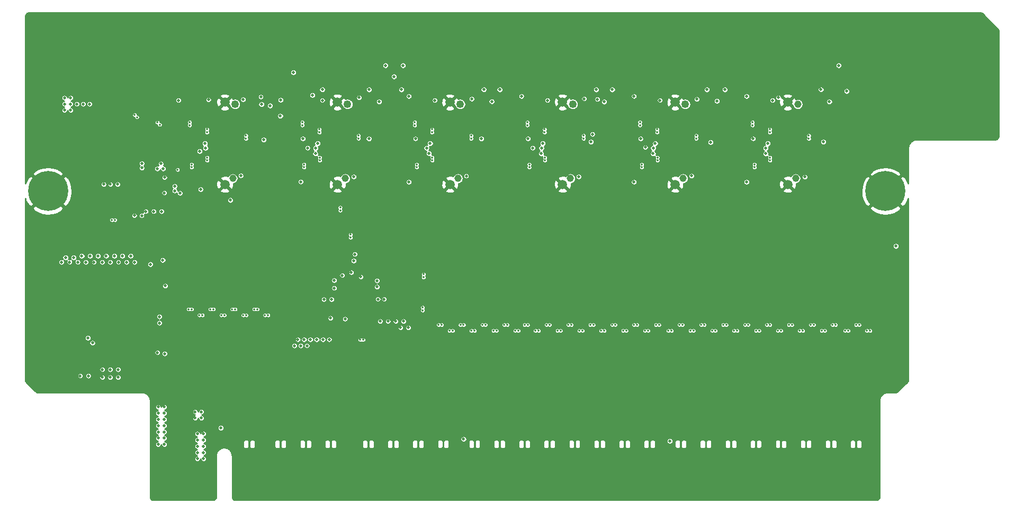
<source format=gbr>
G04 #@! TF.GenerationSoftware,KiCad,Pcbnew,(5.1.5)-3*
G04 #@! TF.CreationDate,2021-10-23T00:21:41+02:00*
G04 #@! TF.ProjectId,riser leopard 2OU Oculink,72697365-7220-46c6-956f-706172642032,rev?*
G04 #@! TF.SameCoordinates,PX4d4b990PY36d6160*
G04 #@! TF.FileFunction,Copper,L5,Inr*
G04 #@! TF.FilePolarity,Positive*
%FSLAX46Y46*%
G04 Gerber Fmt 4.6, Leading zero omitted, Abs format (unit mm)*
G04 Created by KiCad (PCBNEW (5.1.5)-3) date 2021-10-23 00:21:41*
%MOMM*%
%LPD*%
G04 APERTURE LIST*
%ADD10C,0.800000*%
%ADD11C,6.400000*%
%ADD12C,1.500000*%
%ADD13C,1.150000*%
%ADD14C,1.250000*%
%ADD15C,0.500000*%
%ADD16C,0.600000*%
%ADD17C,0.400000*%
%ADD18C,0.350000*%
%ADD19C,0.254000*%
G04 APERTURE END LIST*
D10*
X1697056Y1697056D03*
X0Y2400000D03*
X-1697056Y1697056D03*
X-2400000Y0D03*
X-1697056Y-1697056D03*
X0Y-2400000D03*
X1697056Y-1697056D03*
X2400000Y0D03*
D11*
X0Y0D03*
X133900000Y-10000D03*
D10*
X136300000Y-10000D03*
X135597056Y-1707056D03*
X133900000Y-2410000D03*
X132202944Y-1707056D03*
X131500000Y-10000D03*
X132202944Y1687056D03*
X133900000Y2390000D03*
X135597056Y1687056D03*
D12*
X100280000Y1070000D03*
X100280000Y14230000D03*
D13*
X101540000Y2030000D03*
D14*
X101900000Y13930000D03*
X65900000Y13930000D03*
D13*
X65540000Y2030000D03*
D12*
X64280000Y14230000D03*
X64280000Y1070000D03*
X82280000Y1070000D03*
X82280000Y14230000D03*
D13*
X83540000Y2030000D03*
D14*
X83900000Y13930000D03*
X29900000Y13930000D03*
D13*
X29540000Y2030000D03*
D12*
X28280000Y14230000D03*
X28280000Y1070000D03*
X46280000Y1070000D03*
X46280000Y14230000D03*
D13*
X47540000Y2030000D03*
D14*
X47900000Y13930000D03*
D12*
X118280000Y1070000D03*
X118280000Y14230000D03*
D13*
X119540000Y2030000D03*
X119900000Y13930000D03*
D15*
X14275000Y1250000D03*
D16*
X19600000Y-43306600D03*
D15*
X36200000Y-42872200D03*
X33200000Y-42872200D03*
X30325000Y-42872200D03*
X46200000Y-42872200D03*
X49200000Y-42872200D03*
X66700000Y-42872200D03*
X64200000Y-42872200D03*
X99700000Y-42872200D03*
X130200000Y-42872200D03*
X128200000Y-42872200D03*
X126200000Y-42872200D03*
X124200000Y-42872200D03*
X122200000Y-42872200D03*
X120200000Y-42872200D03*
X118200000Y-42872200D03*
X116200000Y-42872200D03*
X114200000Y-42872200D03*
X112200000Y-42872200D03*
X110200000Y-42872200D03*
X108200000Y-42872200D03*
X106200000Y-42872200D03*
X104200000Y-42872200D03*
X102200000Y-42872200D03*
X97200000Y-42872200D03*
X95200000Y-42872200D03*
X93200000Y-42872200D03*
X91200000Y-42872200D03*
X89200000Y-42872200D03*
X87200000Y-42872200D03*
X85200000Y-42872200D03*
X83200000Y-42872200D03*
X81200000Y-42872200D03*
X79200000Y-42872200D03*
X77200000Y-42872200D03*
X75200000Y-42872200D03*
X73200000Y-42872200D03*
X71200000Y-42872200D03*
X69200000Y-42872200D03*
X62200000Y-42872200D03*
X60200000Y-42872200D03*
X58200000Y-42872200D03*
X56200000Y-42872200D03*
X54200000Y-42872200D03*
X52200000Y-42872200D03*
X44200000Y-42872200D03*
X42200000Y-42872200D03*
X40200000Y-42872200D03*
X38200000Y-42872200D03*
X17550000Y-16450000D03*
X15350000Y-14650000D03*
D17*
X121050000Y4900000D03*
X116100000Y4400000D03*
X121100000Y10900000D03*
X116100000Y10400000D03*
X121100000Y9400000D03*
X116100000Y7400000D03*
X116100000Y5900000D03*
X121050000Y6400000D03*
X121100000Y7900000D03*
X116100000Y8900000D03*
D16*
X114600000Y13350000D03*
D15*
X122850000Y13900000D03*
X114200000Y1350000D03*
D16*
X132700000Y-41000000D03*
D17*
X98100000Y4400000D03*
X98100000Y10400000D03*
X103100000Y9400000D03*
X103050000Y6400000D03*
X98100000Y7400000D03*
X103100000Y7900000D03*
X98100000Y5900000D03*
X103100000Y10900000D03*
X103050000Y4900000D03*
D15*
X96600000Y13350000D03*
X104850000Y13900000D03*
D17*
X98100000Y8900000D03*
D15*
X96200000Y1350000D03*
X105150000Y1500000D03*
D17*
X80100000Y8900000D03*
X62100000Y8900000D03*
X44100000Y8900000D03*
D15*
X87150000Y1500000D03*
X51150000Y1500000D03*
D17*
X80100000Y5900000D03*
X62100000Y5900000D03*
X44100000Y5900000D03*
X80100000Y10400000D03*
X62100000Y10400000D03*
X44100000Y10400000D03*
X85100000Y9400000D03*
X67100000Y9400000D03*
X49100000Y9400000D03*
X80100000Y4400000D03*
X62100000Y4400000D03*
X44100000Y4400000D03*
X85050000Y6400000D03*
X67050000Y6400000D03*
X49050000Y6400000D03*
X80100000Y7400000D03*
X62100000Y7400000D03*
X44100000Y7400000D03*
X85100000Y7900000D03*
X67100000Y7900000D03*
X49100000Y7900000D03*
X85100000Y10900000D03*
X67100000Y10900000D03*
X49100000Y10900000D03*
D15*
X78600000Y13350000D03*
X60600000Y13350000D03*
X42600000Y13350000D03*
D17*
X85050000Y4900000D03*
X67050000Y4900000D03*
X49050000Y4900000D03*
D15*
X86850000Y13900000D03*
X68850000Y13900000D03*
X50850000Y13900000D03*
X15000000Y6325000D03*
X45600000Y-19375000D03*
X41900000Y-17200000D03*
X46750000Y-14750000D03*
X51550000Y-14700000D03*
X66450000Y-36750000D03*
X99450000Y-36850000D03*
X35550000Y-38550000D03*
X68150000Y1150000D03*
D17*
X26100000Y8900000D03*
D15*
X24600000Y13350000D03*
D17*
X31100000Y7900000D03*
X26100000Y4400000D03*
X31100000Y9400000D03*
X31050000Y4900000D03*
X31050000Y6400000D03*
X26100000Y7400000D03*
X26100000Y5900000D03*
X26100000Y10400000D03*
D15*
X32850000Y13900000D03*
X33150000Y1500000D03*
X46600000Y-26875000D03*
X48000000Y-26875000D03*
X52250000Y-26875000D03*
X55200000Y-23725000D03*
X54000000Y-23725000D03*
X47500000Y-22650000D03*
X41225000Y-22575000D03*
X41250000Y-21375000D03*
X41750000Y-11600000D03*
X22600000Y-43325000D03*
X21175000Y-1500000D03*
X18925000Y-2150000D03*
X17650000Y2600000D03*
X13175000Y3400000D03*
X8450000Y-875000D03*
X13500000Y-3000000D03*
X17650000Y-2200000D03*
D18*
X22650000Y11700000D03*
X22650000Y9925000D03*
X22950000Y4950000D03*
X22950000Y3175000D03*
X40650000Y11700000D03*
X58650000Y11700000D03*
X76650000Y11700000D03*
X94650000Y11700000D03*
X112650000Y11700000D03*
X40950000Y3175000D03*
X58950000Y3175000D03*
X76950000Y3175000D03*
X94950000Y3175000D03*
X112950000Y3175000D03*
X40650000Y9925000D03*
X58650000Y9925000D03*
X76650000Y9925000D03*
X94650000Y9925000D03*
X112650000Y9925000D03*
X40950000Y4950000D03*
X58950000Y4950000D03*
X76950000Y4950000D03*
X94950000Y4950000D03*
X112950000Y4950000D03*
X46725000Y-3750000D03*
X46725000Y-1975000D03*
X48375000Y-8100000D03*
X48375000Y-6325000D03*
X14700000Y11400000D03*
X13400000Y12625000D03*
X17050000Y11425000D03*
X18350000Y10200000D03*
D15*
X19375000Y9000000D03*
X14950000Y9000000D03*
X10400000Y9000000D03*
X9050000Y7750000D03*
X46725000Y-37500000D03*
X24575000Y-32350000D03*
X23425000Y-32375000D03*
X20100000Y4625000D03*
X20625000Y2275000D03*
X9000000Y4375000D03*
X10000000Y4375000D03*
X10975000Y3875000D03*
X13750000Y-6050000D03*
X14900000Y-6075000D03*
X12300000Y-7050000D03*
X13550000Y-7050000D03*
X14800000Y-7050000D03*
X16050000Y-7050000D03*
X17300000Y-7050000D03*
X15275000Y1250000D03*
X16275000Y1250000D03*
X14275000Y250000D03*
X15275000Y250000D03*
X16275000Y250000D03*
X14275000Y-750000D03*
X15275000Y-750000D03*
X16275000Y-750000D03*
X3375000Y20775000D03*
X4625000Y20775000D03*
X5875000Y20775000D03*
X7125000Y20775000D03*
X8375000Y20775000D03*
X3375000Y19525000D03*
X4625000Y19525000D03*
X5875000Y19525000D03*
X7125000Y19525000D03*
X8375000Y19525000D03*
X3375000Y18275000D03*
X4625000Y18275000D03*
X5875000Y18275000D03*
X7125000Y18275000D03*
X50150000Y-16075000D03*
X50150000Y-17075000D03*
X50150000Y-18075000D03*
X48150000Y-18075000D03*
X49150000Y-18075000D03*
X49150000Y-16075000D03*
X48150000Y-17075000D03*
X48150000Y-16075000D03*
X49150000Y-17075000D03*
X24575000Y1275000D03*
D17*
X31000000Y10900000D03*
D15*
X52425000Y-18850000D03*
X49900000Y-11175000D03*
X46875000Y-11150000D03*
X45400000Y-10075000D03*
X45975000Y-11600000D03*
X123400000Y1400000D03*
X52475000Y-11600000D03*
X18650000Y-22800000D03*
X12800000Y-22650000D03*
X42550000Y1300000D03*
X2625000Y-17975000D03*
X60900000Y1450000D03*
X58900000Y-20200000D03*
D18*
X59900000Y-17975000D03*
X59900000Y-19750000D03*
D15*
X58875000Y-17500000D03*
X46400000Y-10075000D03*
X78600000Y1275000D03*
X57275000Y-12200000D03*
X56475000Y-17375000D03*
X57350000Y-14900000D03*
D18*
X60050000Y-12650000D03*
X60050000Y-14425000D03*
D15*
X37900000Y-17200000D03*
D18*
X63550000Y-21400000D03*
X61850000Y-21400000D03*
X67050000Y-21400000D03*
X70550000Y-21400000D03*
X74050000Y-21400000D03*
X77300000Y-21400000D03*
X80800000Y-21400000D03*
X84300000Y-21400000D03*
X87800000Y-21400000D03*
X91300000Y-21400000D03*
X94800000Y-21400000D03*
X98300000Y-21400000D03*
X102050000Y-21400000D03*
X105550000Y-21400000D03*
X109050000Y-21400000D03*
X112550000Y-21400000D03*
X116050000Y-21400000D03*
X119550000Y-21400000D03*
X123050000Y-21400000D03*
X126550000Y-21400000D03*
X130300000Y-21400000D03*
X65350000Y-21400000D03*
X68850000Y-21400000D03*
X72350000Y-21400000D03*
X75600000Y-21400000D03*
X79100000Y-21400000D03*
X82600000Y-21400000D03*
X86100000Y-21400000D03*
X89600000Y-21400000D03*
X93100000Y-21400000D03*
X96600000Y-21400000D03*
X100350000Y-21400000D03*
X103850000Y-21400000D03*
X107350000Y-21400000D03*
X110850000Y-21400000D03*
X114350000Y-21400000D03*
X117850000Y-21400000D03*
X121350000Y-21400000D03*
X124850000Y-21400000D03*
X128600000Y-21400000D03*
X65300000Y-22350000D03*
X63600000Y-22350000D03*
X103800000Y-22350000D03*
X93050000Y-22350000D03*
X68800000Y-22350000D03*
X72300000Y-22350000D03*
X86050000Y-22350000D03*
X96550000Y-22350000D03*
X107300000Y-22350000D03*
X79050000Y-22350000D03*
X117800000Y-22350000D03*
X75800000Y-22350000D03*
X116100000Y-22350000D03*
X119600000Y-22350000D03*
X123100000Y-22350000D03*
X112600000Y-22350000D03*
X82550000Y-22350000D03*
X94850000Y-22350000D03*
X132050000Y-22350000D03*
X77350000Y-22350000D03*
X91350000Y-22350000D03*
X84350000Y-22350000D03*
X87850000Y-22350000D03*
X126850000Y-22350000D03*
X121300000Y-22350000D03*
X124800000Y-22350000D03*
X128550000Y-22350000D03*
X110800000Y-22350000D03*
X98600000Y-22350000D03*
X102100000Y-22350000D03*
X80850000Y-22350000D03*
X89550000Y-22350000D03*
X74100000Y-22350000D03*
X130350000Y-22350000D03*
X114300000Y-22350000D03*
X67100000Y-22350000D03*
X70600000Y-22350000D03*
X100300000Y-22350000D03*
X109100000Y-22350000D03*
X105600000Y-22350000D03*
X23550000Y-18900000D03*
X21850000Y-18900000D03*
X27050000Y-18900000D03*
X30550000Y-18900000D03*
X34050000Y-18900000D03*
X32350000Y-18900000D03*
X25350000Y-18900000D03*
X28850000Y-18900000D03*
X25300000Y-19850000D03*
X34100000Y-19850000D03*
X35800000Y-19850000D03*
X23600000Y-19850000D03*
X32300000Y-19850000D03*
X28800000Y-19850000D03*
X30600000Y-19850000D03*
X27100000Y-19850000D03*
D15*
X103750000Y14725000D03*
X85750000Y14800000D03*
X67750000Y14775000D03*
X49750000Y14975000D03*
X31200000Y14675000D03*
X17600000Y-34550000D03*
X18600000Y-34550000D03*
X17600000Y-35550000D03*
X18600000Y-35550000D03*
X17600000Y-36550000D03*
X18600000Y-36550000D03*
X17600000Y-37550000D03*
X18600000Y-37550000D03*
X17600000Y-38550000D03*
X18600000Y-38550000D03*
X17600000Y-39550000D03*
X18600000Y-39550000D03*
X17600000Y-40550000D03*
X18600000Y-40550000D03*
X111700000Y15200000D03*
X93700000Y15200000D03*
X75700000Y15200000D03*
X57700000Y15200000D03*
X111700000Y1475000D03*
X93700000Y1475000D03*
X57700000Y1475000D03*
X40425000Y1500000D03*
X34025000Y15100000D03*
X39950000Y-23750000D03*
X18625000Y2200000D03*
X8900000Y1100000D03*
X9975000Y1100000D03*
X11125000Y1100000D03*
X18600000Y-275000D03*
X25650000Y14650000D03*
X43850000Y14550000D03*
X61850000Y14550000D03*
X79850000Y14550000D03*
X97850000Y14550000D03*
X115850000Y14550000D03*
X40950000Y-23750000D03*
X41950000Y-23750000D03*
X42950000Y-23750000D03*
X43950000Y-23750000D03*
X44950000Y-23750000D03*
X40400000Y-24750000D03*
X41400000Y-24750000D03*
X39400000Y-24750000D03*
X47500000Y-20450000D03*
X47050000Y-13475000D03*
X50025000Y-13725000D03*
X23875000Y-38850000D03*
X24875000Y-38850000D03*
X23875000Y-39850000D03*
X24875000Y-39850000D03*
X23875000Y-40850000D03*
X24875000Y-40850000D03*
X23875000Y-41850000D03*
X24875000Y-41850000D03*
X23875000Y-42850000D03*
X24875000Y-42850000D03*
X2625000Y14950000D03*
X3625000Y14950000D03*
X2625000Y13950000D03*
X3625000Y13950000D03*
X4625000Y13950000D03*
X5625000Y13950000D03*
X6625000Y13950000D03*
X3625000Y12950000D03*
X2625000Y12950000D03*
X40750000Y8400000D03*
X20850000Y14550000D03*
X58750000Y8400000D03*
X76750000Y8400000D03*
X94750000Y8400000D03*
X112750000Y8400000D03*
D18*
X20725000Y3425000D03*
D15*
X8700000Y-28550000D03*
X9950000Y-28550000D03*
X11200000Y-28550000D03*
X8700000Y-29800000D03*
X9950000Y-29800000D03*
X11200000Y-29800000D03*
X30825000Y2475000D03*
X24400000Y275000D03*
X48875000Y2300000D03*
X41500000Y6925000D03*
X66875000Y2425000D03*
X84850000Y2325000D03*
X77500000Y6925000D03*
X95500000Y7025000D03*
X102900000Y2450000D03*
X87050000Y9125000D03*
X87850000Y14700000D03*
X121025000Y2275000D03*
X116775000Y14975000D03*
X37200000Y14600000D03*
X18750000Y-15150000D03*
X17800000Y-21100000D03*
X17800000Y-20100000D03*
X23525000Y-35325000D03*
X24525000Y-35325000D03*
X23525000Y-36325000D03*
X24525000Y-36325000D03*
X5150000Y-29575000D03*
X6450000Y-29575000D03*
X11250000Y-11375000D03*
X9950000Y-11375000D03*
X8650000Y-11375000D03*
X7350000Y-11375000D03*
X6050000Y-11375000D03*
X4750000Y-11375000D03*
X3450000Y-11375000D03*
X2150000Y-11375000D03*
X13850000Y-11375000D03*
X12550000Y-11375000D03*
X17500000Y-25850000D03*
X18650000Y-26025000D03*
X55325000Y18350000D03*
X42300000Y15375000D03*
X18050000Y4400000D03*
X18400000Y3600000D03*
X17475000Y3600000D03*
X45175000Y-20325000D03*
X15000000Y4425000D03*
X15000000Y3725000D03*
X13800000Y-3900000D03*
X14975000Y-3925000D03*
X15650000Y-3250000D03*
X16900000Y-3250000D03*
X18150000Y-3250000D03*
X20250000Y800000D03*
X20250000Y50000D03*
X21100000Y-325000D03*
X49075000Y-10100000D03*
X48875000Y-11150000D03*
X48500000Y-13025000D03*
X52600000Y-14325000D03*
X52600000Y-15325000D03*
X52750000Y-17300000D03*
X53750000Y-17300000D03*
X53100000Y-20825000D03*
X54350000Y-20825000D03*
X55600000Y-20825000D03*
X56850000Y-20825000D03*
X56375000Y-21850000D03*
X57625000Y-21850000D03*
X44100000Y-17325000D03*
X45350000Y-17325000D03*
X45775000Y-15525000D03*
X45775000Y-14275000D03*
D18*
X22448800Y-18900000D03*
X22950000Y3798800D03*
X25954168Y-18900000D03*
X25450000Y4898800D03*
X29448800Y-18900000D03*
X25400000Y9398800D03*
X32948800Y-18900000D03*
X22650000Y10548800D03*
X22951200Y-18900000D03*
X22950000Y4301200D03*
X26456568Y-18900000D03*
X25450000Y5401200D03*
X29951200Y-18900000D03*
X25400000Y9901200D03*
X33451200Y-18900000D03*
X22650000Y11051200D03*
X76198800Y-21400000D03*
X58950000Y3798800D03*
X79698800Y-21400000D03*
X61450000Y4898800D03*
X83198800Y-21400000D03*
X61400000Y9398800D03*
X86698800Y-21400000D03*
X58650000Y10548800D03*
X76701200Y-21400000D03*
X58950000Y4301200D03*
X80201200Y-21400000D03*
X61450000Y5401200D03*
X83701200Y-21400000D03*
X61400000Y9901200D03*
X87201200Y-21400000D03*
X58650000Y11051200D03*
X104448800Y-21400000D03*
X94950000Y3798800D03*
X107948800Y-21400000D03*
X97450000Y4898800D03*
X111448800Y-21400000D03*
X97400000Y9398800D03*
X114948800Y-21400000D03*
X94650000Y10548800D03*
X104951200Y-21400000D03*
X94950000Y4301200D03*
X108451200Y-21400000D03*
X97450000Y5401200D03*
X111951200Y-21400000D03*
X97400000Y9901200D03*
X115451200Y-21400000D03*
X94650000Y11051200D03*
X118448800Y-21400000D03*
X112950000Y3798800D03*
X121948800Y-21400000D03*
X115450000Y4898800D03*
X125448800Y-21400000D03*
X115400000Y9398800D03*
X129198800Y-21400000D03*
X112650000Y10548800D03*
X40950000Y3798800D03*
X62448800Y-21400000D03*
X43450000Y4898800D03*
X65948800Y-21400000D03*
X43400000Y9398800D03*
X69448800Y-21400000D03*
X40650000Y10548800D03*
X72948800Y-21400000D03*
X118951200Y-21400000D03*
X112950000Y4301200D03*
X122451200Y-21400000D03*
X115450000Y5401200D03*
X125951200Y-21400000D03*
X115400000Y9901200D03*
X129701200Y-21400000D03*
X112650000Y11051200D03*
X40950000Y4301200D03*
X62951200Y-21400000D03*
X43450000Y5401200D03*
X66451200Y-21400000D03*
X43400000Y9901200D03*
X69951200Y-21400000D03*
X40650000Y11051200D03*
X73451200Y-21400000D03*
X76950000Y3798800D03*
X90198800Y-21400000D03*
X79450000Y4898800D03*
X93698800Y-21400000D03*
X79400000Y9398800D03*
X97198800Y-21400000D03*
X76650000Y10548800D03*
X100948800Y-21400000D03*
X76950000Y4301200D03*
X90701200Y-21400000D03*
X79450000Y5401200D03*
X94201200Y-21400000D03*
X79400000Y9901200D03*
X97701200Y-21400000D03*
X76650000Y11051200D03*
X101451200Y-21400000D03*
D15*
X34125000Y13900000D03*
X126425000Y20125000D03*
X56775000Y20125000D03*
X53950000Y20125000D03*
X18350000Y-11025000D03*
X39225000Y19000000D03*
X35500000Y13700000D03*
X123600000Y16250000D03*
X108225000Y16250000D03*
X105375000Y16250000D03*
X90225000Y16250000D03*
X87650000Y16250000D03*
X72225000Y16250000D03*
X69675000Y16250000D03*
X56525000Y16250000D03*
X51325000Y16250000D03*
X43850000Y16250000D03*
X29150000Y-1450000D03*
X135600000Y-8800000D03*
X127700000Y16000000D03*
D18*
X10198800Y-4600000D03*
X10701200Y-4600000D03*
D15*
X27650000Y-37900000D03*
X115100000Y7650000D03*
X97100000Y7650000D03*
X79100000Y7650000D03*
X61100000Y7650000D03*
X43100000Y7650000D03*
X25100000Y7650000D03*
D18*
X24198800Y-19850000D03*
X24701200Y-19850000D03*
X27698800Y-19850000D03*
X28201200Y-19850000D03*
X31198800Y-19850000D03*
X31701200Y-19850000D03*
X34698800Y-19850000D03*
X35201200Y-19850000D03*
X49898800Y-23800000D03*
X50401200Y-23800000D03*
X64198800Y-22350000D03*
X64701200Y-22350000D03*
X67698800Y-22350000D03*
X68201200Y-22350000D03*
X71198800Y-22350000D03*
X71701200Y-22350000D03*
X74698800Y-22350000D03*
X75201200Y-22350000D03*
D15*
X66450000Y-39700000D03*
D18*
X77948800Y-22350000D03*
X78451200Y-22350000D03*
X81448800Y-22350000D03*
X81951200Y-22350000D03*
X84948800Y-22350000D03*
X85451200Y-22350000D03*
X88448800Y-22350000D03*
X88951200Y-22350000D03*
X91948800Y-22350000D03*
X92451200Y-22350000D03*
X95448800Y-22350000D03*
X95951200Y-22350000D03*
X99198800Y-22350000D03*
X99701200Y-22350000D03*
X102698800Y-22350000D03*
X103201200Y-22350000D03*
D15*
X99450000Y-40000000D03*
D18*
X106198800Y-22350000D03*
X106701200Y-22350000D03*
X109698800Y-22350000D03*
X110201200Y-22350000D03*
X113198800Y-22350000D03*
X113701200Y-22350000D03*
X116698800Y-22350000D03*
X117201200Y-22350000D03*
X120198800Y-22350000D03*
X120701200Y-22350000D03*
X123698800Y-22350000D03*
X124201200Y-22350000D03*
X127448800Y-22350000D03*
X127951200Y-22350000D03*
X130948800Y-22350000D03*
X131451200Y-22350000D03*
D15*
X25200000Y6900000D03*
X4100000Y-10625000D03*
X24225000Y6400000D03*
X2800000Y-10625000D03*
D18*
X31650000Y8901200D03*
X17497374Y11002626D03*
X31650000Y8398800D03*
X17852626Y10647374D03*
D15*
X37150000Y12050000D03*
X34500000Y8225000D03*
X69300000Y8400000D03*
X70950000Y14375000D03*
D18*
X67650000Y8398800D03*
X46725000Y-3101200D03*
X67650000Y8901200D03*
X46725000Y-2598800D03*
D15*
X10600000Y-10375000D03*
X60925000Y6050000D03*
X60525000Y6900000D03*
X11900000Y-10375000D03*
X96775000Y6900000D03*
X6700000Y-10375000D03*
X96750000Y6000000D03*
X5400000Y-10375000D03*
D18*
X103650000Y8901200D03*
X60050000Y-13801200D03*
X103650000Y8398800D03*
X60050000Y-13298800D03*
D15*
X105950000Y7825000D03*
X106950000Y14425000D03*
X124000000Y7900000D03*
X124950000Y14325000D03*
D18*
X121650000Y8398800D03*
X59900000Y-18598800D03*
X121650000Y8901200D03*
X59900000Y-19101200D03*
D15*
X114750000Y6000000D03*
X7100000Y-24300000D03*
X114775000Y6900000D03*
X6400000Y-23500000D03*
X42775000Y6900000D03*
X16350000Y-11700000D03*
X42750000Y6000000D03*
X13200000Y-10375000D03*
D18*
X49650000Y8901200D03*
X13863660Y12193913D03*
X49650000Y8398800D03*
X14218912Y11838661D03*
D15*
X51300000Y8400000D03*
X52950000Y14325000D03*
X86800000Y7900000D03*
X88950000Y14300000D03*
D18*
X85650000Y8398800D03*
X48375000Y-7451200D03*
X85650000Y8901200D03*
X48375000Y-6948800D03*
D15*
X8000000Y-10375000D03*
X78875000Y6000000D03*
X9300000Y-10375000D03*
X78900000Y6900000D03*
D19*
G36*
X149111319Y28539003D02*
G01*
X149232077Y28502544D01*
X149343453Y28443325D01*
X149454178Y28353020D01*
X151846033Y25961164D01*
X151937076Y25850327D01*
X151996682Y25739162D01*
X152033561Y25618534D01*
X152048000Y25476387D01*
X152048001Y8922225D01*
X152034003Y8779463D01*
X151997545Y8658710D01*
X151938324Y8547332D01*
X151858606Y8449588D01*
X151761411Y8369181D01*
X151650456Y8309189D01*
X151529961Y8271890D01*
X151388301Y8257000D01*
X138882708Y8257000D01*
X138867322Y8255485D01*
X138861115Y8255528D01*
X138856224Y8255048D01*
X138662127Y8234647D01*
X138630855Y8228228D01*
X138599538Y8222254D01*
X138594835Y8220834D01*
X138594829Y8220832D01*
X138408395Y8163121D01*
X138379024Y8150774D01*
X138349404Y8138807D01*
X138345065Y8136499D01*
X138173388Y8043675D01*
X138146950Y8025842D01*
X138120242Y8008365D01*
X138116433Y8005258D01*
X137966055Y7880854D01*
X137943600Y7858241D01*
X137920781Y7835896D01*
X137917649Y7832108D01*
X137794299Y7680866D01*
X137776676Y7654342D01*
X137758619Y7627970D01*
X137756281Y7623646D01*
X137664656Y7451324D01*
X137652501Y7421834D01*
X137639931Y7392505D01*
X137638478Y7387809D01*
X137582068Y7200973D01*
X137575872Y7169681D01*
X137569238Y7138471D01*
X137568725Y7133583D01*
X137549680Y6939350D01*
X137548000Y6922291D01*
X137548000Y1177265D01*
X137469452Y1442208D01*
X137117555Y2110670D01*
X137090548Y2151088D01*
X136600881Y2511276D01*
X134079605Y-10000D01*
X136600881Y-2531276D01*
X137090548Y-2171088D01*
X137450849Y-1507118D01*
X137548000Y-1193978D01*
X137548001Y-30128561D01*
X137534003Y-30271323D01*
X137497545Y-30392076D01*
X137438324Y-30503454D01*
X137348028Y-30614168D01*
X135956174Y-32006024D01*
X135845324Y-32097077D01*
X135734161Y-32156682D01*
X135613534Y-32193561D01*
X135471386Y-32208000D01*
X134282708Y-32208000D01*
X134267322Y-32209515D01*
X134261115Y-32209472D01*
X134256224Y-32209952D01*
X134062127Y-32230353D01*
X134030855Y-32236772D01*
X133999538Y-32242746D01*
X133994835Y-32244166D01*
X133994829Y-32244168D01*
X133808395Y-32301879D01*
X133779024Y-32314226D01*
X133749404Y-32326193D01*
X133745065Y-32328501D01*
X133573388Y-32421325D01*
X133546950Y-32439158D01*
X133520242Y-32456635D01*
X133516433Y-32459742D01*
X133366055Y-32584146D01*
X133343600Y-32606759D01*
X133320781Y-32629104D01*
X133317649Y-32632892D01*
X133194299Y-32784134D01*
X133176676Y-32810658D01*
X133158619Y-32837030D01*
X133156281Y-32841354D01*
X133064656Y-33013676D01*
X133052501Y-33043166D01*
X133039931Y-33072495D01*
X133038478Y-33077191D01*
X132982068Y-33264027D01*
X132975872Y-33295319D01*
X132969238Y-33326529D01*
X132968725Y-33331417D01*
X132949680Y-33525650D01*
X132948000Y-33542709D01*
X132948001Y-48482699D01*
X132948000Y-48482709D01*
X132948001Y-49154196D01*
X132654198Y-49448000D01*
X29745804Y-49448000D01*
X29452000Y-49154198D01*
X29452000Y-42332708D01*
X29450227Y-42314706D01*
X29450227Y-42302387D01*
X29449713Y-42297499D01*
X29429046Y-42113247D01*
X29422415Y-42082053D01*
X29416217Y-42050747D01*
X29414764Y-42046051D01*
X29358703Y-41869322D01*
X29346135Y-41839999D01*
X29333977Y-41810501D01*
X29331639Y-41806178D01*
X29242318Y-41643703D01*
X29224283Y-41617364D01*
X29206638Y-41590806D01*
X29203505Y-41587019D01*
X29084327Y-41444989D01*
X29061528Y-41422663D01*
X29039053Y-41400030D01*
X29035244Y-41396924D01*
X28890750Y-41280747D01*
X28864060Y-41263282D01*
X28837606Y-41245438D01*
X28833266Y-41243131D01*
X28668957Y-41157232D01*
X28639401Y-41145291D01*
X28609965Y-41132917D01*
X28605259Y-41131496D01*
X28427396Y-41079148D01*
X28396059Y-41073170D01*
X28364806Y-41066755D01*
X28359915Y-41066276D01*
X28175271Y-41049472D01*
X28143440Y-41049694D01*
X28111465Y-41049471D01*
X28106573Y-41049951D01*
X27922181Y-41069332D01*
X27890960Y-41075741D01*
X27859593Y-41081725D01*
X27854888Y-41083146D01*
X27677772Y-41137972D01*
X27648397Y-41150320D01*
X27618780Y-41162286D01*
X27614440Y-41164594D01*
X27451347Y-41252778D01*
X27424903Y-41270615D01*
X27398202Y-41288087D01*
X27394393Y-41291194D01*
X27251534Y-41409378D01*
X27229043Y-41432027D01*
X27206261Y-41454336D01*
X27203128Y-41458123D01*
X27085945Y-41601803D01*
X27068290Y-41628376D01*
X27050266Y-41654699D01*
X27047928Y-41659023D01*
X26960884Y-41822728D01*
X26948740Y-41852191D01*
X26936157Y-41881550D01*
X26934704Y-41886245D01*
X26881116Y-42063739D01*
X26874925Y-42095008D01*
X26868286Y-42126239D01*
X26867773Y-42131127D01*
X26849680Y-42315650D01*
X26848000Y-42332709D01*
X26848001Y-48482699D01*
X26848000Y-48482709D01*
X26848001Y-49154196D01*
X26554198Y-49448000D01*
X16645804Y-49448000D01*
X16352000Y-49154198D01*
X16352000Y-34500360D01*
X17096000Y-34500360D01*
X17096000Y-34599640D01*
X17115368Y-34697011D01*
X17153361Y-34788734D01*
X17208517Y-34871282D01*
X17278718Y-34941483D01*
X17361266Y-34996639D01*
X17452989Y-35034632D01*
X17530250Y-35050000D01*
X17452989Y-35065368D01*
X17361266Y-35103361D01*
X17278718Y-35158517D01*
X17208517Y-35228718D01*
X17153361Y-35311266D01*
X17115368Y-35402989D01*
X17096000Y-35500360D01*
X17096000Y-35599640D01*
X17115368Y-35697011D01*
X17153361Y-35788734D01*
X17208517Y-35871282D01*
X17278718Y-35941483D01*
X17361266Y-35996639D01*
X17452989Y-36034632D01*
X17530250Y-36050000D01*
X17452989Y-36065368D01*
X17361266Y-36103361D01*
X17278718Y-36158517D01*
X17208517Y-36228718D01*
X17153361Y-36311266D01*
X17115368Y-36402989D01*
X17096000Y-36500360D01*
X17096000Y-36599640D01*
X17115368Y-36697011D01*
X17153361Y-36788734D01*
X17208517Y-36871282D01*
X17278718Y-36941483D01*
X17361266Y-36996639D01*
X17452989Y-37034632D01*
X17530250Y-37050000D01*
X17452989Y-37065368D01*
X17361266Y-37103361D01*
X17278718Y-37158517D01*
X17208517Y-37228718D01*
X17153361Y-37311266D01*
X17115368Y-37402989D01*
X17096000Y-37500360D01*
X17096000Y-37599640D01*
X17115368Y-37697011D01*
X17153361Y-37788734D01*
X17208517Y-37871282D01*
X17278718Y-37941483D01*
X17361266Y-37996639D01*
X17452989Y-38034632D01*
X17530250Y-38050000D01*
X17452989Y-38065368D01*
X17361266Y-38103361D01*
X17278718Y-38158517D01*
X17208517Y-38228718D01*
X17153361Y-38311266D01*
X17115368Y-38402989D01*
X17096000Y-38500360D01*
X17096000Y-38599640D01*
X17115368Y-38697011D01*
X17153361Y-38788734D01*
X17208517Y-38871282D01*
X17278718Y-38941483D01*
X17361266Y-38996639D01*
X17452989Y-39034632D01*
X17530250Y-39050000D01*
X17452989Y-39065368D01*
X17361266Y-39103361D01*
X17278718Y-39158517D01*
X17208517Y-39228718D01*
X17153361Y-39311266D01*
X17115368Y-39402989D01*
X17096000Y-39500360D01*
X17096000Y-39599640D01*
X17115368Y-39697011D01*
X17153361Y-39788734D01*
X17208517Y-39871282D01*
X17278718Y-39941483D01*
X17361266Y-39996639D01*
X17452989Y-40034632D01*
X17530250Y-40050000D01*
X17452989Y-40065368D01*
X17361266Y-40103361D01*
X17278718Y-40158517D01*
X17208517Y-40228718D01*
X17153361Y-40311266D01*
X17115368Y-40402989D01*
X17096000Y-40500360D01*
X17096000Y-40599640D01*
X17115368Y-40697011D01*
X17153361Y-40788734D01*
X17208517Y-40871282D01*
X17278718Y-40941483D01*
X17361266Y-40996639D01*
X17452989Y-41034632D01*
X17550360Y-41054000D01*
X17649640Y-41054000D01*
X17747011Y-41034632D01*
X17838734Y-40996639D01*
X17921282Y-40941483D01*
X17991483Y-40871282D01*
X18046639Y-40788734D01*
X18084632Y-40697011D01*
X18100000Y-40619750D01*
X18115368Y-40697011D01*
X18153361Y-40788734D01*
X18208517Y-40871282D01*
X18278718Y-40941483D01*
X18361266Y-40996639D01*
X18452989Y-41034632D01*
X18550360Y-41054000D01*
X18649640Y-41054000D01*
X18747011Y-41034632D01*
X18838734Y-40996639D01*
X18921282Y-40941483D01*
X18991483Y-40871282D01*
X19046639Y-40788734D01*
X19084632Y-40697011D01*
X19104000Y-40599640D01*
X19104000Y-40500360D01*
X19084632Y-40402989D01*
X19046639Y-40311266D01*
X18991483Y-40228718D01*
X18921282Y-40158517D01*
X18838734Y-40103361D01*
X18747011Y-40065368D01*
X18669750Y-40050000D01*
X18747011Y-40034632D01*
X18838734Y-39996639D01*
X18921282Y-39941483D01*
X18991483Y-39871282D01*
X19046639Y-39788734D01*
X19084632Y-39697011D01*
X19104000Y-39599640D01*
X19104000Y-39500360D01*
X19084632Y-39402989D01*
X19046639Y-39311266D01*
X18991483Y-39228718D01*
X18921282Y-39158517D01*
X18838734Y-39103361D01*
X18747011Y-39065368D01*
X18669750Y-39050000D01*
X18747011Y-39034632D01*
X18838734Y-38996639D01*
X18921282Y-38941483D01*
X18991483Y-38871282D01*
X19038870Y-38800360D01*
X23371000Y-38800360D01*
X23371000Y-38899640D01*
X23390368Y-38997011D01*
X23428361Y-39088734D01*
X23483517Y-39171282D01*
X23553718Y-39241483D01*
X23636266Y-39296639D01*
X23727989Y-39334632D01*
X23805250Y-39350000D01*
X23727989Y-39365368D01*
X23636266Y-39403361D01*
X23553718Y-39458517D01*
X23483517Y-39528718D01*
X23428361Y-39611266D01*
X23390368Y-39702989D01*
X23371000Y-39800360D01*
X23371000Y-39899640D01*
X23390368Y-39997011D01*
X23428361Y-40088734D01*
X23483517Y-40171282D01*
X23553718Y-40241483D01*
X23636266Y-40296639D01*
X23727989Y-40334632D01*
X23805250Y-40350000D01*
X23727989Y-40365368D01*
X23636266Y-40403361D01*
X23553718Y-40458517D01*
X23483517Y-40528718D01*
X23428361Y-40611266D01*
X23390368Y-40702989D01*
X23371000Y-40800360D01*
X23371000Y-40899640D01*
X23390368Y-40997011D01*
X23428361Y-41088734D01*
X23483517Y-41171282D01*
X23553718Y-41241483D01*
X23636266Y-41296639D01*
X23727989Y-41334632D01*
X23805250Y-41350000D01*
X23727989Y-41365368D01*
X23636266Y-41403361D01*
X23553718Y-41458517D01*
X23483517Y-41528718D01*
X23428361Y-41611266D01*
X23390368Y-41702989D01*
X23371000Y-41800360D01*
X23371000Y-41899640D01*
X23390368Y-41997011D01*
X23428361Y-42088734D01*
X23483517Y-42171282D01*
X23553718Y-42241483D01*
X23636266Y-42296639D01*
X23727989Y-42334632D01*
X23805250Y-42350000D01*
X23727989Y-42365368D01*
X23636266Y-42403361D01*
X23553718Y-42458517D01*
X23483517Y-42528718D01*
X23428361Y-42611266D01*
X23390368Y-42702989D01*
X23371000Y-42800360D01*
X23371000Y-42899640D01*
X23390368Y-42997011D01*
X23428361Y-43088734D01*
X23483517Y-43171282D01*
X23553718Y-43241483D01*
X23636266Y-43296639D01*
X23727989Y-43334632D01*
X23825360Y-43354000D01*
X23924640Y-43354000D01*
X24022011Y-43334632D01*
X24113734Y-43296639D01*
X24196282Y-43241483D01*
X24266483Y-43171282D01*
X24321639Y-43088734D01*
X24359632Y-42997011D01*
X24375000Y-42919750D01*
X24390368Y-42997011D01*
X24428361Y-43088734D01*
X24483517Y-43171282D01*
X24553718Y-43241483D01*
X24636266Y-43296639D01*
X24727989Y-43334632D01*
X24825360Y-43354000D01*
X24924640Y-43354000D01*
X25022011Y-43334632D01*
X25113734Y-43296639D01*
X25196282Y-43241483D01*
X25266483Y-43171282D01*
X25321639Y-43088734D01*
X25359632Y-42997011D01*
X25379000Y-42899640D01*
X25379000Y-42800360D01*
X25359632Y-42702989D01*
X25321639Y-42611266D01*
X25266483Y-42528718D01*
X25196282Y-42458517D01*
X25113734Y-42403361D01*
X25022011Y-42365368D01*
X24944750Y-42350000D01*
X25022011Y-42334632D01*
X25113734Y-42296639D01*
X25196282Y-42241483D01*
X25266483Y-42171282D01*
X25321639Y-42088734D01*
X25359632Y-41997011D01*
X25379000Y-41899640D01*
X25379000Y-41800360D01*
X25359632Y-41702989D01*
X25321639Y-41611266D01*
X25266483Y-41528718D01*
X25196282Y-41458517D01*
X25113734Y-41403361D01*
X25022011Y-41365368D01*
X24944750Y-41350000D01*
X25022011Y-41334632D01*
X25113734Y-41296639D01*
X25196282Y-41241483D01*
X25266483Y-41171282D01*
X25321639Y-41088734D01*
X25359632Y-40997011D01*
X25379000Y-40899640D01*
X25379000Y-40800360D01*
X25359632Y-40702989D01*
X25321639Y-40611266D01*
X25266483Y-40528718D01*
X25196282Y-40458517D01*
X25113734Y-40403361D01*
X25022011Y-40365368D01*
X24944750Y-40350000D01*
X25022011Y-40334632D01*
X25113734Y-40296639D01*
X25196282Y-40241483D01*
X25266483Y-40171282D01*
X25321639Y-40088734D01*
X25336854Y-40052000D01*
X31223000Y-40052000D01*
X31223000Y-40948000D01*
X31225440Y-40972776D01*
X31232667Y-40996601D01*
X31244403Y-41018557D01*
X31260197Y-41037803D01*
X31387197Y-41164803D01*
X31406443Y-41180597D01*
X31428399Y-41192333D01*
X31452224Y-41199560D01*
X31477000Y-41202000D01*
X31898000Y-41202000D01*
X31922776Y-41199560D01*
X31946601Y-41192333D01*
X31968557Y-41180597D01*
X31987803Y-41164803D01*
X32114803Y-41037803D01*
X32130597Y-41018557D01*
X32142333Y-40996601D01*
X32149560Y-40972776D01*
X32152000Y-40948000D01*
X32152000Y-40052000D01*
X32223000Y-40052000D01*
X32223000Y-40948000D01*
X32225440Y-40972776D01*
X32232667Y-40996601D01*
X32244403Y-41018557D01*
X32260197Y-41037803D01*
X32387197Y-41164803D01*
X32406443Y-41180597D01*
X32428399Y-41192333D01*
X32452224Y-41199560D01*
X32477000Y-41202000D01*
X32898000Y-41202000D01*
X32922776Y-41199560D01*
X32946601Y-41192333D01*
X32968557Y-41180597D01*
X32987803Y-41164803D01*
X33114803Y-41037803D01*
X33130597Y-41018557D01*
X33142333Y-40996601D01*
X33149560Y-40972776D01*
X33152000Y-40948000D01*
X33152000Y-40052000D01*
X36223000Y-40052000D01*
X36223000Y-40948000D01*
X36225440Y-40972776D01*
X36232667Y-40996601D01*
X36244403Y-41018557D01*
X36260197Y-41037803D01*
X36387197Y-41164803D01*
X36406443Y-41180597D01*
X36428399Y-41192333D01*
X36452224Y-41199560D01*
X36477000Y-41202000D01*
X36898000Y-41202000D01*
X36922776Y-41199560D01*
X36946601Y-41192333D01*
X36968557Y-41180597D01*
X36987803Y-41164803D01*
X37114803Y-41037803D01*
X37130597Y-41018557D01*
X37142333Y-40996601D01*
X37149560Y-40972776D01*
X37152000Y-40948000D01*
X37152000Y-40052000D01*
X37223000Y-40052000D01*
X37223000Y-40948000D01*
X37225440Y-40972776D01*
X37232667Y-40996601D01*
X37244403Y-41018557D01*
X37260197Y-41037803D01*
X37387197Y-41164803D01*
X37406443Y-41180597D01*
X37428399Y-41192333D01*
X37452224Y-41199560D01*
X37477000Y-41202000D01*
X37898000Y-41202000D01*
X37922776Y-41199560D01*
X37946601Y-41192333D01*
X37968557Y-41180597D01*
X37987803Y-41164803D01*
X38114803Y-41037803D01*
X38130597Y-41018557D01*
X38142333Y-40996601D01*
X38149560Y-40972776D01*
X38152000Y-40948000D01*
X38152000Y-40052000D01*
X40223000Y-40052000D01*
X40223000Y-40948000D01*
X40225440Y-40972776D01*
X40232667Y-40996601D01*
X40244403Y-41018557D01*
X40260197Y-41037803D01*
X40387197Y-41164803D01*
X40406443Y-41180597D01*
X40428399Y-41192333D01*
X40452224Y-41199560D01*
X40477000Y-41202000D01*
X40898000Y-41202000D01*
X40922776Y-41199560D01*
X40946601Y-41192333D01*
X40968557Y-41180597D01*
X40987803Y-41164803D01*
X41114803Y-41037803D01*
X41130597Y-41018557D01*
X41142333Y-40996601D01*
X41149560Y-40972776D01*
X41152000Y-40948000D01*
X41152000Y-40052000D01*
X41223000Y-40052000D01*
X41223000Y-40948000D01*
X41225440Y-40972776D01*
X41232667Y-40996601D01*
X41244403Y-41018557D01*
X41260197Y-41037803D01*
X41387197Y-41164803D01*
X41406443Y-41180597D01*
X41428399Y-41192333D01*
X41452224Y-41199560D01*
X41477000Y-41202000D01*
X41898000Y-41202000D01*
X41922776Y-41199560D01*
X41946601Y-41192333D01*
X41968557Y-41180597D01*
X41987803Y-41164803D01*
X42114803Y-41037803D01*
X42130597Y-41018557D01*
X42142333Y-40996601D01*
X42149560Y-40972776D01*
X42152000Y-40948000D01*
X42152000Y-40052000D01*
X44223000Y-40052000D01*
X44223000Y-40948000D01*
X44225440Y-40972776D01*
X44232667Y-40996601D01*
X44244403Y-41018557D01*
X44260197Y-41037803D01*
X44387197Y-41164803D01*
X44406443Y-41180597D01*
X44428399Y-41192333D01*
X44452224Y-41199560D01*
X44477000Y-41202000D01*
X44898000Y-41202000D01*
X44922776Y-41199560D01*
X44946601Y-41192333D01*
X44968557Y-41180597D01*
X44987803Y-41164803D01*
X45114803Y-41037803D01*
X45130597Y-41018557D01*
X45142333Y-40996601D01*
X45149560Y-40972776D01*
X45152000Y-40948000D01*
X45152000Y-40052000D01*
X45223000Y-40052000D01*
X45223000Y-40948000D01*
X45225440Y-40972776D01*
X45232667Y-40996601D01*
X45244403Y-41018557D01*
X45260197Y-41037803D01*
X45387197Y-41164803D01*
X45406443Y-41180597D01*
X45428399Y-41192333D01*
X45452224Y-41199560D01*
X45477000Y-41202000D01*
X45898000Y-41202000D01*
X45922776Y-41199560D01*
X45946601Y-41192333D01*
X45968557Y-41180597D01*
X45987803Y-41164803D01*
X46114803Y-41037803D01*
X46130597Y-41018557D01*
X46142333Y-40996601D01*
X46149560Y-40972776D01*
X46152000Y-40948000D01*
X46152000Y-40052000D01*
X50223000Y-40052000D01*
X50223000Y-40948000D01*
X50225440Y-40972776D01*
X50232667Y-40996601D01*
X50244403Y-41018557D01*
X50260197Y-41037803D01*
X50387197Y-41164803D01*
X50406443Y-41180597D01*
X50428399Y-41192333D01*
X50452224Y-41199560D01*
X50477000Y-41202000D01*
X50898000Y-41202000D01*
X50922776Y-41199560D01*
X50946601Y-41192333D01*
X50968557Y-41180597D01*
X50987803Y-41164803D01*
X51114803Y-41037803D01*
X51130597Y-41018557D01*
X51142333Y-40996601D01*
X51149560Y-40972776D01*
X51152000Y-40948000D01*
X51152000Y-40052000D01*
X51223000Y-40052000D01*
X51223000Y-40948000D01*
X51225440Y-40972776D01*
X51232667Y-40996601D01*
X51244403Y-41018557D01*
X51260197Y-41037803D01*
X51387197Y-41164803D01*
X51406443Y-41180597D01*
X51428399Y-41192333D01*
X51452224Y-41199560D01*
X51477000Y-41202000D01*
X51898000Y-41202000D01*
X51922776Y-41199560D01*
X51946601Y-41192333D01*
X51968557Y-41180597D01*
X51987803Y-41164803D01*
X52114803Y-41037803D01*
X52130597Y-41018557D01*
X52142333Y-40996601D01*
X52149560Y-40972776D01*
X52152000Y-40948000D01*
X52152000Y-40052000D01*
X54223000Y-40052000D01*
X54223000Y-40948000D01*
X54225440Y-40972776D01*
X54232667Y-40996601D01*
X54244403Y-41018557D01*
X54260197Y-41037803D01*
X54387197Y-41164803D01*
X54406443Y-41180597D01*
X54428399Y-41192333D01*
X54452224Y-41199560D01*
X54477000Y-41202000D01*
X54898000Y-41202000D01*
X54922776Y-41199560D01*
X54946601Y-41192333D01*
X54968557Y-41180597D01*
X54987803Y-41164803D01*
X55114803Y-41037803D01*
X55130597Y-41018557D01*
X55142333Y-40996601D01*
X55149560Y-40972776D01*
X55152000Y-40948000D01*
X55152000Y-40052000D01*
X55223000Y-40052000D01*
X55223000Y-40948000D01*
X55225440Y-40972776D01*
X55232667Y-40996601D01*
X55244403Y-41018557D01*
X55260197Y-41037803D01*
X55387197Y-41164803D01*
X55406443Y-41180597D01*
X55428399Y-41192333D01*
X55452224Y-41199560D01*
X55477000Y-41202000D01*
X55898000Y-41202000D01*
X55922776Y-41199560D01*
X55946601Y-41192333D01*
X55968557Y-41180597D01*
X55987803Y-41164803D01*
X56114803Y-41037803D01*
X56130597Y-41018557D01*
X56142333Y-40996601D01*
X56149560Y-40972776D01*
X56152000Y-40948000D01*
X56152000Y-40052000D01*
X58223000Y-40052000D01*
X58223000Y-40948000D01*
X58225440Y-40972776D01*
X58232667Y-40996601D01*
X58244403Y-41018557D01*
X58260197Y-41037803D01*
X58387197Y-41164803D01*
X58406443Y-41180597D01*
X58428399Y-41192333D01*
X58452224Y-41199560D01*
X58477000Y-41202000D01*
X58898000Y-41202000D01*
X58922776Y-41199560D01*
X58946601Y-41192333D01*
X58968557Y-41180597D01*
X58987803Y-41164803D01*
X59114803Y-41037803D01*
X59130597Y-41018557D01*
X59142333Y-40996601D01*
X59149560Y-40972776D01*
X59152000Y-40948000D01*
X59152000Y-40052000D01*
X59223000Y-40052000D01*
X59223000Y-40948000D01*
X59225440Y-40972776D01*
X59232667Y-40996601D01*
X59244403Y-41018557D01*
X59260197Y-41037803D01*
X59387197Y-41164803D01*
X59406443Y-41180597D01*
X59428399Y-41192333D01*
X59452224Y-41199560D01*
X59477000Y-41202000D01*
X59898000Y-41202000D01*
X59922776Y-41199560D01*
X59946601Y-41192333D01*
X59968557Y-41180597D01*
X59987803Y-41164803D01*
X60114803Y-41037803D01*
X60130597Y-41018557D01*
X60142333Y-40996601D01*
X60149560Y-40972776D01*
X60152000Y-40948000D01*
X60152000Y-40052000D01*
X62223000Y-40052000D01*
X62223000Y-40923000D01*
X62225440Y-40947776D01*
X62232667Y-40971601D01*
X62244403Y-40993557D01*
X62260197Y-41012803D01*
X62387197Y-41139803D01*
X62406443Y-41155597D01*
X62428399Y-41167333D01*
X62452224Y-41174560D01*
X62477000Y-41177000D01*
X62898000Y-41177000D01*
X62922776Y-41174560D01*
X62946601Y-41167333D01*
X62968557Y-41155597D01*
X62987803Y-41139803D01*
X63114803Y-41012803D01*
X63130597Y-40993557D01*
X63142333Y-40971601D01*
X63149560Y-40947776D01*
X63152000Y-40923000D01*
X63152000Y-40052000D01*
X63223000Y-40052000D01*
X63223000Y-40948000D01*
X63225440Y-40972776D01*
X63232667Y-40996601D01*
X63244403Y-41018557D01*
X63260197Y-41037803D01*
X63387197Y-41164803D01*
X63406443Y-41180597D01*
X63428399Y-41192333D01*
X63452224Y-41199560D01*
X63477000Y-41202000D01*
X63898000Y-41202000D01*
X63922776Y-41199560D01*
X63946601Y-41192333D01*
X63968557Y-41180597D01*
X63987803Y-41164803D01*
X64114803Y-41037803D01*
X64130597Y-41018557D01*
X64142333Y-40996601D01*
X64149560Y-40972776D01*
X64152000Y-40948000D01*
X64152000Y-40052000D01*
X64149560Y-40027224D01*
X64142333Y-40003399D01*
X64130597Y-39981443D01*
X64114803Y-39962197D01*
X63987803Y-39835197D01*
X63968557Y-39819403D01*
X63946601Y-39807667D01*
X63922776Y-39800440D01*
X63898000Y-39798000D01*
X63477000Y-39798000D01*
X63452224Y-39800440D01*
X63428399Y-39807667D01*
X63406443Y-39819403D01*
X63387197Y-39835197D01*
X63260197Y-39962197D01*
X63244403Y-39981443D01*
X63232667Y-40003399D01*
X63225440Y-40027224D01*
X63223000Y-40052000D01*
X63152000Y-40052000D01*
X63149560Y-40027224D01*
X63142333Y-40003399D01*
X63130597Y-39981443D01*
X63114803Y-39962197D01*
X62987803Y-39835197D01*
X62968557Y-39819403D01*
X62946601Y-39807667D01*
X62922776Y-39800440D01*
X62898000Y-39798000D01*
X62477000Y-39798000D01*
X62452224Y-39800440D01*
X62428399Y-39807667D01*
X62406443Y-39819403D01*
X62387197Y-39835197D01*
X62260197Y-39962197D01*
X62244403Y-39981443D01*
X62232667Y-40003399D01*
X62225440Y-40027224D01*
X62223000Y-40052000D01*
X60152000Y-40052000D01*
X60149560Y-40027224D01*
X60142333Y-40003399D01*
X60130597Y-39981443D01*
X60114803Y-39962197D01*
X59987803Y-39835197D01*
X59968557Y-39819403D01*
X59946601Y-39807667D01*
X59922776Y-39800440D01*
X59898000Y-39798000D01*
X59477000Y-39798000D01*
X59452224Y-39800440D01*
X59428399Y-39807667D01*
X59406443Y-39819403D01*
X59387197Y-39835197D01*
X59260197Y-39962197D01*
X59244403Y-39981443D01*
X59232667Y-40003399D01*
X59225440Y-40027224D01*
X59223000Y-40052000D01*
X59152000Y-40052000D01*
X59149560Y-40027224D01*
X59142333Y-40003399D01*
X59130597Y-39981443D01*
X59114803Y-39962197D01*
X58987803Y-39835197D01*
X58968557Y-39819403D01*
X58946601Y-39807667D01*
X58922776Y-39800440D01*
X58898000Y-39798000D01*
X58477000Y-39798000D01*
X58452224Y-39800440D01*
X58428399Y-39807667D01*
X58406443Y-39819403D01*
X58387197Y-39835197D01*
X58260197Y-39962197D01*
X58244403Y-39981443D01*
X58232667Y-40003399D01*
X58225440Y-40027224D01*
X58223000Y-40052000D01*
X56152000Y-40052000D01*
X56149560Y-40027224D01*
X56142333Y-40003399D01*
X56130597Y-39981443D01*
X56114803Y-39962197D01*
X55987803Y-39835197D01*
X55968557Y-39819403D01*
X55946601Y-39807667D01*
X55922776Y-39800440D01*
X55898000Y-39798000D01*
X55477000Y-39798000D01*
X55452224Y-39800440D01*
X55428399Y-39807667D01*
X55406443Y-39819403D01*
X55387197Y-39835197D01*
X55260197Y-39962197D01*
X55244403Y-39981443D01*
X55232667Y-40003399D01*
X55225440Y-40027224D01*
X55223000Y-40052000D01*
X55152000Y-40052000D01*
X55149560Y-40027224D01*
X55142333Y-40003399D01*
X55130597Y-39981443D01*
X55114803Y-39962197D01*
X54987803Y-39835197D01*
X54968557Y-39819403D01*
X54946601Y-39807667D01*
X54922776Y-39800440D01*
X54898000Y-39798000D01*
X54477000Y-39798000D01*
X54452224Y-39800440D01*
X54428399Y-39807667D01*
X54406443Y-39819403D01*
X54387197Y-39835197D01*
X54260197Y-39962197D01*
X54244403Y-39981443D01*
X54232667Y-40003399D01*
X54225440Y-40027224D01*
X54223000Y-40052000D01*
X52152000Y-40052000D01*
X52149560Y-40027224D01*
X52142333Y-40003399D01*
X52130597Y-39981443D01*
X52114803Y-39962197D01*
X51987803Y-39835197D01*
X51968557Y-39819403D01*
X51946601Y-39807667D01*
X51922776Y-39800440D01*
X51898000Y-39798000D01*
X51477000Y-39798000D01*
X51452224Y-39800440D01*
X51428399Y-39807667D01*
X51406443Y-39819403D01*
X51387197Y-39835197D01*
X51260197Y-39962197D01*
X51244403Y-39981443D01*
X51232667Y-40003399D01*
X51225440Y-40027224D01*
X51223000Y-40052000D01*
X51152000Y-40052000D01*
X51149560Y-40027224D01*
X51142333Y-40003399D01*
X51130597Y-39981443D01*
X51114803Y-39962197D01*
X50987803Y-39835197D01*
X50968557Y-39819403D01*
X50946601Y-39807667D01*
X50922776Y-39800440D01*
X50898000Y-39798000D01*
X50477000Y-39798000D01*
X50452224Y-39800440D01*
X50428399Y-39807667D01*
X50406443Y-39819403D01*
X50387197Y-39835197D01*
X50260197Y-39962197D01*
X50244403Y-39981443D01*
X50232667Y-40003399D01*
X50225440Y-40027224D01*
X50223000Y-40052000D01*
X46152000Y-40052000D01*
X46149560Y-40027224D01*
X46142333Y-40003399D01*
X46130597Y-39981443D01*
X46114803Y-39962197D01*
X45987803Y-39835197D01*
X45968557Y-39819403D01*
X45946601Y-39807667D01*
X45922776Y-39800440D01*
X45898000Y-39798000D01*
X45477000Y-39798000D01*
X45452224Y-39800440D01*
X45428399Y-39807667D01*
X45406443Y-39819403D01*
X45387197Y-39835197D01*
X45260197Y-39962197D01*
X45244403Y-39981443D01*
X45232667Y-40003399D01*
X45225440Y-40027224D01*
X45223000Y-40052000D01*
X45152000Y-40052000D01*
X45149560Y-40027224D01*
X45142333Y-40003399D01*
X45130597Y-39981443D01*
X45114803Y-39962197D01*
X44987803Y-39835197D01*
X44968557Y-39819403D01*
X44946601Y-39807667D01*
X44922776Y-39800440D01*
X44898000Y-39798000D01*
X44477000Y-39798000D01*
X44452224Y-39800440D01*
X44428399Y-39807667D01*
X44406443Y-39819403D01*
X44387197Y-39835197D01*
X44260197Y-39962197D01*
X44244403Y-39981443D01*
X44232667Y-40003399D01*
X44225440Y-40027224D01*
X44223000Y-40052000D01*
X42152000Y-40052000D01*
X42149560Y-40027224D01*
X42142333Y-40003399D01*
X42130597Y-39981443D01*
X42114803Y-39962197D01*
X41987803Y-39835197D01*
X41968557Y-39819403D01*
X41946601Y-39807667D01*
X41922776Y-39800440D01*
X41898000Y-39798000D01*
X41477000Y-39798000D01*
X41452224Y-39800440D01*
X41428399Y-39807667D01*
X41406443Y-39819403D01*
X41387197Y-39835197D01*
X41260197Y-39962197D01*
X41244403Y-39981443D01*
X41232667Y-40003399D01*
X41225440Y-40027224D01*
X41223000Y-40052000D01*
X41152000Y-40052000D01*
X41149560Y-40027224D01*
X41142333Y-40003399D01*
X41130597Y-39981443D01*
X41114803Y-39962197D01*
X40987803Y-39835197D01*
X40968557Y-39819403D01*
X40946601Y-39807667D01*
X40922776Y-39800440D01*
X40898000Y-39798000D01*
X40477000Y-39798000D01*
X40452224Y-39800440D01*
X40428399Y-39807667D01*
X40406443Y-39819403D01*
X40387197Y-39835197D01*
X40260197Y-39962197D01*
X40244403Y-39981443D01*
X40232667Y-40003399D01*
X40225440Y-40027224D01*
X40223000Y-40052000D01*
X38152000Y-40052000D01*
X38149560Y-40027224D01*
X38142333Y-40003399D01*
X38130597Y-39981443D01*
X38114803Y-39962197D01*
X37987803Y-39835197D01*
X37968557Y-39819403D01*
X37946601Y-39807667D01*
X37922776Y-39800440D01*
X37898000Y-39798000D01*
X37477000Y-39798000D01*
X37452224Y-39800440D01*
X37428399Y-39807667D01*
X37406443Y-39819403D01*
X37387197Y-39835197D01*
X37260197Y-39962197D01*
X37244403Y-39981443D01*
X37232667Y-40003399D01*
X37225440Y-40027224D01*
X37223000Y-40052000D01*
X37152000Y-40052000D01*
X37149560Y-40027224D01*
X37142333Y-40003399D01*
X37130597Y-39981443D01*
X37114803Y-39962197D01*
X36987803Y-39835197D01*
X36968557Y-39819403D01*
X36946601Y-39807667D01*
X36922776Y-39800440D01*
X36898000Y-39798000D01*
X36477000Y-39798000D01*
X36452224Y-39800440D01*
X36428399Y-39807667D01*
X36406443Y-39819403D01*
X36387197Y-39835197D01*
X36260197Y-39962197D01*
X36244403Y-39981443D01*
X36232667Y-40003399D01*
X36225440Y-40027224D01*
X36223000Y-40052000D01*
X33152000Y-40052000D01*
X33149560Y-40027224D01*
X33142333Y-40003399D01*
X33130597Y-39981443D01*
X33114803Y-39962197D01*
X32987803Y-39835197D01*
X32968557Y-39819403D01*
X32946601Y-39807667D01*
X32922776Y-39800440D01*
X32898000Y-39798000D01*
X32477000Y-39798000D01*
X32452224Y-39800440D01*
X32428399Y-39807667D01*
X32406443Y-39819403D01*
X32387197Y-39835197D01*
X32260197Y-39962197D01*
X32244403Y-39981443D01*
X32232667Y-40003399D01*
X32225440Y-40027224D01*
X32223000Y-40052000D01*
X32152000Y-40052000D01*
X32149560Y-40027224D01*
X32142333Y-40003399D01*
X32130597Y-39981443D01*
X32114803Y-39962197D01*
X31987803Y-39835197D01*
X31968557Y-39819403D01*
X31946601Y-39807667D01*
X31922776Y-39800440D01*
X31898000Y-39798000D01*
X31477000Y-39798000D01*
X31452224Y-39800440D01*
X31428399Y-39807667D01*
X31406443Y-39819403D01*
X31387197Y-39835197D01*
X31260197Y-39962197D01*
X31244403Y-39981443D01*
X31232667Y-40003399D01*
X31225440Y-40027224D01*
X31223000Y-40052000D01*
X25336854Y-40052000D01*
X25359632Y-39997011D01*
X25379000Y-39899640D01*
X25379000Y-39800360D01*
X25359632Y-39702989D01*
X25336895Y-39648095D01*
X65923000Y-39648095D01*
X65923000Y-39751905D01*
X65943252Y-39853720D01*
X65982979Y-39949628D01*
X66040652Y-40035943D01*
X66114057Y-40109348D01*
X66200372Y-40167021D01*
X66296280Y-40206748D01*
X66398095Y-40227000D01*
X66501905Y-40227000D01*
X66603720Y-40206748D01*
X66699628Y-40167021D01*
X66785943Y-40109348D01*
X66843291Y-40052000D01*
X67223000Y-40052000D01*
X67223000Y-40948000D01*
X67225440Y-40972776D01*
X67232667Y-40996601D01*
X67244403Y-41018557D01*
X67260197Y-41037803D01*
X67387197Y-41164803D01*
X67406443Y-41180597D01*
X67428399Y-41192333D01*
X67452224Y-41199560D01*
X67477000Y-41202000D01*
X67898000Y-41202000D01*
X67922776Y-41199560D01*
X67946601Y-41192333D01*
X67968557Y-41180597D01*
X67987803Y-41164803D01*
X68114803Y-41037803D01*
X68130597Y-41018557D01*
X68142333Y-40996601D01*
X68149560Y-40972776D01*
X68152000Y-40948000D01*
X68152000Y-40052000D01*
X68248000Y-40052000D01*
X68248000Y-40948000D01*
X68250440Y-40972776D01*
X68257667Y-40996601D01*
X68269403Y-41018557D01*
X68285197Y-41037803D01*
X68412197Y-41164803D01*
X68431443Y-41180597D01*
X68453399Y-41192333D01*
X68477224Y-41199560D01*
X68502000Y-41202000D01*
X68898000Y-41202000D01*
X68922776Y-41199560D01*
X68946601Y-41192333D01*
X68968557Y-41180597D01*
X68987803Y-41164803D01*
X69114803Y-41037803D01*
X69130597Y-41018557D01*
X69142333Y-40996601D01*
X69149560Y-40972776D01*
X69152000Y-40948000D01*
X69152000Y-40052000D01*
X71223000Y-40052000D01*
X71223000Y-40948000D01*
X71225440Y-40972776D01*
X71232667Y-40996601D01*
X71244403Y-41018557D01*
X71260197Y-41037803D01*
X71387197Y-41164803D01*
X71406443Y-41180597D01*
X71428399Y-41192333D01*
X71452224Y-41199560D01*
X71477000Y-41202000D01*
X71898000Y-41202000D01*
X71922776Y-41199560D01*
X71946601Y-41192333D01*
X71968557Y-41180597D01*
X71987803Y-41164803D01*
X72114803Y-41037803D01*
X72130597Y-41018557D01*
X72142333Y-40996601D01*
X72149560Y-40972776D01*
X72152000Y-40948000D01*
X72152000Y-40052000D01*
X72223000Y-40052000D01*
X72223000Y-40948000D01*
X72225440Y-40972776D01*
X72232667Y-40996601D01*
X72244403Y-41018557D01*
X72260197Y-41037803D01*
X72387197Y-41164803D01*
X72406443Y-41180597D01*
X72428399Y-41192333D01*
X72452224Y-41199560D01*
X72477000Y-41202000D01*
X72898000Y-41202000D01*
X72922776Y-41199560D01*
X72946601Y-41192333D01*
X72968557Y-41180597D01*
X72987803Y-41164803D01*
X73114803Y-41037803D01*
X73130597Y-41018557D01*
X73142333Y-40996601D01*
X73149560Y-40972776D01*
X73152000Y-40948000D01*
X73152000Y-40052000D01*
X75223000Y-40052000D01*
X75223000Y-40948000D01*
X75225440Y-40972776D01*
X75232667Y-40996601D01*
X75244403Y-41018557D01*
X75260197Y-41037803D01*
X75387197Y-41164803D01*
X75406443Y-41180597D01*
X75428399Y-41192333D01*
X75452224Y-41199560D01*
X75477000Y-41202000D01*
X75898000Y-41202000D01*
X75922776Y-41199560D01*
X75946601Y-41192333D01*
X75968557Y-41180597D01*
X75987803Y-41164803D01*
X76114803Y-41037803D01*
X76130597Y-41018557D01*
X76142333Y-40996601D01*
X76149560Y-40972776D01*
X76152000Y-40948000D01*
X76152000Y-40052000D01*
X76223000Y-40052000D01*
X76223000Y-40948000D01*
X76225440Y-40972776D01*
X76232667Y-40996601D01*
X76244403Y-41018557D01*
X76260197Y-41037803D01*
X76387197Y-41164803D01*
X76406443Y-41180597D01*
X76428399Y-41192333D01*
X76452224Y-41199560D01*
X76477000Y-41202000D01*
X76898000Y-41202000D01*
X76922776Y-41199560D01*
X76946601Y-41192333D01*
X76968557Y-41180597D01*
X76987803Y-41164803D01*
X77114803Y-41037803D01*
X77130597Y-41018557D01*
X77142333Y-40996601D01*
X77149560Y-40972776D01*
X77152000Y-40948000D01*
X77152000Y-40052000D01*
X79223000Y-40052000D01*
X79223000Y-40948000D01*
X79225440Y-40972776D01*
X79232667Y-40996601D01*
X79244403Y-41018557D01*
X79260197Y-41037803D01*
X79387197Y-41164803D01*
X79406443Y-41180597D01*
X79428399Y-41192333D01*
X79452224Y-41199560D01*
X79477000Y-41202000D01*
X79898000Y-41202000D01*
X79922776Y-41199560D01*
X79946601Y-41192333D01*
X79968557Y-41180597D01*
X79987803Y-41164803D01*
X80114803Y-41037803D01*
X80130597Y-41018557D01*
X80142333Y-40996601D01*
X80149560Y-40972776D01*
X80152000Y-40948000D01*
X80152000Y-40052000D01*
X80223000Y-40052000D01*
X80223000Y-40948000D01*
X80225440Y-40972776D01*
X80232667Y-40996601D01*
X80244403Y-41018557D01*
X80260197Y-41037803D01*
X80387197Y-41164803D01*
X80406443Y-41180597D01*
X80428399Y-41192333D01*
X80452224Y-41199560D01*
X80477000Y-41202000D01*
X80898000Y-41202000D01*
X80922776Y-41199560D01*
X80946601Y-41192333D01*
X80968557Y-41180597D01*
X80987803Y-41164803D01*
X81114803Y-41037803D01*
X81130597Y-41018557D01*
X81142333Y-40996601D01*
X81149560Y-40972776D01*
X81152000Y-40948000D01*
X81152000Y-40052000D01*
X83223000Y-40052000D01*
X83223000Y-40948000D01*
X83225440Y-40972776D01*
X83232667Y-40996601D01*
X83244403Y-41018557D01*
X83260197Y-41037803D01*
X83387197Y-41164803D01*
X83406443Y-41180597D01*
X83428399Y-41192333D01*
X83452224Y-41199560D01*
X83477000Y-41202000D01*
X83898000Y-41202000D01*
X83922776Y-41199560D01*
X83946601Y-41192333D01*
X83968557Y-41180597D01*
X83987803Y-41164803D01*
X84114803Y-41037803D01*
X84130597Y-41018557D01*
X84142333Y-40996601D01*
X84149560Y-40972776D01*
X84152000Y-40948000D01*
X84152000Y-40052000D01*
X84149560Y-40027224D01*
X84149493Y-40027000D01*
X84248000Y-40027000D01*
X84248000Y-40948000D01*
X84250440Y-40972776D01*
X84257667Y-40996601D01*
X84269403Y-41018557D01*
X84285197Y-41037803D01*
X84412197Y-41164803D01*
X84431443Y-41180597D01*
X84453399Y-41192333D01*
X84477224Y-41199560D01*
X84502000Y-41202000D01*
X84873000Y-41202000D01*
X84897776Y-41199560D01*
X84921601Y-41192333D01*
X84943557Y-41180597D01*
X84962803Y-41164803D01*
X85089803Y-41037803D01*
X85105597Y-41018557D01*
X85117333Y-40996601D01*
X85124560Y-40972776D01*
X85127000Y-40948000D01*
X85127000Y-40052000D01*
X87223000Y-40052000D01*
X87223000Y-40948000D01*
X87225440Y-40972776D01*
X87232667Y-40996601D01*
X87244403Y-41018557D01*
X87260197Y-41037803D01*
X87387197Y-41164803D01*
X87406443Y-41180597D01*
X87428399Y-41192333D01*
X87452224Y-41199560D01*
X87477000Y-41202000D01*
X87898000Y-41202000D01*
X87922776Y-41199560D01*
X87946601Y-41192333D01*
X87968557Y-41180597D01*
X87987803Y-41164803D01*
X88114803Y-41037803D01*
X88130597Y-41018557D01*
X88142333Y-40996601D01*
X88149560Y-40972776D01*
X88152000Y-40948000D01*
X88152000Y-40052000D01*
X88223000Y-40052000D01*
X88223000Y-40948000D01*
X88225440Y-40972776D01*
X88232667Y-40996601D01*
X88244403Y-41018557D01*
X88260197Y-41037803D01*
X88387197Y-41164803D01*
X88406443Y-41180597D01*
X88428399Y-41192333D01*
X88452224Y-41199560D01*
X88477000Y-41202000D01*
X88898000Y-41202000D01*
X88922776Y-41199560D01*
X88946601Y-41192333D01*
X88968557Y-41180597D01*
X88987803Y-41164803D01*
X89114803Y-41037803D01*
X89130597Y-41018557D01*
X89142333Y-40996601D01*
X89149560Y-40972776D01*
X89152000Y-40948000D01*
X89152000Y-40052000D01*
X91223000Y-40052000D01*
X91223000Y-40948000D01*
X91225440Y-40972776D01*
X91232667Y-40996601D01*
X91244403Y-41018557D01*
X91260197Y-41037803D01*
X91387197Y-41164803D01*
X91406443Y-41180597D01*
X91428399Y-41192333D01*
X91452224Y-41199560D01*
X91477000Y-41202000D01*
X91898000Y-41202000D01*
X91922776Y-41199560D01*
X91946601Y-41192333D01*
X91968557Y-41180597D01*
X91987803Y-41164803D01*
X92114803Y-41037803D01*
X92130597Y-41018557D01*
X92142333Y-40996601D01*
X92149560Y-40972776D01*
X92152000Y-40948000D01*
X92152000Y-40052000D01*
X92223000Y-40052000D01*
X92223000Y-40948000D01*
X92225440Y-40972776D01*
X92232667Y-40996601D01*
X92244403Y-41018557D01*
X92260197Y-41037803D01*
X92387197Y-41164803D01*
X92406443Y-41180597D01*
X92428399Y-41192333D01*
X92452224Y-41199560D01*
X92477000Y-41202000D01*
X92898000Y-41202000D01*
X92922776Y-41199560D01*
X92946601Y-41192333D01*
X92968557Y-41180597D01*
X92987803Y-41164803D01*
X93114803Y-41037803D01*
X93130597Y-41018557D01*
X93142333Y-40996601D01*
X93149560Y-40972776D01*
X93152000Y-40948000D01*
X93152000Y-40052000D01*
X95223000Y-40052000D01*
X95223000Y-40948000D01*
X95225440Y-40972776D01*
X95232667Y-40996601D01*
X95244403Y-41018557D01*
X95260197Y-41037803D01*
X95387197Y-41164803D01*
X95406443Y-41180597D01*
X95428399Y-41192333D01*
X95452224Y-41199560D01*
X95477000Y-41202000D01*
X95898000Y-41202000D01*
X95922776Y-41199560D01*
X95946601Y-41192333D01*
X95968557Y-41180597D01*
X95987803Y-41164803D01*
X96114803Y-41037803D01*
X96130597Y-41018557D01*
X96142333Y-40996601D01*
X96149560Y-40972776D01*
X96152000Y-40948000D01*
X96152000Y-40052000D01*
X96223000Y-40052000D01*
X96223000Y-40948000D01*
X96225440Y-40972776D01*
X96232667Y-40996601D01*
X96244403Y-41018557D01*
X96260197Y-41037803D01*
X96387197Y-41164803D01*
X96406443Y-41180597D01*
X96428399Y-41192333D01*
X96452224Y-41199560D01*
X96477000Y-41202000D01*
X96898000Y-41202000D01*
X96922776Y-41199560D01*
X96946601Y-41192333D01*
X96968557Y-41180597D01*
X96987803Y-41164803D01*
X97114803Y-41037803D01*
X97130597Y-41018557D01*
X97142333Y-40996601D01*
X97149560Y-40972776D01*
X97152000Y-40948000D01*
X97152000Y-40052000D01*
X97149560Y-40027224D01*
X97142333Y-40003399D01*
X97130597Y-39981443D01*
X97114803Y-39962197D01*
X97100701Y-39948095D01*
X98923000Y-39948095D01*
X98923000Y-40051905D01*
X98943252Y-40153720D01*
X98982979Y-40249628D01*
X99040652Y-40335943D01*
X99114057Y-40409348D01*
X99200372Y-40467021D01*
X99296280Y-40506748D01*
X99398095Y-40527000D01*
X99501905Y-40527000D01*
X99603720Y-40506748D01*
X99699628Y-40467021D01*
X99785943Y-40409348D01*
X99859348Y-40335943D01*
X99917021Y-40249628D01*
X99956748Y-40153720D01*
X99976981Y-40052000D01*
X100223000Y-40052000D01*
X100223000Y-40923000D01*
X100225440Y-40947776D01*
X100232667Y-40971601D01*
X100244403Y-40993557D01*
X100260197Y-41012803D01*
X100387197Y-41139803D01*
X100406443Y-41155597D01*
X100428399Y-41167333D01*
X100452224Y-41174560D01*
X100477000Y-41177000D01*
X100898000Y-41177000D01*
X100922776Y-41174560D01*
X100946601Y-41167333D01*
X100968557Y-41155597D01*
X100987803Y-41139803D01*
X101114803Y-41012803D01*
X101130597Y-40993557D01*
X101142333Y-40971601D01*
X101149560Y-40947776D01*
X101152000Y-40923000D01*
X101152000Y-40052000D01*
X101223000Y-40052000D01*
X101223000Y-40948000D01*
X101225440Y-40972776D01*
X101232667Y-40996601D01*
X101244403Y-41018557D01*
X101260197Y-41037803D01*
X101387197Y-41164803D01*
X101406443Y-41180597D01*
X101428399Y-41192333D01*
X101452224Y-41199560D01*
X101477000Y-41202000D01*
X101898000Y-41202000D01*
X101922776Y-41199560D01*
X101946601Y-41192333D01*
X101968557Y-41180597D01*
X101987803Y-41164803D01*
X102114803Y-41037803D01*
X102130597Y-41018557D01*
X102142333Y-40996601D01*
X102149560Y-40972776D01*
X102152000Y-40948000D01*
X102152000Y-40052000D01*
X104198000Y-40052000D01*
X104198000Y-40948000D01*
X104200440Y-40972776D01*
X104207667Y-40996601D01*
X104219403Y-41018557D01*
X104235197Y-41037803D01*
X104362197Y-41164803D01*
X104381443Y-41180597D01*
X104403399Y-41192333D01*
X104427224Y-41199560D01*
X104452000Y-41202000D01*
X104898000Y-41202000D01*
X104922776Y-41199560D01*
X104946601Y-41192333D01*
X104968557Y-41180597D01*
X104987803Y-41164803D01*
X105114803Y-41037803D01*
X105130597Y-41018557D01*
X105142333Y-40996601D01*
X105149560Y-40972776D01*
X105152000Y-40948000D01*
X105152000Y-40052000D01*
X105223000Y-40052000D01*
X105223000Y-40948000D01*
X105225440Y-40972776D01*
X105232667Y-40996601D01*
X105244403Y-41018557D01*
X105260197Y-41037803D01*
X105387197Y-41164803D01*
X105406443Y-41180597D01*
X105428399Y-41192333D01*
X105452224Y-41199560D01*
X105477000Y-41202000D01*
X105898000Y-41202000D01*
X105922776Y-41199560D01*
X105946601Y-41192333D01*
X105968557Y-41180597D01*
X105987803Y-41164803D01*
X106114803Y-41037803D01*
X106130597Y-41018557D01*
X106142333Y-40996601D01*
X106149560Y-40972776D01*
X106152000Y-40948000D01*
X106152000Y-40052000D01*
X108223000Y-40052000D01*
X108223000Y-40948000D01*
X108225440Y-40972776D01*
X108232667Y-40996601D01*
X108244403Y-41018557D01*
X108260197Y-41037803D01*
X108387197Y-41164803D01*
X108406443Y-41180597D01*
X108428399Y-41192333D01*
X108452224Y-41199560D01*
X108477000Y-41202000D01*
X108898000Y-41202000D01*
X108922776Y-41199560D01*
X108946601Y-41192333D01*
X108968557Y-41180597D01*
X108987803Y-41164803D01*
X109114803Y-41037803D01*
X109130597Y-41018557D01*
X109142333Y-40996601D01*
X109149560Y-40972776D01*
X109152000Y-40948000D01*
X109152000Y-40052000D01*
X109248000Y-40052000D01*
X109248000Y-40948000D01*
X109250440Y-40972776D01*
X109257667Y-40996601D01*
X109269403Y-41018557D01*
X109285197Y-41037803D01*
X109412197Y-41164803D01*
X109431443Y-41180597D01*
X109453399Y-41192333D01*
X109477224Y-41199560D01*
X109502000Y-41202000D01*
X109898000Y-41202000D01*
X109922776Y-41199560D01*
X109946601Y-41192333D01*
X109968557Y-41180597D01*
X109987803Y-41164803D01*
X110114803Y-41037803D01*
X110130597Y-41018557D01*
X110142333Y-40996601D01*
X110149560Y-40972776D01*
X110152000Y-40948000D01*
X110152000Y-40052000D01*
X112223000Y-40052000D01*
X112223000Y-40948000D01*
X112225440Y-40972776D01*
X112232667Y-40996601D01*
X112244403Y-41018557D01*
X112260197Y-41037803D01*
X112387197Y-41164803D01*
X112406443Y-41180597D01*
X112428399Y-41192333D01*
X112452224Y-41199560D01*
X112477000Y-41202000D01*
X112898000Y-41202000D01*
X112922776Y-41199560D01*
X112946601Y-41192333D01*
X112968557Y-41180597D01*
X112987803Y-41164803D01*
X113114803Y-41037803D01*
X113130597Y-41018557D01*
X113142333Y-40996601D01*
X113149560Y-40972776D01*
X113152000Y-40948000D01*
X113152000Y-40052000D01*
X113223000Y-40052000D01*
X113223000Y-40923000D01*
X113225440Y-40947776D01*
X113232667Y-40971601D01*
X113244403Y-40993557D01*
X113260197Y-41012803D01*
X113387197Y-41139803D01*
X113406443Y-41155597D01*
X113428399Y-41167333D01*
X113452224Y-41174560D01*
X113477000Y-41177000D01*
X113898000Y-41177000D01*
X113922776Y-41174560D01*
X113946601Y-41167333D01*
X113968557Y-41155597D01*
X113987803Y-41139803D01*
X114114803Y-41012803D01*
X114130597Y-40993557D01*
X114142333Y-40971601D01*
X114149560Y-40947776D01*
X114152000Y-40923000D01*
X114152000Y-40052000D01*
X116248000Y-40052000D01*
X116248000Y-40948000D01*
X116250440Y-40972776D01*
X116257667Y-40996601D01*
X116269403Y-41018557D01*
X116285197Y-41037803D01*
X116412197Y-41164803D01*
X116431443Y-41180597D01*
X116453399Y-41192333D01*
X116477224Y-41199560D01*
X116502000Y-41202000D01*
X116898000Y-41202000D01*
X116922776Y-41199560D01*
X116946601Y-41192333D01*
X116968557Y-41180597D01*
X116987803Y-41164803D01*
X117114803Y-41037803D01*
X117130597Y-41018557D01*
X117142333Y-40996601D01*
X117149560Y-40972776D01*
X117152000Y-40948000D01*
X117152000Y-40077000D01*
X117223000Y-40077000D01*
X117223000Y-40948000D01*
X117225440Y-40972776D01*
X117232667Y-40996601D01*
X117244403Y-41018557D01*
X117260197Y-41037803D01*
X117387197Y-41164803D01*
X117406443Y-41180597D01*
X117428399Y-41192333D01*
X117452224Y-41199560D01*
X117477000Y-41202000D01*
X117898000Y-41202000D01*
X117922776Y-41199560D01*
X117946601Y-41192333D01*
X117968557Y-41180597D01*
X117987803Y-41164803D01*
X118114803Y-41037803D01*
X118130597Y-41018557D01*
X118142333Y-40996601D01*
X118149560Y-40972776D01*
X118152000Y-40948000D01*
X118152000Y-40077000D01*
X118149560Y-40052224D01*
X118149493Y-40052000D01*
X120223000Y-40052000D01*
X120223000Y-40948000D01*
X120225440Y-40972776D01*
X120232667Y-40996601D01*
X120244403Y-41018557D01*
X120260197Y-41037803D01*
X120387197Y-41164803D01*
X120406443Y-41180597D01*
X120428399Y-41192333D01*
X120452224Y-41199560D01*
X120477000Y-41202000D01*
X120898000Y-41202000D01*
X120922776Y-41199560D01*
X120946601Y-41192333D01*
X120968557Y-41180597D01*
X120987803Y-41164803D01*
X121114803Y-41037803D01*
X121130597Y-41018557D01*
X121142333Y-40996601D01*
X121149560Y-40972776D01*
X121152000Y-40948000D01*
X121152000Y-40052000D01*
X121223000Y-40052000D01*
X121223000Y-40948000D01*
X121225440Y-40972776D01*
X121232667Y-40996601D01*
X121244403Y-41018557D01*
X121260197Y-41037803D01*
X121387197Y-41164803D01*
X121406443Y-41180597D01*
X121428399Y-41192333D01*
X121452224Y-41199560D01*
X121477000Y-41202000D01*
X121898000Y-41202000D01*
X121922776Y-41199560D01*
X121946601Y-41192333D01*
X121968557Y-41180597D01*
X121987803Y-41164803D01*
X122114803Y-41037803D01*
X122130597Y-41018557D01*
X122142333Y-40996601D01*
X122149560Y-40972776D01*
X122152000Y-40948000D01*
X122152000Y-40052000D01*
X124223000Y-40052000D01*
X124223000Y-40948000D01*
X124225440Y-40972776D01*
X124232667Y-40996601D01*
X124244403Y-41018557D01*
X124260197Y-41037803D01*
X124387197Y-41164803D01*
X124406443Y-41180597D01*
X124428399Y-41192333D01*
X124452224Y-41199560D01*
X124477000Y-41202000D01*
X124898000Y-41202000D01*
X124922776Y-41199560D01*
X124946601Y-41192333D01*
X124968557Y-41180597D01*
X124987803Y-41164803D01*
X125114803Y-41037803D01*
X125130597Y-41018557D01*
X125142333Y-40996601D01*
X125149560Y-40972776D01*
X125152000Y-40948000D01*
X125152000Y-40052000D01*
X125223000Y-40052000D01*
X125223000Y-40948000D01*
X125225440Y-40972776D01*
X125232667Y-40996601D01*
X125244403Y-41018557D01*
X125260197Y-41037803D01*
X125387197Y-41164803D01*
X125406443Y-41180597D01*
X125428399Y-41192333D01*
X125452224Y-41199560D01*
X125477000Y-41202000D01*
X125898000Y-41202000D01*
X125922776Y-41199560D01*
X125946601Y-41192333D01*
X125968557Y-41180597D01*
X125987803Y-41164803D01*
X126114803Y-41037803D01*
X126130597Y-41018557D01*
X126142333Y-40996601D01*
X126149560Y-40972776D01*
X126152000Y-40948000D01*
X126152000Y-40052000D01*
X128223000Y-40052000D01*
X128223000Y-40948000D01*
X128225440Y-40972776D01*
X128232667Y-40996601D01*
X128244403Y-41018557D01*
X128260197Y-41037803D01*
X128387197Y-41164803D01*
X128406443Y-41180597D01*
X128428399Y-41192333D01*
X128452224Y-41199560D01*
X128477000Y-41202000D01*
X128873000Y-41202000D01*
X128897776Y-41199560D01*
X128921601Y-41192333D01*
X128943557Y-41180597D01*
X128962803Y-41164803D01*
X129089803Y-41037803D01*
X129105597Y-41018557D01*
X129117333Y-40996601D01*
X129124560Y-40972776D01*
X129127000Y-40948000D01*
X129127000Y-40052000D01*
X129223000Y-40052000D01*
X129223000Y-40948000D01*
X129225440Y-40972776D01*
X129232667Y-40996601D01*
X129244403Y-41018557D01*
X129260197Y-41037803D01*
X129387197Y-41164803D01*
X129406443Y-41180597D01*
X129428399Y-41192333D01*
X129452224Y-41199560D01*
X129477000Y-41202000D01*
X129898000Y-41202000D01*
X129922776Y-41199560D01*
X129946601Y-41192333D01*
X129968557Y-41180597D01*
X129987803Y-41164803D01*
X130114803Y-41037803D01*
X130130597Y-41018557D01*
X130142333Y-40996601D01*
X130149560Y-40972776D01*
X130152000Y-40948000D01*
X130152000Y-40052000D01*
X130149560Y-40027224D01*
X130142333Y-40003399D01*
X130130597Y-39981443D01*
X130114803Y-39962197D01*
X129987803Y-39835197D01*
X129968557Y-39819403D01*
X129946601Y-39807667D01*
X129922776Y-39800440D01*
X129898000Y-39798000D01*
X129477000Y-39798000D01*
X129452224Y-39800440D01*
X129428399Y-39807667D01*
X129406443Y-39819403D01*
X129387197Y-39835197D01*
X129260197Y-39962197D01*
X129244403Y-39981443D01*
X129232667Y-40003399D01*
X129225440Y-40027224D01*
X129223000Y-40052000D01*
X129127000Y-40052000D01*
X129124560Y-40027224D01*
X129117333Y-40003399D01*
X129105597Y-39981443D01*
X129089803Y-39962197D01*
X128962803Y-39835197D01*
X128943557Y-39819403D01*
X128921601Y-39807667D01*
X128897776Y-39800440D01*
X128873000Y-39798000D01*
X128477000Y-39798000D01*
X128452224Y-39800440D01*
X128428399Y-39807667D01*
X128406443Y-39819403D01*
X128387197Y-39835197D01*
X128260197Y-39962197D01*
X128244403Y-39981443D01*
X128232667Y-40003399D01*
X128225440Y-40027224D01*
X128223000Y-40052000D01*
X126152000Y-40052000D01*
X126149560Y-40027224D01*
X126142333Y-40003399D01*
X126130597Y-39981443D01*
X126114803Y-39962197D01*
X125987803Y-39835197D01*
X125968557Y-39819403D01*
X125946601Y-39807667D01*
X125922776Y-39800440D01*
X125898000Y-39798000D01*
X125477000Y-39798000D01*
X125452224Y-39800440D01*
X125428399Y-39807667D01*
X125406443Y-39819403D01*
X125387197Y-39835197D01*
X125260197Y-39962197D01*
X125244403Y-39981443D01*
X125232667Y-40003399D01*
X125225440Y-40027224D01*
X125223000Y-40052000D01*
X125152000Y-40052000D01*
X125149560Y-40027224D01*
X125142333Y-40003399D01*
X125130597Y-39981443D01*
X125114803Y-39962197D01*
X124987803Y-39835197D01*
X124968557Y-39819403D01*
X124946601Y-39807667D01*
X124922776Y-39800440D01*
X124898000Y-39798000D01*
X124477000Y-39798000D01*
X124452224Y-39800440D01*
X124428399Y-39807667D01*
X124406443Y-39819403D01*
X124387197Y-39835197D01*
X124260197Y-39962197D01*
X124244403Y-39981443D01*
X124232667Y-40003399D01*
X124225440Y-40027224D01*
X124223000Y-40052000D01*
X122152000Y-40052000D01*
X122149560Y-40027224D01*
X122142333Y-40003399D01*
X122130597Y-39981443D01*
X122114803Y-39962197D01*
X121987803Y-39835197D01*
X121968557Y-39819403D01*
X121946601Y-39807667D01*
X121922776Y-39800440D01*
X121898000Y-39798000D01*
X121477000Y-39798000D01*
X121452224Y-39800440D01*
X121428399Y-39807667D01*
X121406443Y-39819403D01*
X121387197Y-39835197D01*
X121260197Y-39962197D01*
X121244403Y-39981443D01*
X121232667Y-40003399D01*
X121225440Y-40027224D01*
X121223000Y-40052000D01*
X121152000Y-40052000D01*
X121149560Y-40027224D01*
X121142333Y-40003399D01*
X121130597Y-39981443D01*
X121114803Y-39962197D01*
X120987803Y-39835197D01*
X120968557Y-39819403D01*
X120946601Y-39807667D01*
X120922776Y-39800440D01*
X120898000Y-39798000D01*
X120477000Y-39798000D01*
X120452224Y-39800440D01*
X120428399Y-39807667D01*
X120406443Y-39819403D01*
X120387197Y-39835197D01*
X120260197Y-39962197D01*
X120244403Y-39981443D01*
X120232667Y-40003399D01*
X120225440Y-40027224D01*
X120223000Y-40052000D01*
X118149493Y-40052000D01*
X118142333Y-40028399D01*
X118130597Y-40006443D01*
X118114803Y-39987197D01*
X117987803Y-39860197D01*
X117968557Y-39844403D01*
X117946601Y-39832667D01*
X117922776Y-39825440D01*
X117898000Y-39823000D01*
X117477000Y-39823000D01*
X117452224Y-39825440D01*
X117428399Y-39832667D01*
X117406443Y-39844403D01*
X117387197Y-39860197D01*
X117260197Y-39987197D01*
X117244403Y-40006443D01*
X117232667Y-40028399D01*
X117225440Y-40052224D01*
X117223000Y-40077000D01*
X117152000Y-40077000D01*
X117152000Y-40052000D01*
X117149560Y-40027224D01*
X117142333Y-40003399D01*
X117130597Y-39981443D01*
X117114803Y-39962197D01*
X116987803Y-39835197D01*
X116968557Y-39819403D01*
X116946601Y-39807667D01*
X116922776Y-39800440D01*
X116898000Y-39798000D01*
X116502000Y-39798000D01*
X116477224Y-39800440D01*
X116453399Y-39807667D01*
X116431443Y-39819403D01*
X116412197Y-39835197D01*
X116285197Y-39962197D01*
X116269403Y-39981443D01*
X116257667Y-40003399D01*
X116250440Y-40027224D01*
X116248000Y-40052000D01*
X114152000Y-40052000D01*
X114149560Y-40027224D01*
X114142333Y-40003399D01*
X114130597Y-39981443D01*
X114114803Y-39962197D01*
X113987803Y-39835197D01*
X113968557Y-39819403D01*
X113946601Y-39807667D01*
X113922776Y-39800440D01*
X113898000Y-39798000D01*
X113477000Y-39798000D01*
X113452224Y-39800440D01*
X113428399Y-39807667D01*
X113406443Y-39819403D01*
X113387197Y-39835197D01*
X113260197Y-39962197D01*
X113244403Y-39981443D01*
X113232667Y-40003399D01*
X113225440Y-40027224D01*
X113223000Y-40052000D01*
X113152000Y-40052000D01*
X113149560Y-40027224D01*
X113142333Y-40003399D01*
X113130597Y-39981443D01*
X113114803Y-39962197D01*
X112987803Y-39835197D01*
X112968557Y-39819403D01*
X112946601Y-39807667D01*
X112922776Y-39800440D01*
X112898000Y-39798000D01*
X112477000Y-39798000D01*
X112452224Y-39800440D01*
X112428399Y-39807667D01*
X112406443Y-39819403D01*
X112387197Y-39835197D01*
X112260197Y-39962197D01*
X112244403Y-39981443D01*
X112232667Y-40003399D01*
X112225440Y-40027224D01*
X112223000Y-40052000D01*
X110152000Y-40052000D01*
X110149560Y-40027224D01*
X110142333Y-40003399D01*
X110130597Y-39981443D01*
X110114803Y-39962197D01*
X109987803Y-39835197D01*
X109968557Y-39819403D01*
X109946601Y-39807667D01*
X109922776Y-39800440D01*
X109898000Y-39798000D01*
X109502000Y-39798000D01*
X109477224Y-39800440D01*
X109453399Y-39807667D01*
X109431443Y-39819403D01*
X109412197Y-39835197D01*
X109285197Y-39962197D01*
X109269403Y-39981443D01*
X109257667Y-40003399D01*
X109250440Y-40027224D01*
X109248000Y-40052000D01*
X109152000Y-40052000D01*
X109149560Y-40027224D01*
X109142333Y-40003399D01*
X109130597Y-39981443D01*
X109114803Y-39962197D01*
X108987803Y-39835197D01*
X108968557Y-39819403D01*
X108946601Y-39807667D01*
X108922776Y-39800440D01*
X108898000Y-39798000D01*
X108477000Y-39798000D01*
X108452224Y-39800440D01*
X108428399Y-39807667D01*
X108406443Y-39819403D01*
X108387197Y-39835197D01*
X108260197Y-39962197D01*
X108244403Y-39981443D01*
X108232667Y-40003399D01*
X108225440Y-40027224D01*
X108223000Y-40052000D01*
X106152000Y-40052000D01*
X106149560Y-40027224D01*
X106142333Y-40003399D01*
X106130597Y-39981443D01*
X106114803Y-39962197D01*
X105987803Y-39835197D01*
X105968557Y-39819403D01*
X105946601Y-39807667D01*
X105922776Y-39800440D01*
X105898000Y-39798000D01*
X105477000Y-39798000D01*
X105452224Y-39800440D01*
X105428399Y-39807667D01*
X105406443Y-39819403D01*
X105387197Y-39835197D01*
X105260197Y-39962197D01*
X105244403Y-39981443D01*
X105232667Y-40003399D01*
X105225440Y-40027224D01*
X105223000Y-40052000D01*
X105152000Y-40052000D01*
X105149560Y-40027224D01*
X105142333Y-40003399D01*
X105130597Y-39981443D01*
X105114803Y-39962197D01*
X104987803Y-39835197D01*
X104968557Y-39819403D01*
X104946601Y-39807667D01*
X104922776Y-39800440D01*
X104898000Y-39798000D01*
X104452000Y-39798000D01*
X104427224Y-39800440D01*
X104403399Y-39807667D01*
X104381443Y-39819403D01*
X104362197Y-39835197D01*
X104235197Y-39962197D01*
X104219403Y-39981443D01*
X104207667Y-40003399D01*
X104200440Y-40027224D01*
X104198000Y-40052000D01*
X102152000Y-40052000D01*
X102149560Y-40027224D01*
X102142333Y-40003399D01*
X102130597Y-39981443D01*
X102114803Y-39962197D01*
X101987803Y-39835197D01*
X101968557Y-39819403D01*
X101946601Y-39807667D01*
X101922776Y-39800440D01*
X101898000Y-39798000D01*
X101477000Y-39798000D01*
X101452224Y-39800440D01*
X101428399Y-39807667D01*
X101406443Y-39819403D01*
X101387197Y-39835197D01*
X101260197Y-39962197D01*
X101244403Y-39981443D01*
X101232667Y-40003399D01*
X101225440Y-40027224D01*
X101223000Y-40052000D01*
X101152000Y-40052000D01*
X101149560Y-40027224D01*
X101142333Y-40003399D01*
X101130597Y-39981443D01*
X101114803Y-39962197D01*
X100987803Y-39835197D01*
X100968557Y-39819403D01*
X100946601Y-39807667D01*
X100922776Y-39800440D01*
X100898000Y-39798000D01*
X100477000Y-39798000D01*
X100452224Y-39800440D01*
X100428399Y-39807667D01*
X100406443Y-39819403D01*
X100387197Y-39835197D01*
X100260197Y-39962197D01*
X100244403Y-39981443D01*
X100232667Y-40003399D01*
X100225440Y-40027224D01*
X100223000Y-40052000D01*
X99976981Y-40052000D01*
X99977000Y-40051905D01*
X99977000Y-39948095D01*
X99956748Y-39846280D01*
X99917021Y-39750372D01*
X99859348Y-39664057D01*
X99785943Y-39590652D01*
X99699628Y-39532979D01*
X99603720Y-39493252D01*
X99501905Y-39473000D01*
X99398095Y-39473000D01*
X99296280Y-39493252D01*
X99200372Y-39532979D01*
X99114057Y-39590652D01*
X99040652Y-39664057D01*
X98982979Y-39750372D01*
X98943252Y-39846280D01*
X98923000Y-39948095D01*
X97100701Y-39948095D01*
X96987803Y-39835197D01*
X96968557Y-39819403D01*
X96946601Y-39807667D01*
X96922776Y-39800440D01*
X96898000Y-39798000D01*
X96477000Y-39798000D01*
X96452224Y-39800440D01*
X96428399Y-39807667D01*
X96406443Y-39819403D01*
X96387197Y-39835197D01*
X96260197Y-39962197D01*
X96244403Y-39981443D01*
X96232667Y-40003399D01*
X96225440Y-40027224D01*
X96223000Y-40052000D01*
X96152000Y-40052000D01*
X96149560Y-40027224D01*
X96142333Y-40003399D01*
X96130597Y-39981443D01*
X96114803Y-39962197D01*
X95987803Y-39835197D01*
X95968557Y-39819403D01*
X95946601Y-39807667D01*
X95922776Y-39800440D01*
X95898000Y-39798000D01*
X95477000Y-39798000D01*
X95452224Y-39800440D01*
X95428399Y-39807667D01*
X95406443Y-39819403D01*
X95387197Y-39835197D01*
X95260197Y-39962197D01*
X95244403Y-39981443D01*
X95232667Y-40003399D01*
X95225440Y-40027224D01*
X95223000Y-40052000D01*
X93152000Y-40052000D01*
X93149560Y-40027224D01*
X93142333Y-40003399D01*
X93130597Y-39981443D01*
X93114803Y-39962197D01*
X92987803Y-39835197D01*
X92968557Y-39819403D01*
X92946601Y-39807667D01*
X92922776Y-39800440D01*
X92898000Y-39798000D01*
X92477000Y-39798000D01*
X92452224Y-39800440D01*
X92428399Y-39807667D01*
X92406443Y-39819403D01*
X92387197Y-39835197D01*
X92260197Y-39962197D01*
X92244403Y-39981443D01*
X92232667Y-40003399D01*
X92225440Y-40027224D01*
X92223000Y-40052000D01*
X92152000Y-40052000D01*
X92149560Y-40027224D01*
X92142333Y-40003399D01*
X92130597Y-39981443D01*
X92114803Y-39962197D01*
X91987803Y-39835197D01*
X91968557Y-39819403D01*
X91946601Y-39807667D01*
X91922776Y-39800440D01*
X91898000Y-39798000D01*
X91477000Y-39798000D01*
X91452224Y-39800440D01*
X91428399Y-39807667D01*
X91406443Y-39819403D01*
X91387197Y-39835197D01*
X91260197Y-39962197D01*
X91244403Y-39981443D01*
X91232667Y-40003399D01*
X91225440Y-40027224D01*
X91223000Y-40052000D01*
X89152000Y-40052000D01*
X89149560Y-40027224D01*
X89142333Y-40003399D01*
X89130597Y-39981443D01*
X89114803Y-39962197D01*
X88987803Y-39835197D01*
X88968557Y-39819403D01*
X88946601Y-39807667D01*
X88922776Y-39800440D01*
X88898000Y-39798000D01*
X88477000Y-39798000D01*
X88452224Y-39800440D01*
X88428399Y-39807667D01*
X88406443Y-39819403D01*
X88387197Y-39835197D01*
X88260197Y-39962197D01*
X88244403Y-39981443D01*
X88232667Y-40003399D01*
X88225440Y-40027224D01*
X88223000Y-40052000D01*
X88152000Y-40052000D01*
X88149560Y-40027224D01*
X88142333Y-40003399D01*
X88130597Y-39981443D01*
X88114803Y-39962197D01*
X87987803Y-39835197D01*
X87968557Y-39819403D01*
X87946601Y-39807667D01*
X87922776Y-39800440D01*
X87898000Y-39798000D01*
X87477000Y-39798000D01*
X87452224Y-39800440D01*
X87428399Y-39807667D01*
X87406443Y-39819403D01*
X87387197Y-39835197D01*
X87260197Y-39962197D01*
X87244403Y-39981443D01*
X87232667Y-40003399D01*
X87225440Y-40027224D01*
X87223000Y-40052000D01*
X85127000Y-40052000D01*
X85127000Y-40027000D01*
X85124560Y-40002224D01*
X85117333Y-39978399D01*
X85105597Y-39956443D01*
X85089803Y-39937197D01*
X84962803Y-39810197D01*
X84943557Y-39794403D01*
X84921601Y-39782667D01*
X84897776Y-39775440D01*
X84873000Y-39773000D01*
X84502000Y-39773000D01*
X84477224Y-39775440D01*
X84453399Y-39782667D01*
X84431443Y-39794403D01*
X84412197Y-39810197D01*
X84285197Y-39937197D01*
X84269403Y-39956443D01*
X84257667Y-39978399D01*
X84250440Y-40002224D01*
X84248000Y-40027000D01*
X84149493Y-40027000D01*
X84142333Y-40003399D01*
X84130597Y-39981443D01*
X84114803Y-39962197D01*
X83987803Y-39835197D01*
X83968557Y-39819403D01*
X83946601Y-39807667D01*
X83922776Y-39800440D01*
X83898000Y-39798000D01*
X83477000Y-39798000D01*
X83452224Y-39800440D01*
X83428399Y-39807667D01*
X83406443Y-39819403D01*
X83387197Y-39835197D01*
X83260197Y-39962197D01*
X83244403Y-39981443D01*
X83232667Y-40003399D01*
X83225440Y-40027224D01*
X83223000Y-40052000D01*
X81152000Y-40052000D01*
X81149560Y-40027224D01*
X81142333Y-40003399D01*
X81130597Y-39981443D01*
X81114803Y-39962197D01*
X80987803Y-39835197D01*
X80968557Y-39819403D01*
X80946601Y-39807667D01*
X80922776Y-39800440D01*
X80898000Y-39798000D01*
X80477000Y-39798000D01*
X80452224Y-39800440D01*
X80428399Y-39807667D01*
X80406443Y-39819403D01*
X80387197Y-39835197D01*
X80260197Y-39962197D01*
X80244403Y-39981443D01*
X80232667Y-40003399D01*
X80225440Y-40027224D01*
X80223000Y-40052000D01*
X80152000Y-40052000D01*
X80149560Y-40027224D01*
X80142333Y-40003399D01*
X80130597Y-39981443D01*
X80114803Y-39962197D01*
X79987803Y-39835197D01*
X79968557Y-39819403D01*
X79946601Y-39807667D01*
X79922776Y-39800440D01*
X79898000Y-39798000D01*
X79477000Y-39798000D01*
X79452224Y-39800440D01*
X79428399Y-39807667D01*
X79406443Y-39819403D01*
X79387197Y-39835197D01*
X79260197Y-39962197D01*
X79244403Y-39981443D01*
X79232667Y-40003399D01*
X79225440Y-40027224D01*
X79223000Y-40052000D01*
X77152000Y-40052000D01*
X77149560Y-40027224D01*
X77142333Y-40003399D01*
X77130597Y-39981443D01*
X77114803Y-39962197D01*
X76987803Y-39835197D01*
X76968557Y-39819403D01*
X76946601Y-39807667D01*
X76922776Y-39800440D01*
X76898000Y-39798000D01*
X76477000Y-39798000D01*
X76452224Y-39800440D01*
X76428399Y-39807667D01*
X76406443Y-39819403D01*
X76387197Y-39835197D01*
X76260197Y-39962197D01*
X76244403Y-39981443D01*
X76232667Y-40003399D01*
X76225440Y-40027224D01*
X76223000Y-40052000D01*
X76152000Y-40052000D01*
X76149560Y-40027224D01*
X76142333Y-40003399D01*
X76130597Y-39981443D01*
X76114803Y-39962197D01*
X75987803Y-39835197D01*
X75968557Y-39819403D01*
X75946601Y-39807667D01*
X75922776Y-39800440D01*
X75898000Y-39798000D01*
X75477000Y-39798000D01*
X75452224Y-39800440D01*
X75428399Y-39807667D01*
X75406443Y-39819403D01*
X75387197Y-39835197D01*
X75260197Y-39962197D01*
X75244403Y-39981443D01*
X75232667Y-40003399D01*
X75225440Y-40027224D01*
X75223000Y-40052000D01*
X73152000Y-40052000D01*
X73149560Y-40027224D01*
X73142333Y-40003399D01*
X73130597Y-39981443D01*
X73114803Y-39962197D01*
X72987803Y-39835197D01*
X72968557Y-39819403D01*
X72946601Y-39807667D01*
X72922776Y-39800440D01*
X72898000Y-39798000D01*
X72477000Y-39798000D01*
X72452224Y-39800440D01*
X72428399Y-39807667D01*
X72406443Y-39819403D01*
X72387197Y-39835197D01*
X72260197Y-39962197D01*
X72244403Y-39981443D01*
X72232667Y-40003399D01*
X72225440Y-40027224D01*
X72223000Y-40052000D01*
X72152000Y-40052000D01*
X72149560Y-40027224D01*
X72142333Y-40003399D01*
X72130597Y-39981443D01*
X72114803Y-39962197D01*
X71987803Y-39835197D01*
X71968557Y-39819403D01*
X71946601Y-39807667D01*
X71922776Y-39800440D01*
X71898000Y-39798000D01*
X71477000Y-39798000D01*
X71452224Y-39800440D01*
X71428399Y-39807667D01*
X71406443Y-39819403D01*
X71387197Y-39835197D01*
X71260197Y-39962197D01*
X71244403Y-39981443D01*
X71232667Y-40003399D01*
X71225440Y-40027224D01*
X71223000Y-40052000D01*
X69152000Y-40052000D01*
X69149560Y-40027224D01*
X69142333Y-40003399D01*
X69130597Y-39981443D01*
X69114803Y-39962197D01*
X68987803Y-39835197D01*
X68968557Y-39819403D01*
X68946601Y-39807667D01*
X68922776Y-39800440D01*
X68898000Y-39798000D01*
X68502000Y-39798000D01*
X68477224Y-39800440D01*
X68453399Y-39807667D01*
X68431443Y-39819403D01*
X68412197Y-39835197D01*
X68285197Y-39962197D01*
X68269403Y-39981443D01*
X68257667Y-40003399D01*
X68250440Y-40027224D01*
X68248000Y-40052000D01*
X68152000Y-40052000D01*
X68149560Y-40027224D01*
X68142333Y-40003399D01*
X68130597Y-39981443D01*
X68114803Y-39962197D01*
X67987803Y-39835197D01*
X67968557Y-39819403D01*
X67946601Y-39807667D01*
X67922776Y-39800440D01*
X67898000Y-39798000D01*
X67477000Y-39798000D01*
X67452224Y-39800440D01*
X67428399Y-39807667D01*
X67406443Y-39819403D01*
X67387197Y-39835197D01*
X67260197Y-39962197D01*
X67244403Y-39981443D01*
X67232667Y-40003399D01*
X67225440Y-40027224D01*
X67223000Y-40052000D01*
X66843291Y-40052000D01*
X66859348Y-40035943D01*
X66917021Y-39949628D01*
X66956748Y-39853720D01*
X66977000Y-39751905D01*
X66977000Y-39648095D01*
X66956748Y-39546280D01*
X66917021Y-39450372D01*
X66859348Y-39364057D01*
X66785943Y-39290652D01*
X66699628Y-39232979D01*
X66603720Y-39193252D01*
X66501905Y-39173000D01*
X66398095Y-39173000D01*
X66296280Y-39193252D01*
X66200372Y-39232979D01*
X66114057Y-39290652D01*
X66040652Y-39364057D01*
X65982979Y-39450372D01*
X65943252Y-39546280D01*
X65923000Y-39648095D01*
X25336895Y-39648095D01*
X25321639Y-39611266D01*
X25266483Y-39528718D01*
X25196282Y-39458517D01*
X25113734Y-39403361D01*
X25022011Y-39365368D01*
X24944750Y-39350000D01*
X25022011Y-39334632D01*
X25113734Y-39296639D01*
X25196282Y-39241483D01*
X25266483Y-39171282D01*
X25321639Y-39088734D01*
X25359632Y-38997011D01*
X25379000Y-38899640D01*
X25379000Y-38800360D01*
X25359632Y-38702989D01*
X25321639Y-38611266D01*
X25266483Y-38528718D01*
X25196282Y-38458517D01*
X25113734Y-38403361D01*
X25022011Y-38365368D01*
X24924640Y-38346000D01*
X24825360Y-38346000D01*
X24727989Y-38365368D01*
X24636266Y-38403361D01*
X24553718Y-38458517D01*
X24483517Y-38528718D01*
X24428361Y-38611266D01*
X24390368Y-38702989D01*
X24375000Y-38780250D01*
X24359632Y-38702989D01*
X24321639Y-38611266D01*
X24266483Y-38528718D01*
X24196282Y-38458517D01*
X24113734Y-38403361D01*
X24022011Y-38365368D01*
X23924640Y-38346000D01*
X23825360Y-38346000D01*
X23727989Y-38365368D01*
X23636266Y-38403361D01*
X23553718Y-38458517D01*
X23483517Y-38528718D01*
X23428361Y-38611266D01*
X23390368Y-38702989D01*
X23371000Y-38800360D01*
X19038870Y-38800360D01*
X19046639Y-38788734D01*
X19084632Y-38697011D01*
X19104000Y-38599640D01*
X19104000Y-38500360D01*
X19084632Y-38402989D01*
X19046639Y-38311266D01*
X18991483Y-38228718D01*
X18921282Y-38158517D01*
X18838734Y-38103361D01*
X18747011Y-38065368D01*
X18669750Y-38050000D01*
X18747011Y-38034632D01*
X18838734Y-37996639D01*
X18921282Y-37941483D01*
X18991483Y-37871282D01*
X19006975Y-37848095D01*
X27123000Y-37848095D01*
X27123000Y-37951905D01*
X27143252Y-38053720D01*
X27182979Y-38149628D01*
X27240652Y-38235943D01*
X27314057Y-38309348D01*
X27400372Y-38367021D01*
X27496280Y-38406748D01*
X27598095Y-38427000D01*
X27701905Y-38427000D01*
X27803720Y-38406748D01*
X27899628Y-38367021D01*
X27985943Y-38309348D01*
X28059348Y-38235943D01*
X28117021Y-38149628D01*
X28156748Y-38053720D01*
X28177000Y-37951905D01*
X28177000Y-37848095D01*
X28156748Y-37746280D01*
X28117021Y-37650372D01*
X28059348Y-37564057D01*
X27985943Y-37490652D01*
X27899628Y-37432979D01*
X27803720Y-37393252D01*
X27701905Y-37373000D01*
X27598095Y-37373000D01*
X27496280Y-37393252D01*
X27400372Y-37432979D01*
X27314057Y-37490652D01*
X27240652Y-37564057D01*
X27182979Y-37650372D01*
X27143252Y-37746280D01*
X27123000Y-37848095D01*
X19006975Y-37848095D01*
X19046639Y-37788734D01*
X19084632Y-37697011D01*
X19104000Y-37599640D01*
X19104000Y-37500360D01*
X19084632Y-37402989D01*
X19046639Y-37311266D01*
X18991483Y-37228718D01*
X18921282Y-37158517D01*
X18838734Y-37103361D01*
X18747011Y-37065368D01*
X18669750Y-37050000D01*
X18747011Y-37034632D01*
X18838734Y-36996639D01*
X18921282Y-36941483D01*
X18991483Y-36871282D01*
X19046639Y-36788734D01*
X19084632Y-36697011D01*
X19104000Y-36599640D01*
X19104000Y-36500360D01*
X19084632Y-36402989D01*
X19046639Y-36311266D01*
X18991483Y-36228718D01*
X18921282Y-36158517D01*
X18838734Y-36103361D01*
X18747011Y-36065368D01*
X18669750Y-36050000D01*
X18747011Y-36034632D01*
X18838734Y-35996639D01*
X18921282Y-35941483D01*
X18991483Y-35871282D01*
X19046639Y-35788734D01*
X19084632Y-35697011D01*
X19104000Y-35599640D01*
X19104000Y-35500360D01*
X19084632Y-35402989D01*
X19046639Y-35311266D01*
X19022648Y-35275360D01*
X23021000Y-35275360D01*
X23021000Y-35374640D01*
X23040368Y-35472011D01*
X23078361Y-35563734D01*
X23133517Y-35646282D01*
X23203718Y-35716483D01*
X23286266Y-35771639D01*
X23377989Y-35809632D01*
X23455250Y-35825000D01*
X23377989Y-35840368D01*
X23286266Y-35878361D01*
X23203718Y-35933517D01*
X23133517Y-36003718D01*
X23078361Y-36086266D01*
X23040368Y-36177989D01*
X23021000Y-36275360D01*
X23021000Y-36374640D01*
X23040368Y-36472011D01*
X23078361Y-36563734D01*
X23133517Y-36646282D01*
X23203718Y-36716483D01*
X23286266Y-36771639D01*
X23377989Y-36809632D01*
X23475360Y-36829000D01*
X23574640Y-36829000D01*
X23672011Y-36809632D01*
X23763734Y-36771639D01*
X23846282Y-36716483D01*
X23916483Y-36646282D01*
X23971639Y-36563734D01*
X24009632Y-36472011D01*
X24025000Y-36394750D01*
X24040368Y-36472011D01*
X24078361Y-36563734D01*
X24133517Y-36646282D01*
X24203718Y-36716483D01*
X24286266Y-36771639D01*
X24377989Y-36809632D01*
X24475360Y-36829000D01*
X24574640Y-36829000D01*
X24672011Y-36809632D01*
X24763734Y-36771639D01*
X24846282Y-36716483D01*
X24916483Y-36646282D01*
X24971639Y-36563734D01*
X25009632Y-36472011D01*
X25029000Y-36374640D01*
X25029000Y-36275360D01*
X25009632Y-36177989D01*
X24971639Y-36086266D01*
X24916483Y-36003718D01*
X24846282Y-35933517D01*
X24763734Y-35878361D01*
X24672011Y-35840368D01*
X24594750Y-35825000D01*
X24672011Y-35809632D01*
X24763734Y-35771639D01*
X24846282Y-35716483D01*
X24916483Y-35646282D01*
X24971639Y-35563734D01*
X25009632Y-35472011D01*
X25029000Y-35374640D01*
X25029000Y-35275360D01*
X25009632Y-35177989D01*
X24971639Y-35086266D01*
X24916483Y-35003718D01*
X24846282Y-34933517D01*
X24763734Y-34878361D01*
X24672011Y-34840368D01*
X24574640Y-34821000D01*
X24475360Y-34821000D01*
X24377989Y-34840368D01*
X24286266Y-34878361D01*
X24203718Y-34933517D01*
X24133517Y-35003718D01*
X24078361Y-35086266D01*
X24040368Y-35177989D01*
X24025000Y-35255250D01*
X24009632Y-35177989D01*
X23971639Y-35086266D01*
X23916483Y-35003718D01*
X23846282Y-34933517D01*
X23763734Y-34878361D01*
X23672011Y-34840368D01*
X23574640Y-34821000D01*
X23475360Y-34821000D01*
X23377989Y-34840368D01*
X23286266Y-34878361D01*
X23203718Y-34933517D01*
X23133517Y-35003718D01*
X23078361Y-35086266D01*
X23040368Y-35177989D01*
X23021000Y-35275360D01*
X19022648Y-35275360D01*
X18991483Y-35228718D01*
X18921282Y-35158517D01*
X18838734Y-35103361D01*
X18747011Y-35065368D01*
X18669750Y-35050000D01*
X18747011Y-35034632D01*
X18838734Y-34996639D01*
X18921282Y-34941483D01*
X18991483Y-34871282D01*
X19046639Y-34788734D01*
X19084632Y-34697011D01*
X19104000Y-34599640D01*
X19104000Y-34500360D01*
X19084632Y-34402989D01*
X19046639Y-34311266D01*
X18991483Y-34228718D01*
X18921282Y-34158517D01*
X18838734Y-34103361D01*
X18747011Y-34065368D01*
X18649640Y-34046000D01*
X18550360Y-34046000D01*
X18452989Y-34065368D01*
X18361266Y-34103361D01*
X18278718Y-34158517D01*
X18208517Y-34228718D01*
X18153361Y-34311266D01*
X18115368Y-34402989D01*
X18100000Y-34480250D01*
X18084632Y-34402989D01*
X18046639Y-34311266D01*
X17991483Y-34228718D01*
X17921282Y-34158517D01*
X17838734Y-34103361D01*
X17747011Y-34065368D01*
X17649640Y-34046000D01*
X17550360Y-34046000D01*
X17452989Y-34065368D01*
X17361266Y-34103361D01*
X17278718Y-34158517D01*
X17208517Y-34228718D01*
X17153361Y-34311266D01*
X17115368Y-34402989D01*
X17096000Y-34500360D01*
X16352000Y-34500360D01*
X16352000Y-33542708D01*
X16350485Y-33527322D01*
X16350528Y-33521115D01*
X16350048Y-33516224D01*
X16329647Y-33322127D01*
X16323228Y-33290855D01*
X16317254Y-33259538D01*
X16315833Y-33254833D01*
X16258121Y-33068395D01*
X16245774Y-33039024D01*
X16233807Y-33009404D01*
X16231499Y-33005065D01*
X16138675Y-32833388D01*
X16120842Y-32806950D01*
X16103365Y-32780242D01*
X16100258Y-32776433D01*
X15975854Y-32626055D01*
X15953241Y-32603600D01*
X15930896Y-32580781D01*
X15927108Y-32577649D01*
X15775866Y-32454299D01*
X15749342Y-32436676D01*
X15722970Y-32418619D01*
X15718646Y-32416281D01*
X15546324Y-32324656D01*
X15516834Y-32312501D01*
X15487505Y-32299931D01*
X15482809Y-32298478D01*
X15295973Y-32242068D01*
X15264681Y-32235872D01*
X15233471Y-32229238D01*
X15228583Y-32228725D01*
X15034350Y-32209680D01*
X15017292Y-32208000D01*
X-1568571Y-32208000D01*
X-1711323Y-32194003D01*
X-1832077Y-32157544D01*
X-1943448Y-32098329D01*
X-2054168Y-32008028D01*
X-3446024Y-30616174D01*
X-3537077Y-30505324D01*
X-3596682Y-30394161D01*
X-3633561Y-30273534D01*
X-3648000Y-30131386D01*
X-3648000Y-29525360D01*
X4646000Y-29525360D01*
X4646000Y-29624640D01*
X4665368Y-29722011D01*
X4703361Y-29813734D01*
X4758517Y-29896282D01*
X4828718Y-29966483D01*
X4911266Y-30021639D01*
X5002989Y-30059632D01*
X5100360Y-30079000D01*
X5199640Y-30079000D01*
X5297011Y-30059632D01*
X5388734Y-30021639D01*
X5471282Y-29966483D01*
X5541483Y-29896282D01*
X5596639Y-29813734D01*
X5634632Y-29722011D01*
X5654000Y-29624640D01*
X5654000Y-29525360D01*
X5946000Y-29525360D01*
X5946000Y-29624640D01*
X5965368Y-29722011D01*
X6003361Y-29813734D01*
X6058517Y-29896282D01*
X6128718Y-29966483D01*
X6211266Y-30021639D01*
X6302989Y-30059632D01*
X6400360Y-30079000D01*
X6499640Y-30079000D01*
X6597011Y-30059632D01*
X6688734Y-30021639D01*
X6771282Y-29966483D01*
X6841483Y-29896282D01*
X6896639Y-29813734D01*
X6922889Y-29750360D01*
X8196000Y-29750360D01*
X8196000Y-29849640D01*
X8215368Y-29947011D01*
X8253361Y-30038734D01*
X8308517Y-30121282D01*
X8378718Y-30191483D01*
X8461266Y-30246639D01*
X8552989Y-30284632D01*
X8650360Y-30304000D01*
X8749640Y-30304000D01*
X8847011Y-30284632D01*
X8938734Y-30246639D01*
X9021282Y-30191483D01*
X9091483Y-30121282D01*
X9146639Y-30038734D01*
X9184632Y-29947011D01*
X9204000Y-29849640D01*
X9204000Y-29750360D01*
X9446000Y-29750360D01*
X9446000Y-29849640D01*
X9465368Y-29947011D01*
X9503361Y-30038734D01*
X9558517Y-30121282D01*
X9628718Y-30191483D01*
X9711266Y-30246639D01*
X9802989Y-30284632D01*
X9900360Y-30304000D01*
X9999640Y-30304000D01*
X10097011Y-30284632D01*
X10188734Y-30246639D01*
X10271282Y-30191483D01*
X10341483Y-30121282D01*
X10396639Y-30038734D01*
X10434632Y-29947011D01*
X10454000Y-29849640D01*
X10454000Y-29750360D01*
X10696000Y-29750360D01*
X10696000Y-29849640D01*
X10715368Y-29947011D01*
X10753361Y-30038734D01*
X10808517Y-30121282D01*
X10878718Y-30191483D01*
X10961266Y-30246639D01*
X11052989Y-30284632D01*
X11150360Y-30304000D01*
X11249640Y-30304000D01*
X11347011Y-30284632D01*
X11438734Y-30246639D01*
X11521282Y-30191483D01*
X11591483Y-30121282D01*
X11646639Y-30038734D01*
X11684632Y-29947011D01*
X11704000Y-29849640D01*
X11704000Y-29750360D01*
X11684632Y-29652989D01*
X11646639Y-29561266D01*
X11591483Y-29478718D01*
X11521282Y-29408517D01*
X11438734Y-29353361D01*
X11347011Y-29315368D01*
X11249640Y-29296000D01*
X11150360Y-29296000D01*
X11052989Y-29315368D01*
X10961266Y-29353361D01*
X10878718Y-29408517D01*
X10808517Y-29478718D01*
X10753361Y-29561266D01*
X10715368Y-29652989D01*
X10696000Y-29750360D01*
X10454000Y-29750360D01*
X10434632Y-29652989D01*
X10396639Y-29561266D01*
X10341483Y-29478718D01*
X10271282Y-29408517D01*
X10188734Y-29353361D01*
X10097011Y-29315368D01*
X9999640Y-29296000D01*
X9900360Y-29296000D01*
X9802989Y-29315368D01*
X9711266Y-29353361D01*
X9628718Y-29408517D01*
X9558517Y-29478718D01*
X9503361Y-29561266D01*
X9465368Y-29652989D01*
X9446000Y-29750360D01*
X9204000Y-29750360D01*
X9184632Y-29652989D01*
X9146639Y-29561266D01*
X9091483Y-29478718D01*
X9021282Y-29408517D01*
X8938734Y-29353361D01*
X8847011Y-29315368D01*
X8749640Y-29296000D01*
X8650360Y-29296000D01*
X8552989Y-29315368D01*
X8461266Y-29353361D01*
X8378718Y-29408517D01*
X8308517Y-29478718D01*
X8253361Y-29561266D01*
X8215368Y-29652989D01*
X8196000Y-29750360D01*
X6922889Y-29750360D01*
X6934632Y-29722011D01*
X6954000Y-29624640D01*
X6954000Y-29525360D01*
X6934632Y-29427989D01*
X6896639Y-29336266D01*
X6841483Y-29253718D01*
X6771282Y-29183517D01*
X6688734Y-29128361D01*
X6597011Y-29090368D01*
X6499640Y-29071000D01*
X6400360Y-29071000D01*
X6302989Y-29090368D01*
X6211266Y-29128361D01*
X6128718Y-29183517D01*
X6058517Y-29253718D01*
X6003361Y-29336266D01*
X5965368Y-29427989D01*
X5946000Y-29525360D01*
X5654000Y-29525360D01*
X5634632Y-29427989D01*
X5596639Y-29336266D01*
X5541483Y-29253718D01*
X5471282Y-29183517D01*
X5388734Y-29128361D01*
X5297011Y-29090368D01*
X5199640Y-29071000D01*
X5100360Y-29071000D01*
X5002989Y-29090368D01*
X4911266Y-29128361D01*
X4828718Y-29183517D01*
X4758517Y-29253718D01*
X4703361Y-29336266D01*
X4665368Y-29427989D01*
X4646000Y-29525360D01*
X-3648000Y-29525360D01*
X-3648000Y-28500360D01*
X8196000Y-28500360D01*
X8196000Y-28599640D01*
X8215368Y-28697011D01*
X8253361Y-28788734D01*
X8308517Y-28871282D01*
X8378718Y-28941483D01*
X8461266Y-28996639D01*
X8552989Y-29034632D01*
X8650360Y-29054000D01*
X8749640Y-29054000D01*
X8847011Y-29034632D01*
X8938734Y-28996639D01*
X9021282Y-28941483D01*
X9091483Y-28871282D01*
X9146639Y-28788734D01*
X9184632Y-28697011D01*
X9204000Y-28599640D01*
X9204000Y-28500360D01*
X9446000Y-28500360D01*
X9446000Y-28599640D01*
X9465368Y-28697011D01*
X9503361Y-28788734D01*
X9558517Y-28871282D01*
X9628718Y-28941483D01*
X9711266Y-28996639D01*
X9802989Y-29034632D01*
X9900360Y-29054000D01*
X9999640Y-29054000D01*
X10097011Y-29034632D01*
X10188734Y-28996639D01*
X10271282Y-28941483D01*
X10341483Y-28871282D01*
X10396639Y-28788734D01*
X10434632Y-28697011D01*
X10454000Y-28599640D01*
X10454000Y-28500360D01*
X10696000Y-28500360D01*
X10696000Y-28599640D01*
X10715368Y-28697011D01*
X10753361Y-28788734D01*
X10808517Y-28871282D01*
X10878718Y-28941483D01*
X10961266Y-28996639D01*
X11052989Y-29034632D01*
X11150360Y-29054000D01*
X11249640Y-29054000D01*
X11347011Y-29034632D01*
X11438734Y-28996639D01*
X11521282Y-28941483D01*
X11591483Y-28871282D01*
X11646639Y-28788734D01*
X11684632Y-28697011D01*
X11704000Y-28599640D01*
X11704000Y-28500360D01*
X11684632Y-28402989D01*
X11646639Y-28311266D01*
X11591483Y-28228718D01*
X11521282Y-28158517D01*
X11438734Y-28103361D01*
X11347011Y-28065368D01*
X11249640Y-28046000D01*
X11150360Y-28046000D01*
X11052989Y-28065368D01*
X10961266Y-28103361D01*
X10878718Y-28158517D01*
X10808517Y-28228718D01*
X10753361Y-28311266D01*
X10715368Y-28402989D01*
X10696000Y-28500360D01*
X10454000Y-28500360D01*
X10434632Y-28402989D01*
X10396639Y-28311266D01*
X10341483Y-28228718D01*
X10271282Y-28158517D01*
X10188734Y-28103361D01*
X10097011Y-28065368D01*
X9999640Y-28046000D01*
X9900360Y-28046000D01*
X9802989Y-28065368D01*
X9711266Y-28103361D01*
X9628718Y-28158517D01*
X9558517Y-28228718D01*
X9503361Y-28311266D01*
X9465368Y-28402989D01*
X9446000Y-28500360D01*
X9204000Y-28500360D01*
X9184632Y-28402989D01*
X9146639Y-28311266D01*
X9091483Y-28228718D01*
X9021282Y-28158517D01*
X8938734Y-28103361D01*
X8847011Y-28065368D01*
X8749640Y-28046000D01*
X8650360Y-28046000D01*
X8552989Y-28065368D01*
X8461266Y-28103361D01*
X8378718Y-28158517D01*
X8308517Y-28228718D01*
X8253361Y-28311266D01*
X8215368Y-28402989D01*
X8196000Y-28500360D01*
X-3648000Y-28500360D01*
X-3648000Y-25800360D01*
X16996000Y-25800360D01*
X16996000Y-25899640D01*
X17015368Y-25997011D01*
X17053361Y-26088734D01*
X17108517Y-26171282D01*
X17178718Y-26241483D01*
X17261266Y-26296639D01*
X17352989Y-26334632D01*
X17450360Y-26354000D01*
X17549640Y-26354000D01*
X17647011Y-26334632D01*
X17738734Y-26296639D01*
X17821282Y-26241483D01*
X17891483Y-26171282D01*
X17946639Y-26088734D01*
X17984632Y-25997011D01*
X17988938Y-25975360D01*
X18146000Y-25975360D01*
X18146000Y-26074640D01*
X18165368Y-26172011D01*
X18203361Y-26263734D01*
X18258517Y-26346282D01*
X18328718Y-26416483D01*
X18411266Y-26471639D01*
X18502989Y-26509632D01*
X18600360Y-26529000D01*
X18699640Y-26529000D01*
X18797011Y-26509632D01*
X18888734Y-26471639D01*
X18971282Y-26416483D01*
X19041483Y-26346282D01*
X19096639Y-26263734D01*
X19134632Y-26172011D01*
X19154000Y-26074640D01*
X19154000Y-25975360D01*
X19134632Y-25877989D01*
X19096639Y-25786266D01*
X19041483Y-25703718D01*
X18971282Y-25633517D01*
X18888734Y-25578361D01*
X18797011Y-25540368D01*
X18699640Y-25521000D01*
X18600360Y-25521000D01*
X18502989Y-25540368D01*
X18411266Y-25578361D01*
X18328718Y-25633517D01*
X18258517Y-25703718D01*
X18203361Y-25786266D01*
X18165368Y-25877989D01*
X18146000Y-25975360D01*
X17988938Y-25975360D01*
X18004000Y-25899640D01*
X18004000Y-25800360D01*
X17984632Y-25702989D01*
X17946639Y-25611266D01*
X17891483Y-25528718D01*
X17821282Y-25458517D01*
X17738734Y-25403361D01*
X17647011Y-25365368D01*
X17549640Y-25346000D01*
X17450360Y-25346000D01*
X17352989Y-25365368D01*
X17261266Y-25403361D01*
X17178718Y-25458517D01*
X17108517Y-25528718D01*
X17053361Y-25611266D01*
X17015368Y-25702989D01*
X16996000Y-25800360D01*
X-3648000Y-25800360D01*
X-3648000Y-24248095D01*
X6573000Y-24248095D01*
X6573000Y-24351905D01*
X6593252Y-24453720D01*
X6632979Y-24549628D01*
X6690652Y-24635943D01*
X6764057Y-24709348D01*
X6850372Y-24767021D01*
X6946280Y-24806748D01*
X7048095Y-24827000D01*
X7151905Y-24827000D01*
X7253720Y-24806748D01*
X7349628Y-24767021D01*
X7435943Y-24709348D01*
X7444931Y-24700360D01*
X38896000Y-24700360D01*
X38896000Y-24799640D01*
X38915368Y-24897011D01*
X38953361Y-24988734D01*
X39008517Y-25071282D01*
X39078718Y-25141483D01*
X39161266Y-25196639D01*
X39252989Y-25234632D01*
X39350360Y-25254000D01*
X39449640Y-25254000D01*
X39547011Y-25234632D01*
X39638734Y-25196639D01*
X39721282Y-25141483D01*
X39791483Y-25071282D01*
X39846639Y-24988734D01*
X39884632Y-24897011D01*
X39900000Y-24819750D01*
X39915368Y-24897011D01*
X39953361Y-24988734D01*
X40008517Y-25071282D01*
X40078718Y-25141483D01*
X40161266Y-25196639D01*
X40252989Y-25234632D01*
X40350360Y-25254000D01*
X40449640Y-25254000D01*
X40547011Y-25234632D01*
X40638734Y-25196639D01*
X40721282Y-25141483D01*
X40791483Y-25071282D01*
X40846639Y-24988734D01*
X40884632Y-24897011D01*
X40900000Y-24819750D01*
X40915368Y-24897011D01*
X40953361Y-24988734D01*
X41008517Y-25071282D01*
X41078718Y-25141483D01*
X41161266Y-25196639D01*
X41252989Y-25234632D01*
X41350360Y-25254000D01*
X41449640Y-25254000D01*
X41547011Y-25234632D01*
X41638734Y-25196639D01*
X41721282Y-25141483D01*
X41791483Y-25071282D01*
X41846639Y-24988734D01*
X41884632Y-24897011D01*
X41904000Y-24799640D01*
X41904000Y-24700360D01*
X41884632Y-24602989D01*
X41846639Y-24511266D01*
X41791483Y-24428718D01*
X41721282Y-24358517D01*
X41638734Y-24303361D01*
X41547011Y-24265368D01*
X41449640Y-24246000D01*
X41350360Y-24246000D01*
X41252989Y-24265368D01*
X41161266Y-24303361D01*
X41078718Y-24358517D01*
X41008517Y-24428718D01*
X40953361Y-24511266D01*
X40915368Y-24602989D01*
X40900000Y-24680250D01*
X40884632Y-24602989D01*
X40846639Y-24511266D01*
X40791483Y-24428718D01*
X40721282Y-24358517D01*
X40638734Y-24303361D01*
X40547011Y-24265368D01*
X40449640Y-24246000D01*
X40350360Y-24246000D01*
X40252989Y-24265368D01*
X40161266Y-24303361D01*
X40078718Y-24358517D01*
X40008517Y-24428718D01*
X39953361Y-24511266D01*
X39915368Y-24602989D01*
X39900000Y-24680250D01*
X39884632Y-24602989D01*
X39846639Y-24511266D01*
X39791483Y-24428718D01*
X39721282Y-24358517D01*
X39638734Y-24303361D01*
X39547011Y-24265368D01*
X39449640Y-24246000D01*
X39350360Y-24246000D01*
X39252989Y-24265368D01*
X39161266Y-24303361D01*
X39078718Y-24358517D01*
X39008517Y-24428718D01*
X38953361Y-24511266D01*
X38915368Y-24602989D01*
X38896000Y-24700360D01*
X7444931Y-24700360D01*
X7509348Y-24635943D01*
X7567021Y-24549628D01*
X7606748Y-24453720D01*
X7627000Y-24351905D01*
X7627000Y-24248095D01*
X7606748Y-24146280D01*
X7567021Y-24050372D01*
X7509348Y-23964057D01*
X7435943Y-23890652D01*
X7349628Y-23832979D01*
X7253720Y-23793252D01*
X7151905Y-23773000D01*
X7048095Y-23773000D01*
X6946280Y-23793252D01*
X6850372Y-23832979D01*
X6764057Y-23890652D01*
X6690652Y-23964057D01*
X6632979Y-24050372D01*
X6593252Y-24146280D01*
X6573000Y-24248095D01*
X-3648000Y-24248095D01*
X-3648000Y-23448095D01*
X5873000Y-23448095D01*
X5873000Y-23551905D01*
X5893252Y-23653720D01*
X5932979Y-23749628D01*
X5990652Y-23835943D01*
X6064057Y-23909348D01*
X6150372Y-23967021D01*
X6246280Y-24006748D01*
X6348095Y-24027000D01*
X6451905Y-24027000D01*
X6553720Y-24006748D01*
X6649628Y-23967021D01*
X6735943Y-23909348D01*
X6809348Y-23835943D01*
X6867021Y-23749628D01*
X6887428Y-23700360D01*
X39446000Y-23700360D01*
X39446000Y-23799640D01*
X39465368Y-23897011D01*
X39503361Y-23988734D01*
X39558517Y-24071282D01*
X39628718Y-24141483D01*
X39711266Y-24196639D01*
X39802989Y-24234632D01*
X39900360Y-24254000D01*
X39999640Y-24254000D01*
X40097011Y-24234632D01*
X40188734Y-24196639D01*
X40271282Y-24141483D01*
X40341483Y-24071282D01*
X40396639Y-23988734D01*
X40434632Y-23897011D01*
X40450000Y-23819750D01*
X40465368Y-23897011D01*
X40503361Y-23988734D01*
X40558517Y-24071282D01*
X40628718Y-24141483D01*
X40711266Y-24196639D01*
X40802989Y-24234632D01*
X40900360Y-24254000D01*
X40999640Y-24254000D01*
X41097011Y-24234632D01*
X41188734Y-24196639D01*
X41271282Y-24141483D01*
X41341483Y-24071282D01*
X41396639Y-23988734D01*
X41434632Y-23897011D01*
X41450000Y-23819750D01*
X41465368Y-23897011D01*
X41503361Y-23988734D01*
X41558517Y-24071282D01*
X41628718Y-24141483D01*
X41711266Y-24196639D01*
X41802989Y-24234632D01*
X41900360Y-24254000D01*
X41999640Y-24254000D01*
X42097011Y-24234632D01*
X42188734Y-24196639D01*
X42271282Y-24141483D01*
X42341483Y-24071282D01*
X42396639Y-23988734D01*
X42434632Y-23897011D01*
X42450000Y-23819750D01*
X42465368Y-23897011D01*
X42503361Y-23988734D01*
X42558517Y-24071282D01*
X42628718Y-24141483D01*
X42711266Y-24196639D01*
X42802989Y-24234632D01*
X42900360Y-24254000D01*
X42999640Y-24254000D01*
X43097011Y-24234632D01*
X43188734Y-24196639D01*
X43271282Y-24141483D01*
X43341483Y-24071282D01*
X43396639Y-23988734D01*
X43434632Y-23897011D01*
X43450000Y-23819750D01*
X43465368Y-23897011D01*
X43503361Y-23988734D01*
X43558517Y-24071282D01*
X43628718Y-24141483D01*
X43711266Y-24196639D01*
X43802989Y-24234632D01*
X43900360Y-24254000D01*
X43999640Y-24254000D01*
X44097011Y-24234632D01*
X44188734Y-24196639D01*
X44271282Y-24141483D01*
X44341483Y-24071282D01*
X44396639Y-23988734D01*
X44434632Y-23897011D01*
X44450000Y-23819750D01*
X44465368Y-23897011D01*
X44503361Y-23988734D01*
X44558517Y-24071282D01*
X44628718Y-24141483D01*
X44711266Y-24196639D01*
X44802989Y-24234632D01*
X44900360Y-24254000D01*
X44999640Y-24254000D01*
X45097011Y-24234632D01*
X45188734Y-24196639D01*
X45271282Y-24141483D01*
X45341483Y-24071282D01*
X45396639Y-23988734D01*
X45434632Y-23897011D01*
X45454000Y-23799640D01*
X45454000Y-23757747D01*
X49469800Y-23757747D01*
X49469800Y-23842253D01*
X49486286Y-23925135D01*
X49518625Y-24003208D01*
X49565574Y-24073472D01*
X49625328Y-24133226D01*
X49695592Y-24180175D01*
X49773665Y-24212514D01*
X49856547Y-24229000D01*
X49941053Y-24229000D01*
X50023935Y-24212514D01*
X50102008Y-24180175D01*
X50150000Y-24148108D01*
X50197992Y-24180175D01*
X50276065Y-24212514D01*
X50358947Y-24229000D01*
X50443453Y-24229000D01*
X50526335Y-24212514D01*
X50604408Y-24180175D01*
X50674672Y-24133226D01*
X50734426Y-24073472D01*
X50781375Y-24003208D01*
X50813714Y-23925135D01*
X50830200Y-23842253D01*
X50830200Y-23757747D01*
X50813714Y-23674865D01*
X50781375Y-23596792D01*
X50734426Y-23526528D01*
X50674672Y-23466774D01*
X50604408Y-23419825D01*
X50526335Y-23387486D01*
X50443453Y-23371000D01*
X50358947Y-23371000D01*
X50276065Y-23387486D01*
X50197992Y-23419825D01*
X50150000Y-23451892D01*
X50102008Y-23419825D01*
X50023935Y-23387486D01*
X49941053Y-23371000D01*
X49856547Y-23371000D01*
X49773665Y-23387486D01*
X49695592Y-23419825D01*
X49625328Y-23466774D01*
X49565574Y-23526528D01*
X49518625Y-23596792D01*
X49486286Y-23674865D01*
X49469800Y-23757747D01*
X45454000Y-23757747D01*
X45454000Y-23700360D01*
X45434632Y-23602989D01*
X45396639Y-23511266D01*
X45341483Y-23428718D01*
X45271282Y-23358517D01*
X45188734Y-23303361D01*
X45097011Y-23265368D01*
X44999640Y-23246000D01*
X44900360Y-23246000D01*
X44802989Y-23265368D01*
X44711266Y-23303361D01*
X44628718Y-23358517D01*
X44558517Y-23428718D01*
X44503361Y-23511266D01*
X44465368Y-23602989D01*
X44450000Y-23680250D01*
X44434632Y-23602989D01*
X44396639Y-23511266D01*
X44341483Y-23428718D01*
X44271282Y-23358517D01*
X44188734Y-23303361D01*
X44097011Y-23265368D01*
X43999640Y-23246000D01*
X43900360Y-23246000D01*
X43802989Y-23265368D01*
X43711266Y-23303361D01*
X43628718Y-23358517D01*
X43558517Y-23428718D01*
X43503361Y-23511266D01*
X43465368Y-23602989D01*
X43450000Y-23680250D01*
X43434632Y-23602989D01*
X43396639Y-23511266D01*
X43341483Y-23428718D01*
X43271282Y-23358517D01*
X43188734Y-23303361D01*
X43097011Y-23265368D01*
X42999640Y-23246000D01*
X42900360Y-23246000D01*
X42802989Y-23265368D01*
X42711266Y-23303361D01*
X42628718Y-23358517D01*
X42558517Y-23428718D01*
X42503361Y-23511266D01*
X42465368Y-23602989D01*
X42450000Y-23680250D01*
X42434632Y-23602989D01*
X42396639Y-23511266D01*
X42341483Y-23428718D01*
X42271282Y-23358517D01*
X42188734Y-23303361D01*
X42097011Y-23265368D01*
X41999640Y-23246000D01*
X41900360Y-23246000D01*
X41802989Y-23265368D01*
X41711266Y-23303361D01*
X41628718Y-23358517D01*
X41558517Y-23428718D01*
X41503361Y-23511266D01*
X41465368Y-23602989D01*
X41450000Y-23680250D01*
X41434632Y-23602989D01*
X41396639Y-23511266D01*
X41341483Y-23428718D01*
X41271282Y-23358517D01*
X41188734Y-23303361D01*
X41097011Y-23265368D01*
X40999640Y-23246000D01*
X40900360Y-23246000D01*
X40802989Y-23265368D01*
X40711266Y-23303361D01*
X40628718Y-23358517D01*
X40558517Y-23428718D01*
X40503361Y-23511266D01*
X40465368Y-23602989D01*
X40450000Y-23680250D01*
X40434632Y-23602989D01*
X40396639Y-23511266D01*
X40341483Y-23428718D01*
X40271282Y-23358517D01*
X40188734Y-23303361D01*
X40097011Y-23265368D01*
X39999640Y-23246000D01*
X39900360Y-23246000D01*
X39802989Y-23265368D01*
X39711266Y-23303361D01*
X39628718Y-23358517D01*
X39558517Y-23428718D01*
X39503361Y-23511266D01*
X39465368Y-23602989D01*
X39446000Y-23700360D01*
X6887428Y-23700360D01*
X6906748Y-23653720D01*
X6927000Y-23551905D01*
X6927000Y-23448095D01*
X6906748Y-23346280D01*
X6867021Y-23250372D01*
X6809348Y-23164057D01*
X6735943Y-23090652D01*
X6649628Y-23032979D01*
X6553720Y-22993252D01*
X6451905Y-22973000D01*
X6348095Y-22973000D01*
X6246280Y-22993252D01*
X6150372Y-23032979D01*
X6064057Y-23090652D01*
X5990652Y-23164057D01*
X5932979Y-23250372D01*
X5893252Y-23346280D01*
X5873000Y-23448095D01*
X-3648000Y-23448095D01*
X-3648000Y-21800360D01*
X55871000Y-21800360D01*
X55871000Y-21899640D01*
X55890368Y-21997011D01*
X55928361Y-22088734D01*
X55983517Y-22171282D01*
X56053718Y-22241483D01*
X56136266Y-22296639D01*
X56227989Y-22334632D01*
X56325360Y-22354000D01*
X56424640Y-22354000D01*
X56522011Y-22334632D01*
X56613734Y-22296639D01*
X56696282Y-22241483D01*
X56766483Y-22171282D01*
X56821639Y-22088734D01*
X56859632Y-21997011D01*
X56879000Y-21899640D01*
X56879000Y-21800360D01*
X57121000Y-21800360D01*
X57121000Y-21899640D01*
X57140368Y-21997011D01*
X57178361Y-22088734D01*
X57233517Y-22171282D01*
X57303718Y-22241483D01*
X57386266Y-22296639D01*
X57477989Y-22334632D01*
X57575360Y-22354000D01*
X57674640Y-22354000D01*
X57772011Y-22334632D01*
X57836916Y-22307747D01*
X63769800Y-22307747D01*
X63769800Y-22392253D01*
X63786286Y-22475135D01*
X63818625Y-22553208D01*
X63865574Y-22623472D01*
X63925328Y-22683226D01*
X63995592Y-22730175D01*
X64073665Y-22762514D01*
X64156547Y-22779000D01*
X64241053Y-22779000D01*
X64323935Y-22762514D01*
X64402008Y-22730175D01*
X64450000Y-22698108D01*
X64497992Y-22730175D01*
X64576065Y-22762514D01*
X64658947Y-22779000D01*
X64743453Y-22779000D01*
X64826335Y-22762514D01*
X64904408Y-22730175D01*
X64974672Y-22683226D01*
X65034426Y-22623472D01*
X65081375Y-22553208D01*
X65113714Y-22475135D01*
X65130200Y-22392253D01*
X65130200Y-22307747D01*
X67269800Y-22307747D01*
X67269800Y-22392253D01*
X67286286Y-22475135D01*
X67318625Y-22553208D01*
X67365574Y-22623472D01*
X67425328Y-22683226D01*
X67495592Y-22730175D01*
X67573665Y-22762514D01*
X67656547Y-22779000D01*
X67741053Y-22779000D01*
X67823935Y-22762514D01*
X67902008Y-22730175D01*
X67950000Y-22698108D01*
X67997992Y-22730175D01*
X68076065Y-22762514D01*
X68158947Y-22779000D01*
X68243453Y-22779000D01*
X68326335Y-22762514D01*
X68404408Y-22730175D01*
X68474672Y-22683226D01*
X68534426Y-22623472D01*
X68581375Y-22553208D01*
X68613714Y-22475135D01*
X68630200Y-22392253D01*
X68630200Y-22307747D01*
X70769800Y-22307747D01*
X70769800Y-22392253D01*
X70786286Y-22475135D01*
X70818625Y-22553208D01*
X70865574Y-22623472D01*
X70925328Y-22683226D01*
X70995592Y-22730175D01*
X71073665Y-22762514D01*
X71156547Y-22779000D01*
X71241053Y-22779000D01*
X71323935Y-22762514D01*
X71402008Y-22730175D01*
X71450000Y-22698108D01*
X71497992Y-22730175D01*
X71576065Y-22762514D01*
X71658947Y-22779000D01*
X71743453Y-22779000D01*
X71826335Y-22762514D01*
X71904408Y-22730175D01*
X71974672Y-22683226D01*
X72034426Y-22623472D01*
X72081375Y-22553208D01*
X72113714Y-22475135D01*
X72130200Y-22392253D01*
X72130200Y-22307747D01*
X74269800Y-22307747D01*
X74269800Y-22392253D01*
X74286286Y-22475135D01*
X74318625Y-22553208D01*
X74365574Y-22623472D01*
X74425328Y-22683226D01*
X74495592Y-22730175D01*
X74573665Y-22762514D01*
X74656547Y-22779000D01*
X74741053Y-22779000D01*
X74823935Y-22762514D01*
X74902008Y-22730175D01*
X74950000Y-22698108D01*
X74997992Y-22730175D01*
X75076065Y-22762514D01*
X75158947Y-22779000D01*
X75243453Y-22779000D01*
X75326335Y-22762514D01*
X75404408Y-22730175D01*
X75474672Y-22683226D01*
X75534426Y-22623472D01*
X75581375Y-22553208D01*
X75613714Y-22475135D01*
X75630200Y-22392253D01*
X75630200Y-22307747D01*
X77519800Y-22307747D01*
X77519800Y-22392253D01*
X77536286Y-22475135D01*
X77568625Y-22553208D01*
X77615574Y-22623472D01*
X77675328Y-22683226D01*
X77745592Y-22730175D01*
X77823665Y-22762514D01*
X77906547Y-22779000D01*
X77991053Y-22779000D01*
X78073935Y-22762514D01*
X78152008Y-22730175D01*
X78200000Y-22698108D01*
X78247992Y-22730175D01*
X78326065Y-22762514D01*
X78408947Y-22779000D01*
X78493453Y-22779000D01*
X78576335Y-22762514D01*
X78654408Y-22730175D01*
X78724672Y-22683226D01*
X78784426Y-22623472D01*
X78831375Y-22553208D01*
X78863714Y-22475135D01*
X78880200Y-22392253D01*
X78880200Y-22307747D01*
X81019800Y-22307747D01*
X81019800Y-22392253D01*
X81036286Y-22475135D01*
X81068625Y-22553208D01*
X81115574Y-22623472D01*
X81175328Y-22683226D01*
X81245592Y-22730175D01*
X81323665Y-22762514D01*
X81406547Y-22779000D01*
X81491053Y-22779000D01*
X81573935Y-22762514D01*
X81652008Y-22730175D01*
X81700000Y-22698108D01*
X81747992Y-22730175D01*
X81826065Y-22762514D01*
X81908947Y-22779000D01*
X81993453Y-22779000D01*
X82076335Y-22762514D01*
X82154408Y-22730175D01*
X82224672Y-22683226D01*
X82284426Y-22623472D01*
X82331375Y-22553208D01*
X82363714Y-22475135D01*
X82380200Y-22392253D01*
X82380200Y-22307747D01*
X84519800Y-22307747D01*
X84519800Y-22392253D01*
X84536286Y-22475135D01*
X84568625Y-22553208D01*
X84615574Y-22623472D01*
X84675328Y-22683226D01*
X84745592Y-22730175D01*
X84823665Y-22762514D01*
X84906547Y-22779000D01*
X84991053Y-22779000D01*
X85073935Y-22762514D01*
X85152008Y-22730175D01*
X85200000Y-22698108D01*
X85247992Y-22730175D01*
X85326065Y-22762514D01*
X85408947Y-22779000D01*
X85493453Y-22779000D01*
X85576335Y-22762514D01*
X85654408Y-22730175D01*
X85724672Y-22683226D01*
X85784426Y-22623472D01*
X85831375Y-22553208D01*
X85863714Y-22475135D01*
X85880200Y-22392253D01*
X85880200Y-22307747D01*
X88019800Y-22307747D01*
X88019800Y-22392253D01*
X88036286Y-22475135D01*
X88068625Y-22553208D01*
X88115574Y-22623472D01*
X88175328Y-22683226D01*
X88245592Y-22730175D01*
X88323665Y-22762514D01*
X88406547Y-22779000D01*
X88491053Y-22779000D01*
X88573935Y-22762514D01*
X88652008Y-22730175D01*
X88700000Y-22698108D01*
X88747992Y-22730175D01*
X88826065Y-22762514D01*
X88908947Y-22779000D01*
X88993453Y-22779000D01*
X89076335Y-22762514D01*
X89154408Y-22730175D01*
X89224672Y-22683226D01*
X89284426Y-22623472D01*
X89331375Y-22553208D01*
X89363714Y-22475135D01*
X89380200Y-22392253D01*
X89380200Y-22307747D01*
X91519800Y-22307747D01*
X91519800Y-22392253D01*
X91536286Y-22475135D01*
X91568625Y-22553208D01*
X91615574Y-22623472D01*
X91675328Y-22683226D01*
X91745592Y-22730175D01*
X91823665Y-22762514D01*
X91906547Y-22779000D01*
X91991053Y-22779000D01*
X92073935Y-22762514D01*
X92152008Y-22730175D01*
X92200000Y-22698108D01*
X92247992Y-22730175D01*
X92326065Y-22762514D01*
X92408947Y-22779000D01*
X92493453Y-22779000D01*
X92576335Y-22762514D01*
X92654408Y-22730175D01*
X92724672Y-22683226D01*
X92784426Y-22623472D01*
X92831375Y-22553208D01*
X92863714Y-22475135D01*
X92880200Y-22392253D01*
X92880200Y-22307747D01*
X95019800Y-22307747D01*
X95019800Y-22392253D01*
X95036286Y-22475135D01*
X95068625Y-22553208D01*
X95115574Y-22623472D01*
X95175328Y-22683226D01*
X95245592Y-22730175D01*
X95323665Y-22762514D01*
X95406547Y-22779000D01*
X95491053Y-22779000D01*
X95573935Y-22762514D01*
X95652008Y-22730175D01*
X95700000Y-22698108D01*
X95747992Y-22730175D01*
X95826065Y-22762514D01*
X95908947Y-22779000D01*
X95993453Y-22779000D01*
X96076335Y-22762514D01*
X96154408Y-22730175D01*
X96224672Y-22683226D01*
X96284426Y-22623472D01*
X96331375Y-22553208D01*
X96363714Y-22475135D01*
X96380200Y-22392253D01*
X96380200Y-22307747D01*
X98769800Y-22307747D01*
X98769800Y-22392253D01*
X98786286Y-22475135D01*
X98818625Y-22553208D01*
X98865574Y-22623472D01*
X98925328Y-22683226D01*
X98995592Y-22730175D01*
X99073665Y-22762514D01*
X99156547Y-22779000D01*
X99241053Y-22779000D01*
X99323935Y-22762514D01*
X99402008Y-22730175D01*
X99450000Y-22698108D01*
X99497992Y-22730175D01*
X99576065Y-22762514D01*
X99658947Y-22779000D01*
X99743453Y-22779000D01*
X99826335Y-22762514D01*
X99904408Y-22730175D01*
X99974672Y-22683226D01*
X100034426Y-22623472D01*
X100081375Y-22553208D01*
X100113714Y-22475135D01*
X100130200Y-22392253D01*
X100130200Y-22307747D01*
X102269800Y-22307747D01*
X102269800Y-22392253D01*
X102286286Y-22475135D01*
X102318625Y-22553208D01*
X102365574Y-22623472D01*
X102425328Y-22683226D01*
X102495592Y-22730175D01*
X102573665Y-22762514D01*
X102656547Y-22779000D01*
X102741053Y-22779000D01*
X102823935Y-22762514D01*
X102902008Y-22730175D01*
X102950000Y-22698108D01*
X102997992Y-22730175D01*
X103076065Y-22762514D01*
X103158947Y-22779000D01*
X103243453Y-22779000D01*
X103326335Y-22762514D01*
X103404408Y-22730175D01*
X103474672Y-22683226D01*
X103534426Y-22623472D01*
X103581375Y-22553208D01*
X103613714Y-22475135D01*
X103630200Y-22392253D01*
X103630200Y-22307747D01*
X105769800Y-22307747D01*
X105769800Y-22392253D01*
X105786286Y-22475135D01*
X105818625Y-22553208D01*
X105865574Y-22623472D01*
X105925328Y-22683226D01*
X105995592Y-22730175D01*
X106073665Y-22762514D01*
X106156547Y-22779000D01*
X106241053Y-22779000D01*
X106323935Y-22762514D01*
X106402008Y-22730175D01*
X106450000Y-22698108D01*
X106497992Y-22730175D01*
X106576065Y-22762514D01*
X106658947Y-22779000D01*
X106743453Y-22779000D01*
X106826335Y-22762514D01*
X106904408Y-22730175D01*
X106974672Y-22683226D01*
X107034426Y-22623472D01*
X107081375Y-22553208D01*
X107113714Y-22475135D01*
X107130200Y-22392253D01*
X107130200Y-22307747D01*
X109269800Y-22307747D01*
X109269800Y-22392253D01*
X109286286Y-22475135D01*
X109318625Y-22553208D01*
X109365574Y-22623472D01*
X109425328Y-22683226D01*
X109495592Y-22730175D01*
X109573665Y-22762514D01*
X109656547Y-22779000D01*
X109741053Y-22779000D01*
X109823935Y-22762514D01*
X109902008Y-22730175D01*
X109950000Y-22698108D01*
X109997992Y-22730175D01*
X110076065Y-22762514D01*
X110158947Y-22779000D01*
X110243453Y-22779000D01*
X110326335Y-22762514D01*
X110404408Y-22730175D01*
X110474672Y-22683226D01*
X110534426Y-22623472D01*
X110581375Y-22553208D01*
X110613714Y-22475135D01*
X110630200Y-22392253D01*
X110630200Y-22307747D01*
X112769800Y-22307747D01*
X112769800Y-22392253D01*
X112786286Y-22475135D01*
X112818625Y-22553208D01*
X112865574Y-22623472D01*
X112925328Y-22683226D01*
X112995592Y-22730175D01*
X113073665Y-22762514D01*
X113156547Y-22779000D01*
X113241053Y-22779000D01*
X113323935Y-22762514D01*
X113402008Y-22730175D01*
X113450000Y-22698108D01*
X113497992Y-22730175D01*
X113576065Y-22762514D01*
X113658947Y-22779000D01*
X113743453Y-22779000D01*
X113826335Y-22762514D01*
X113904408Y-22730175D01*
X113974672Y-22683226D01*
X114034426Y-22623472D01*
X114081375Y-22553208D01*
X114113714Y-22475135D01*
X114130200Y-22392253D01*
X114130200Y-22307747D01*
X116269800Y-22307747D01*
X116269800Y-22392253D01*
X116286286Y-22475135D01*
X116318625Y-22553208D01*
X116365574Y-22623472D01*
X116425328Y-22683226D01*
X116495592Y-22730175D01*
X116573665Y-22762514D01*
X116656547Y-22779000D01*
X116741053Y-22779000D01*
X116823935Y-22762514D01*
X116902008Y-22730175D01*
X116950000Y-22698108D01*
X116997992Y-22730175D01*
X117076065Y-22762514D01*
X117158947Y-22779000D01*
X117243453Y-22779000D01*
X117326335Y-22762514D01*
X117404408Y-22730175D01*
X117474672Y-22683226D01*
X117534426Y-22623472D01*
X117581375Y-22553208D01*
X117613714Y-22475135D01*
X117630200Y-22392253D01*
X117630200Y-22307747D01*
X119769800Y-22307747D01*
X119769800Y-22392253D01*
X119786286Y-22475135D01*
X119818625Y-22553208D01*
X119865574Y-22623472D01*
X119925328Y-22683226D01*
X119995592Y-22730175D01*
X120073665Y-22762514D01*
X120156547Y-22779000D01*
X120241053Y-22779000D01*
X120323935Y-22762514D01*
X120402008Y-22730175D01*
X120450000Y-22698108D01*
X120497992Y-22730175D01*
X120576065Y-22762514D01*
X120658947Y-22779000D01*
X120743453Y-22779000D01*
X120826335Y-22762514D01*
X120904408Y-22730175D01*
X120974672Y-22683226D01*
X121034426Y-22623472D01*
X121081375Y-22553208D01*
X121113714Y-22475135D01*
X121130200Y-22392253D01*
X121130200Y-22307747D01*
X123269800Y-22307747D01*
X123269800Y-22392253D01*
X123286286Y-22475135D01*
X123318625Y-22553208D01*
X123365574Y-22623472D01*
X123425328Y-22683226D01*
X123495592Y-22730175D01*
X123573665Y-22762514D01*
X123656547Y-22779000D01*
X123741053Y-22779000D01*
X123823935Y-22762514D01*
X123902008Y-22730175D01*
X123950000Y-22698108D01*
X123997992Y-22730175D01*
X124076065Y-22762514D01*
X124158947Y-22779000D01*
X124243453Y-22779000D01*
X124326335Y-22762514D01*
X124404408Y-22730175D01*
X124474672Y-22683226D01*
X124534426Y-22623472D01*
X124581375Y-22553208D01*
X124613714Y-22475135D01*
X124630200Y-22392253D01*
X124630200Y-22307747D01*
X127019800Y-22307747D01*
X127019800Y-22392253D01*
X127036286Y-22475135D01*
X127068625Y-22553208D01*
X127115574Y-22623472D01*
X127175328Y-22683226D01*
X127245592Y-22730175D01*
X127323665Y-22762514D01*
X127406547Y-22779000D01*
X127491053Y-22779000D01*
X127573935Y-22762514D01*
X127652008Y-22730175D01*
X127700000Y-22698108D01*
X127747992Y-22730175D01*
X127826065Y-22762514D01*
X127908947Y-22779000D01*
X127993453Y-22779000D01*
X128076335Y-22762514D01*
X128154408Y-22730175D01*
X128224672Y-22683226D01*
X128284426Y-22623472D01*
X128331375Y-22553208D01*
X128363714Y-22475135D01*
X128380200Y-22392253D01*
X128380200Y-22307747D01*
X130519800Y-22307747D01*
X130519800Y-22392253D01*
X130536286Y-22475135D01*
X130568625Y-22553208D01*
X130615574Y-22623472D01*
X130675328Y-22683226D01*
X130745592Y-22730175D01*
X130823665Y-22762514D01*
X130906547Y-22779000D01*
X130991053Y-22779000D01*
X131073935Y-22762514D01*
X131152008Y-22730175D01*
X131200000Y-22698108D01*
X131247992Y-22730175D01*
X131326065Y-22762514D01*
X131408947Y-22779000D01*
X131493453Y-22779000D01*
X131576335Y-22762514D01*
X131654408Y-22730175D01*
X131724672Y-22683226D01*
X131784426Y-22623472D01*
X131831375Y-22553208D01*
X131863714Y-22475135D01*
X131880200Y-22392253D01*
X131880200Y-22307747D01*
X131863714Y-22224865D01*
X131831375Y-22146792D01*
X131784426Y-22076528D01*
X131724672Y-22016774D01*
X131654408Y-21969825D01*
X131576335Y-21937486D01*
X131493453Y-21921000D01*
X131408947Y-21921000D01*
X131326065Y-21937486D01*
X131247992Y-21969825D01*
X131200000Y-22001892D01*
X131152008Y-21969825D01*
X131073935Y-21937486D01*
X130991053Y-21921000D01*
X130906547Y-21921000D01*
X130823665Y-21937486D01*
X130745592Y-21969825D01*
X130675328Y-22016774D01*
X130615574Y-22076528D01*
X130568625Y-22146792D01*
X130536286Y-22224865D01*
X130519800Y-22307747D01*
X128380200Y-22307747D01*
X128363714Y-22224865D01*
X128331375Y-22146792D01*
X128284426Y-22076528D01*
X128224672Y-22016774D01*
X128154408Y-21969825D01*
X128076335Y-21937486D01*
X127993453Y-21921000D01*
X127908947Y-21921000D01*
X127826065Y-21937486D01*
X127747992Y-21969825D01*
X127700000Y-22001892D01*
X127652008Y-21969825D01*
X127573935Y-21937486D01*
X127491053Y-21921000D01*
X127406547Y-21921000D01*
X127323665Y-21937486D01*
X127245592Y-21969825D01*
X127175328Y-22016774D01*
X127115574Y-22076528D01*
X127068625Y-22146792D01*
X127036286Y-22224865D01*
X127019800Y-22307747D01*
X124630200Y-22307747D01*
X124613714Y-22224865D01*
X124581375Y-22146792D01*
X124534426Y-22076528D01*
X124474672Y-22016774D01*
X124404408Y-21969825D01*
X124326335Y-21937486D01*
X124243453Y-21921000D01*
X124158947Y-21921000D01*
X124076065Y-21937486D01*
X123997992Y-21969825D01*
X123950000Y-22001892D01*
X123902008Y-21969825D01*
X123823935Y-21937486D01*
X123741053Y-21921000D01*
X123656547Y-21921000D01*
X123573665Y-21937486D01*
X123495592Y-21969825D01*
X123425328Y-22016774D01*
X123365574Y-22076528D01*
X123318625Y-22146792D01*
X123286286Y-22224865D01*
X123269800Y-22307747D01*
X121130200Y-22307747D01*
X121113714Y-22224865D01*
X121081375Y-22146792D01*
X121034426Y-22076528D01*
X120974672Y-22016774D01*
X120904408Y-21969825D01*
X120826335Y-21937486D01*
X120743453Y-21921000D01*
X120658947Y-21921000D01*
X120576065Y-21937486D01*
X120497992Y-21969825D01*
X120450000Y-22001892D01*
X120402008Y-21969825D01*
X120323935Y-21937486D01*
X120241053Y-21921000D01*
X120156547Y-21921000D01*
X120073665Y-21937486D01*
X119995592Y-21969825D01*
X119925328Y-22016774D01*
X119865574Y-22076528D01*
X119818625Y-22146792D01*
X119786286Y-22224865D01*
X119769800Y-22307747D01*
X117630200Y-22307747D01*
X117613714Y-22224865D01*
X117581375Y-22146792D01*
X117534426Y-22076528D01*
X117474672Y-22016774D01*
X117404408Y-21969825D01*
X117326335Y-21937486D01*
X117243453Y-21921000D01*
X117158947Y-21921000D01*
X117076065Y-21937486D01*
X116997992Y-21969825D01*
X116950000Y-22001892D01*
X116902008Y-21969825D01*
X116823935Y-21937486D01*
X116741053Y-21921000D01*
X116656547Y-21921000D01*
X116573665Y-21937486D01*
X116495592Y-21969825D01*
X116425328Y-22016774D01*
X116365574Y-22076528D01*
X116318625Y-22146792D01*
X116286286Y-22224865D01*
X116269800Y-22307747D01*
X114130200Y-22307747D01*
X114113714Y-22224865D01*
X114081375Y-22146792D01*
X114034426Y-22076528D01*
X113974672Y-22016774D01*
X113904408Y-21969825D01*
X113826335Y-21937486D01*
X113743453Y-21921000D01*
X113658947Y-21921000D01*
X113576065Y-21937486D01*
X113497992Y-21969825D01*
X113450000Y-22001892D01*
X113402008Y-21969825D01*
X113323935Y-21937486D01*
X113241053Y-21921000D01*
X113156547Y-21921000D01*
X113073665Y-21937486D01*
X112995592Y-21969825D01*
X112925328Y-22016774D01*
X112865574Y-22076528D01*
X112818625Y-22146792D01*
X112786286Y-22224865D01*
X112769800Y-22307747D01*
X110630200Y-22307747D01*
X110613714Y-22224865D01*
X110581375Y-22146792D01*
X110534426Y-22076528D01*
X110474672Y-22016774D01*
X110404408Y-21969825D01*
X110326335Y-21937486D01*
X110243453Y-21921000D01*
X110158947Y-21921000D01*
X110076065Y-21937486D01*
X109997992Y-21969825D01*
X109950000Y-22001892D01*
X109902008Y-21969825D01*
X109823935Y-21937486D01*
X109741053Y-21921000D01*
X109656547Y-21921000D01*
X109573665Y-21937486D01*
X109495592Y-21969825D01*
X109425328Y-22016774D01*
X109365574Y-22076528D01*
X109318625Y-22146792D01*
X109286286Y-22224865D01*
X109269800Y-22307747D01*
X107130200Y-22307747D01*
X107113714Y-22224865D01*
X107081375Y-22146792D01*
X107034426Y-22076528D01*
X106974672Y-22016774D01*
X106904408Y-21969825D01*
X106826335Y-21937486D01*
X106743453Y-21921000D01*
X106658947Y-21921000D01*
X106576065Y-21937486D01*
X106497992Y-21969825D01*
X106450000Y-22001892D01*
X106402008Y-21969825D01*
X106323935Y-21937486D01*
X106241053Y-21921000D01*
X106156547Y-21921000D01*
X106073665Y-21937486D01*
X105995592Y-21969825D01*
X105925328Y-22016774D01*
X105865574Y-22076528D01*
X105818625Y-22146792D01*
X105786286Y-22224865D01*
X105769800Y-22307747D01*
X103630200Y-22307747D01*
X103613714Y-22224865D01*
X103581375Y-22146792D01*
X103534426Y-22076528D01*
X103474672Y-22016774D01*
X103404408Y-21969825D01*
X103326335Y-21937486D01*
X103243453Y-21921000D01*
X103158947Y-21921000D01*
X103076065Y-21937486D01*
X102997992Y-21969825D01*
X102950000Y-22001892D01*
X102902008Y-21969825D01*
X102823935Y-21937486D01*
X102741053Y-21921000D01*
X102656547Y-21921000D01*
X102573665Y-21937486D01*
X102495592Y-21969825D01*
X102425328Y-22016774D01*
X102365574Y-22076528D01*
X102318625Y-22146792D01*
X102286286Y-22224865D01*
X102269800Y-22307747D01*
X100130200Y-22307747D01*
X100113714Y-22224865D01*
X100081375Y-22146792D01*
X100034426Y-22076528D01*
X99974672Y-22016774D01*
X99904408Y-21969825D01*
X99826335Y-21937486D01*
X99743453Y-21921000D01*
X99658947Y-21921000D01*
X99576065Y-21937486D01*
X99497992Y-21969825D01*
X99450000Y-22001892D01*
X99402008Y-21969825D01*
X99323935Y-21937486D01*
X99241053Y-21921000D01*
X99156547Y-21921000D01*
X99073665Y-21937486D01*
X98995592Y-21969825D01*
X98925328Y-22016774D01*
X98865574Y-22076528D01*
X98818625Y-22146792D01*
X98786286Y-22224865D01*
X98769800Y-22307747D01*
X96380200Y-22307747D01*
X96363714Y-22224865D01*
X96331375Y-22146792D01*
X96284426Y-22076528D01*
X96224672Y-22016774D01*
X96154408Y-21969825D01*
X96076335Y-21937486D01*
X95993453Y-21921000D01*
X95908947Y-21921000D01*
X95826065Y-21937486D01*
X95747992Y-21969825D01*
X95700000Y-22001892D01*
X95652008Y-21969825D01*
X95573935Y-21937486D01*
X95491053Y-21921000D01*
X95406547Y-21921000D01*
X95323665Y-21937486D01*
X95245592Y-21969825D01*
X95175328Y-22016774D01*
X95115574Y-22076528D01*
X95068625Y-22146792D01*
X95036286Y-22224865D01*
X95019800Y-22307747D01*
X92880200Y-22307747D01*
X92863714Y-22224865D01*
X92831375Y-22146792D01*
X92784426Y-22076528D01*
X92724672Y-22016774D01*
X92654408Y-21969825D01*
X92576335Y-21937486D01*
X92493453Y-21921000D01*
X92408947Y-21921000D01*
X92326065Y-21937486D01*
X92247992Y-21969825D01*
X92200000Y-22001892D01*
X92152008Y-21969825D01*
X92073935Y-21937486D01*
X91991053Y-21921000D01*
X91906547Y-21921000D01*
X91823665Y-21937486D01*
X91745592Y-21969825D01*
X91675328Y-22016774D01*
X91615574Y-22076528D01*
X91568625Y-22146792D01*
X91536286Y-22224865D01*
X91519800Y-22307747D01*
X89380200Y-22307747D01*
X89363714Y-22224865D01*
X89331375Y-22146792D01*
X89284426Y-22076528D01*
X89224672Y-22016774D01*
X89154408Y-21969825D01*
X89076335Y-21937486D01*
X88993453Y-21921000D01*
X88908947Y-21921000D01*
X88826065Y-21937486D01*
X88747992Y-21969825D01*
X88700000Y-22001892D01*
X88652008Y-21969825D01*
X88573935Y-21937486D01*
X88491053Y-21921000D01*
X88406547Y-21921000D01*
X88323665Y-21937486D01*
X88245592Y-21969825D01*
X88175328Y-22016774D01*
X88115574Y-22076528D01*
X88068625Y-22146792D01*
X88036286Y-22224865D01*
X88019800Y-22307747D01*
X85880200Y-22307747D01*
X85863714Y-22224865D01*
X85831375Y-22146792D01*
X85784426Y-22076528D01*
X85724672Y-22016774D01*
X85654408Y-21969825D01*
X85576335Y-21937486D01*
X85493453Y-21921000D01*
X85408947Y-21921000D01*
X85326065Y-21937486D01*
X85247992Y-21969825D01*
X85200000Y-22001892D01*
X85152008Y-21969825D01*
X85073935Y-21937486D01*
X84991053Y-21921000D01*
X84906547Y-21921000D01*
X84823665Y-21937486D01*
X84745592Y-21969825D01*
X84675328Y-22016774D01*
X84615574Y-22076528D01*
X84568625Y-22146792D01*
X84536286Y-22224865D01*
X84519800Y-22307747D01*
X82380200Y-22307747D01*
X82363714Y-22224865D01*
X82331375Y-22146792D01*
X82284426Y-22076528D01*
X82224672Y-22016774D01*
X82154408Y-21969825D01*
X82076335Y-21937486D01*
X81993453Y-21921000D01*
X81908947Y-21921000D01*
X81826065Y-21937486D01*
X81747992Y-21969825D01*
X81700000Y-22001892D01*
X81652008Y-21969825D01*
X81573935Y-21937486D01*
X81491053Y-21921000D01*
X81406547Y-21921000D01*
X81323665Y-21937486D01*
X81245592Y-21969825D01*
X81175328Y-22016774D01*
X81115574Y-22076528D01*
X81068625Y-22146792D01*
X81036286Y-22224865D01*
X81019800Y-22307747D01*
X78880200Y-22307747D01*
X78863714Y-22224865D01*
X78831375Y-22146792D01*
X78784426Y-22076528D01*
X78724672Y-22016774D01*
X78654408Y-21969825D01*
X78576335Y-21937486D01*
X78493453Y-21921000D01*
X78408947Y-21921000D01*
X78326065Y-21937486D01*
X78247992Y-21969825D01*
X78200000Y-22001892D01*
X78152008Y-21969825D01*
X78073935Y-21937486D01*
X77991053Y-21921000D01*
X77906547Y-21921000D01*
X77823665Y-21937486D01*
X77745592Y-21969825D01*
X77675328Y-22016774D01*
X77615574Y-22076528D01*
X77568625Y-22146792D01*
X77536286Y-22224865D01*
X77519800Y-22307747D01*
X75630200Y-22307747D01*
X75613714Y-22224865D01*
X75581375Y-22146792D01*
X75534426Y-22076528D01*
X75474672Y-22016774D01*
X75404408Y-21969825D01*
X75326335Y-21937486D01*
X75243453Y-21921000D01*
X75158947Y-21921000D01*
X75076065Y-21937486D01*
X74997992Y-21969825D01*
X74950000Y-22001892D01*
X74902008Y-21969825D01*
X74823935Y-21937486D01*
X74741053Y-21921000D01*
X74656547Y-21921000D01*
X74573665Y-21937486D01*
X74495592Y-21969825D01*
X74425328Y-22016774D01*
X74365574Y-22076528D01*
X74318625Y-22146792D01*
X74286286Y-22224865D01*
X74269800Y-22307747D01*
X72130200Y-22307747D01*
X72113714Y-22224865D01*
X72081375Y-22146792D01*
X72034426Y-22076528D01*
X71974672Y-22016774D01*
X71904408Y-21969825D01*
X71826335Y-21937486D01*
X71743453Y-21921000D01*
X71658947Y-21921000D01*
X71576065Y-21937486D01*
X71497992Y-21969825D01*
X71450000Y-22001892D01*
X71402008Y-21969825D01*
X71323935Y-21937486D01*
X71241053Y-21921000D01*
X71156547Y-21921000D01*
X71073665Y-21937486D01*
X70995592Y-21969825D01*
X70925328Y-22016774D01*
X70865574Y-22076528D01*
X70818625Y-22146792D01*
X70786286Y-22224865D01*
X70769800Y-22307747D01*
X68630200Y-22307747D01*
X68613714Y-22224865D01*
X68581375Y-22146792D01*
X68534426Y-22076528D01*
X68474672Y-22016774D01*
X68404408Y-21969825D01*
X68326335Y-21937486D01*
X68243453Y-21921000D01*
X68158947Y-21921000D01*
X68076065Y-21937486D01*
X67997992Y-21969825D01*
X67950000Y-22001892D01*
X67902008Y-21969825D01*
X67823935Y-21937486D01*
X67741053Y-21921000D01*
X67656547Y-21921000D01*
X67573665Y-21937486D01*
X67495592Y-21969825D01*
X67425328Y-22016774D01*
X67365574Y-22076528D01*
X67318625Y-22146792D01*
X67286286Y-22224865D01*
X67269800Y-22307747D01*
X65130200Y-22307747D01*
X65113714Y-22224865D01*
X65081375Y-22146792D01*
X65034426Y-22076528D01*
X64974672Y-22016774D01*
X64904408Y-21969825D01*
X64826335Y-21937486D01*
X64743453Y-21921000D01*
X64658947Y-21921000D01*
X64576065Y-21937486D01*
X64497992Y-21969825D01*
X64450000Y-22001892D01*
X64402008Y-21969825D01*
X64323935Y-21937486D01*
X64241053Y-21921000D01*
X64156547Y-21921000D01*
X64073665Y-21937486D01*
X63995592Y-21969825D01*
X63925328Y-22016774D01*
X63865574Y-22076528D01*
X63818625Y-22146792D01*
X63786286Y-22224865D01*
X63769800Y-22307747D01*
X57836916Y-22307747D01*
X57863734Y-22296639D01*
X57946282Y-22241483D01*
X58016483Y-22171282D01*
X58071639Y-22088734D01*
X58109632Y-21997011D01*
X58129000Y-21899640D01*
X58129000Y-21800360D01*
X58109632Y-21702989D01*
X58071639Y-21611266D01*
X58016483Y-21528718D01*
X57946282Y-21458517D01*
X57863734Y-21403361D01*
X57772011Y-21365368D01*
X57733698Y-21357747D01*
X62019800Y-21357747D01*
X62019800Y-21442253D01*
X62036286Y-21525135D01*
X62068625Y-21603208D01*
X62115574Y-21673472D01*
X62175328Y-21733226D01*
X62245592Y-21780175D01*
X62323665Y-21812514D01*
X62406547Y-21829000D01*
X62491053Y-21829000D01*
X62573935Y-21812514D01*
X62652008Y-21780175D01*
X62700000Y-21748108D01*
X62747992Y-21780175D01*
X62826065Y-21812514D01*
X62908947Y-21829000D01*
X62993453Y-21829000D01*
X63076335Y-21812514D01*
X63154408Y-21780175D01*
X63224672Y-21733226D01*
X63284426Y-21673472D01*
X63331375Y-21603208D01*
X63363714Y-21525135D01*
X63380200Y-21442253D01*
X63380200Y-21357747D01*
X65519800Y-21357747D01*
X65519800Y-21442253D01*
X65536286Y-21525135D01*
X65568625Y-21603208D01*
X65615574Y-21673472D01*
X65675328Y-21733226D01*
X65745592Y-21780175D01*
X65823665Y-21812514D01*
X65906547Y-21829000D01*
X65991053Y-21829000D01*
X66073935Y-21812514D01*
X66152008Y-21780175D01*
X66200000Y-21748108D01*
X66247992Y-21780175D01*
X66326065Y-21812514D01*
X66408947Y-21829000D01*
X66493453Y-21829000D01*
X66576335Y-21812514D01*
X66654408Y-21780175D01*
X66724672Y-21733226D01*
X66784426Y-21673472D01*
X66831375Y-21603208D01*
X66863714Y-21525135D01*
X66880200Y-21442253D01*
X66880200Y-21357747D01*
X69019800Y-21357747D01*
X69019800Y-21442253D01*
X69036286Y-21525135D01*
X69068625Y-21603208D01*
X69115574Y-21673472D01*
X69175328Y-21733226D01*
X69245592Y-21780175D01*
X69323665Y-21812514D01*
X69406547Y-21829000D01*
X69491053Y-21829000D01*
X69573935Y-21812514D01*
X69652008Y-21780175D01*
X69700000Y-21748108D01*
X69747992Y-21780175D01*
X69826065Y-21812514D01*
X69908947Y-21829000D01*
X69993453Y-21829000D01*
X70076335Y-21812514D01*
X70154408Y-21780175D01*
X70224672Y-21733226D01*
X70284426Y-21673472D01*
X70331375Y-21603208D01*
X70363714Y-21525135D01*
X70380200Y-21442253D01*
X70380200Y-21357747D01*
X72519800Y-21357747D01*
X72519800Y-21442253D01*
X72536286Y-21525135D01*
X72568625Y-21603208D01*
X72615574Y-21673472D01*
X72675328Y-21733226D01*
X72745592Y-21780175D01*
X72823665Y-21812514D01*
X72906547Y-21829000D01*
X72991053Y-21829000D01*
X73073935Y-21812514D01*
X73152008Y-21780175D01*
X73200000Y-21748108D01*
X73247992Y-21780175D01*
X73326065Y-21812514D01*
X73408947Y-21829000D01*
X73493453Y-21829000D01*
X73576335Y-21812514D01*
X73654408Y-21780175D01*
X73724672Y-21733226D01*
X73784426Y-21673472D01*
X73831375Y-21603208D01*
X73863714Y-21525135D01*
X73880200Y-21442253D01*
X73880200Y-21357747D01*
X75769800Y-21357747D01*
X75769800Y-21442253D01*
X75786286Y-21525135D01*
X75818625Y-21603208D01*
X75865574Y-21673472D01*
X75925328Y-21733226D01*
X75995592Y-21780175D01*
X76073665Y-21812514D01*
X76156547Y-21829000D01*
X76241053Y-21829000D01*
X76323935Y-21812514D01*
X76402008Y-21780175D01*
X76450000Y-21748108D01*
X76497992Y-21780175D01*
X76576065Y-21812514D01*
X76658947Y-21829000D01*
X76743453Y-21829000D01*
X76826335Y-21812514D01*
X76904408Y-21780175D01*
X76974672Y-21733226D01*
X77034426Y-21673472D01*
X77081375Y-21603208D01*
X77113714Y-21525135D01*
X77130200Y-21442253D01*
X77130200Y-21357747D01*
X79269800Y-21357747D01*
X79269800Y-21442253D01*
X79286286Y-21525135D01*
X79318625Y-21603208D01*
X79365574Y-21673472D01*
X79425328Y-21733226D01*
X79495592Y-21780175D01*
X79573665Y-21812514D01*
X79656547Y-21829000D01*
X79741053Y-21829000D01*
X79823935Y-21812514D01*
X79902008Y-21780175D01*
X79950000Y-21748108D01*
X79997992Y-21780175D01*
X80076065Y-21812514D01*
X80158947Y-21829000D01*
X80243453Y-21829000D01*
X80326335Y-21812514D01*
X80404408Y-21780175D01*
X80474672Y-21733226D01*
X80534426Y-21673472D01*
X80581375Y-21603208D01*
X80613714Y-21525135D01*
X80630200Y-21442253D01*
X80630200Y-21357747D01*
X82769800Y-21357747D01*
X82769800Y-21442253D01*
X82786286Y-21525135D01*
X82818625Y-21603208D01*
X82865574Y-21673472D01*
X82925328Y-21733226D01*
X82995592Y-21780175D01*
X83073665Y-21812514D01*
X83156547Y-21829000D01*
X83241053Y-21829000D01*
X83323935Y-21812514D01*
X83402008Y-21780175D01*
X83450000Y-21748108D01*
X83497992Y-21780175D01*
X83576065Y-21812514D01*
X83658947Y-21829000D01*
X83743453Y-21829000D01*
X83826335Y-21812514D01*
X83904408Y-21780175D01*
X83974672Y-21733226D01*
X84034426Y-21673472D01*
X84081375Y-21603208D01*
X84113714Y-21525135D01*
X84130200Y-21442253D01*
X84130200Y-21357747D01*
X86269800Y-21357747D01*
X86269800Y-21442253D01*
X86286286Y-21525135D01*
X86318625Y-21603208D01*
X86365574Y-21673472D01*
X86425328Y-21733226D01*
X86495592Y-21780175D01*
X86573665Y-21812514D01*
X86656547Y-21829000D01*
X86741053Y-21829000D01*
X86823935Y-21812514D01*
X86902008Y-21780175D01*
X86950000Y-21748108D01*
X86997992Y-21780175D01*
X87076065Y-21812514D01*
X87158947Y-21829000D01*
X87243453Y-21829000D01*
X87326335Y-21812514D01*
X87404408Y-21780175D01*
X87474672Y-21733226D01*
X87534426Y-21673472D01*
X87581375Y-21603208D01*
X87613714Y-21525135D01*
X87630200Y-21442253D01*
X87630200Y-21357747D01*
X89769800Y-21357747D01*
X89769800Y-21442253D01*
X89786286Y-21525135D01*
X89818625Y-21603208D01*
X89865574Y-21673472D01*
X89925328Y-21733226D01*
X89995592Y-21780175D01*
X90073665Y-21812514D01*
X90156547Y-21829000D01*
X90241053Y-21829000D01*
X90323935Y-21812514D01*
X90402008Y-21780175D01*
X90450000Y-21748108D01*
X90497992Y-21780175D01*
X90576065Y-21812514D01*
X90658947Y-21829000D01*
X90743453Y-21829000D01*
X90826335Y-21812514D01*
X90904408Y-21780175D01*
X90974672Y-21733226D01*
X91034426Y-21673472D01*
X91081375Y-21603208D01*
X91113714Y-21525135D01*
X91130200Y-21442253D01*
X91130200Y-21357747D01*
X93269800Y-21357747D01*
X93269800Y-21442253D01*
X93286286Y-21525135D01*
X93318625Y-21603208D01*
X93365574Y-21673472D01*
X93425328Y-21733226D01*
X93495592Y-21780175D01*
X93573665Y-21812514D01*
X93656547Y-21829000D01*
X93741053Y-21829000D01*
X93823935Y-21812514D01*
X93902008Y-21780175D01*
X93950000Y-21748108D01*
X93997992Y-21780175D01*
X94076065Y-21812514D01*
X94158947Y-21829000D01*
X94243453Y-21829000D01*
X94326335Y-21812514D01*
X94404408Y-21780175D01*
X94474672Y-21733226D01*
X94534426Y-21673472D01*
X94581375Y-21603208D01*
X94613714Y-21525135D01*
X94630200Y-21442253D01*
X94630200Y-21357747D01*
X96769800Y-21357747D01*
X96769800Y-21442253D01*
X96786286Y-21525135D01*
X96818625Y-21603208D01*
X96865574Y-21673472D01*
X96925328Y-21733226D01*
X96995592Y-21780175D01*
X97073665Y-21812514D01*
X97156547Y-21829000D01*
X97241053Y-21829000D01*
X97323935Y-21812514D01*
X97402008Y-21780175D01*
X97450000Y-21748108D01*
X97497992Y-21780175D01*
X97576065Y-21812514D01*
X97658947Y-21829000D01*
X97743453Y-21829000D01*
X97826335Y-21812514D01*
X97904408Y-21780175D01*
X97974672Y-21733226D01*
X98034426Y-21673472D01*
X98081375Y-21603208D01*
X98113714Y-21525135D01*
X98130200Y-21442253D01*
X98130200Y-21357747D01*
X100519800Y-21357747D01*
X100519800Y-21442253D01*
X100536286Y-21525135D01*
X100568625Y-21603208D01*
X100615574Y-21673472D01*
X100675328Y-21733226D01*
X100745592Y-21780175D01*
X100823665Y-21812514D01*
X100906547Y-21829000D01*
X100991053Y-21829000D01*
X101073935Y-21812514D01*
X101152008Y-21780175D01*
X101200000Y-21748108D01*
X101247992Y-21780175D01*
X101326065Y-21812514D01*
X101408947Y-21829000D01*
X101493453Y-21829000D01*
X101576335Y-21812514D01*
X101654408Y-21780175D01*
X101724672Y-21733226D01*
X101784426Y-21673472D01*
X101831375Y-21603208D01*
X101863714Y-21525135D01*
X101880200Y-21442253D01*
X101880200Y-21357747D01*
X104019800Y-21357747D01*
X104019800Y-21442253D01*
X104036286Y-21525135D01*
X104068625Y-21603208D01*
X104115574Y-21673472D01*
X104175328Y-21733226D01*
X104245592Y-21780175D01*
X104323665Y-21812514D01*
X104406547Y-21829000D01*
X104491053Y-21829000D01*
X104573935Y-21812514D01*
X104652008Y-21780175D01*
X104700000Y-21748108D01*
X104747992Y-21780175D01*
X104826065Y-21812514D01*
X104908947Y-21829000D01*
X104993453Y-21829000D01*
X105076335Y-21812514D01*
X105154408Y-21780175D01*
X105224672Y-21733226D01*
X105284426Y-21673472D01*
X105331375Y-21603208D01*
X105363714Y-21525135D01*
X105380200Y-21442253D01*
X105380200Y-21357747D01*
X107519800Y-21357747D01*
X107519800Y-21442253D01*
X107536286Y-21525135D01*
X107568625Y-21603208D01*
X107615574Y-21673472D01*
X107675328Y-21733226D01*
X107745592Y-21780175D01*
X107823665Y-21812514D01*
X107906547Y-21829000D01*
X107991053Y-21829000D01*
X108073935Y-21812514D01*
X108152008Y-21780175D01*
X108200000Y-21748108D01*
X108247992Y-21780175D01*
X108326065Y-21812514D01*
X108408947Y-21829000D01*
X108493453Y-21829000D01*
X108576335Y-21812514D01*
X108654408Y-21780175D01*
X108724672Y-21733226D01*
X108784426Y-21673472D01*
X108831375Y-21603208D01*
X108863714Y-21525135D01*
X108880200Y-21442253D01*
X108880200Y-21357747D01*
X111019800Y-21357747D01*
X111019800Y-21442253D01*
X111036286Y-21525135D01*
X111068625Y-21603208D01*
X111115574Y-21673472D01*
X111175328Y-21733226D01*
X111245592Y-21780175D01*
X111323665Y-21812514D01*
X111406547Y-21829000D01*
X111491053Y-21829000D01*
X111573935Y-21812514D01*
X111652008Y-21780175D01*
X111700000Y-21748108D01*
X111747992Y-21780175D01*
X111826065Y-21812514D01*
X111908947Y-21829000D01*
X111993453Y-21829000D01*
X112076335Y-21812514D01*
X112154408Y-21780175D01*
X112224672Y-21733226D01*
X112284426Y-21673472D01*
X112331375Y-21603208D01*
X112363714Y-21525135D01*
X112380200Y-21442253D01*
X112380200Y-21357747D01*
X114519800Y-21357747D01*
X114519800Y-21442253D01*
X114536286Y-21525135D01*
X114568625Y-21603208D01*
X114615574Y-21673472D01*
X114675328Y-21733226D01*
X114745592Y-21780175D01*
X114823665Y-21812514D01*
X114906547Y-21829000D01*
X114991053Y-21829000D01*
X115073935Y-21812514D01*
X115152008Y-21780175D01*
X115200000Y-21748108D01*
X115247992Y-21780175D01*
X115326065Y-21812514D01*
X115408947Y-21829000D01*
X115493453Y-21829000D01*
X115576335Y-21812514D01*
X115654408Y-21780175D01*
X115724672Y-21733226D01*
X115784426Y-21673472D01*
X115831375Y-21603208D01*
X115863714Y-21525135D01*
X115880200Y-21442253D01*
X115880200Y-21357747D01*
X118019800Y-21357747D01*
X118019800Y-21442253D01*
X118036286Y-21525135D01*
X118068625Y-21603208D01*
X118115574Y-21673472D01*
X118175328Y-21733226D01*
X118245592Y-21780175D01*
X118323665Y-21812514D01*
X118406547Y-21829000D01*
X118491053Y-21829000D01*
X118573935Y-21812514D01*
X118652008Y-21780175D01*
X118700000Y-21748108D01*
X118747992Y-21780175D01*
X118826065Y-21812514D01*
X118908947Y-21829000D01*
X118993453Y-21829000D01*
X119076335Y-21812514D01*
X119154408Y-21780175D01*
X119224672Y-21733226D01*
X119284426Y-21673472D01*
X119331375Y-21603208D01*
X119363714Y-21525135D01*
X119380200Y-21442253D01*
X119380200Y-21357747D01*
X121519800Y-21357747D01*
X121519800Y-21442253D01*
X121536286Y-21525135D01*
X121568625Y-21603208D01*
X121615574Y-21673472D01*
X121675328Y-21733226D01*
X121745592Y-21780175D01*
X121823665Y-21812514D01*
X121906547Y-21829000D01*
X121991053Y-21829000D01*
X122073935Y-21812514D01*
X122152008Y-21780175D01*
X122200000Y-21748108D01*
X122247992Y-21780175D01*
X122326065Y-21812514D01*
X122408947Y-21829000D01*
X122493453Y-21829000D01*
X122576335Y-21812514D01*
X122654408Y-21780175D01*
X122724672Y-21733226D01*
X122784426Y-21673472D01*
X122831375Y-21603208D01*
X122863714Y-21525135D01*
X122880200Y-21442253D01*
X122880200Y-21357747D01*
X125019800Y-21357747D01*
X125019800Y-21442253D01*
X125036286Y-21525135D01*
X125068625Y-21603208D01*
X125115574Y-21673472D01*
X125175328Y-21733226D01*
X125245592Y-21780175D01*
X125323665Y-21812514D01*
X125406547Y-21829000D01*
X125491053Y-21829000D01*
X125573935Y-21812514D01*
X125652008Y-21780175D01*
X125700000Y-21748108D01*
X125747992Y-21780175D01*
X125826065Y-21812514D01*
X125908947Y-21829000D01*
X125993453Y-21829000D01*
X126076335Y-21812514D01*
X126154408Y-21780175D01*
X126224672Y-21733226D01*
X126284426Y-21673472D01*
X126331375Y-21603208D01*
X126363714Y-21525135D01*
X126380200Y-21442253D01*
X126380200Y-21357747D01*
X128769800Y-21357747D01*
X128769800Y-21442253D01*
X128786286Y-21525135D01*
X128818625Y-21603208D01*
X128865574Y-21673472D01*
X128925328Y-21733226D01*
X128995592Y-21780175D01*
X129073665Y-21812514D01*
X129156547Y-21829000D01*
X129241053Y-21829000D01*
X129323935Y-21812514D01*
X129402008Y-21780175D01*
X129450000Y-21748108D01*
X129497992Y-21780175D01*
X129576065Y-21812514D01*
X129658947Y-21829000D01*
X129743453Y-21829000D01*
X129826335Y-21812514D01*
X129904408Y-21780175D01*
X129974672Y-21733226D01*
X130034426Y-21673472D01*
X130081375Y-21603208D01*
X130113714Y-21525135D01*
X130130200Y-21442253D01*
X130130200Y-21357747D01*
X130113714Y-21274865D01*
X130081375Y-21196792D01*
X130034426Y-21126528D01*
X129974672Y-21066774D01*
X129904408Y-21019825D01*
X129826335Y-20987486D01*
X129743453Y-20971000D01*
X129658947Y-20971000D01*
X129576065Y-20987486D01*
X129497992Y-21019825D01*
X129450000Y-21051892D01*
X129402008Y-21019825D01*
X129323935Y-20987486D01*
X129241053Y-20971000D01*
X129156547Y-20971000D01*
X129073665Y-20987486D01*
X128995592Y-21019825D01*
X128925328Y-21066774D01*
X128865574Y-21126528D01*
X128818625Y-21196792D01*
X128786286Y-21274865D01*
X128769800Y-21357747D01*
X126380200Y-21357747D01*
X126363714Y-21274865D01*
X126331375Y-21196792D01*
X126284426Y-21126528D01*
X126224672Y-21066774D01*
X126154408Y-21019825D01*
X126076335Y-20987486D01*
X125993453Y-20971000D01*
X125908947Y-20971000D01*
X125826065Y-20987486D01*
X125747992Y-21019825D01*
X125700000Y-21051892D01*
X125652008Y-21019825D01*
X125573935Y-20987486D01*
X125491053Y-20971000D01*
X125406547Y-20971000D01*
X125323665Y-20987486D01*
X125245592Y-21019825D01*
X125175328Y-21066774D01*
X125115574Y-21126528D01*
X125068625Y-21196792D01*
X125036286Y-21274865D01*
X125019800Y-21357747D01*
X122880200Y-21357747D01*
X122863714Y-21274865D01*
X122831375Y-21196792D01*
X122784426Y-21126528D01*
X122724672Y-21066774D01*
X122654408Y-21019825D01*
X122576335Y-20987486D01*
X122493453Y-20971000D01*
X122408947Y-20971000D01*
X122326065Y-20987486D01*
X122247992Y-21019825D01*
X122200000Y-21051892D01*
X122152008Y-21019825D01*
X122073935Y-20987486D01*
X121991053Y-20971000D01*
X121906547Y-20971000D01*
X121823665Y-20987486D01*
X121745592Y-21019825D01*
X121675328Y-21066774D01*
X121615574Y-21126528D01*
X121568625Y-21196792D01*
X121536286Y-21274865D01*
X121519800Y-21357747D01*
X119380200Y-21357747D01*
X119363714Y-21274865D01*
X119331375Y-21196792D01*
X119284426Y-21126528D01*
X119224672Y-21066774D01*
X119154408Y-21019825D01*
X119076335Y-20987486D01*
X118993453Y-20971000D01*
X118908947Y-20971000D01*
X118826065Y-20987486D01*
X118747992Y-21019825D01*
X118700000Y-21051892D01*
X118652008Y-21019825D01*
X118573935Y-20987486D01*
X118491053Y-20971000D01*
X118406547Y-20971000D01*
X118323665Y-20987486D01*
X118245592Y-21019825D01*
X118175328Y-21066774D01*
X118115574Y-21126528D01*
X118068625Y-21196792D01*
X118036286Y-21274865D01*
X118019800Y-21357747D01*
X115880200Y-21357747D01*
X115863714Y-21274865D01*
X115831375Y-21196792D01*
X115784426Y-21126528D01*
X115724672Y-21066774D01*
X115654408Y-21019825D01*
X115576335Y-20987486D01*
X115493453Y-20971000D01*
X115408947Y-20971000D01*
X115326065Y-20987486D01*
X115247992Y-21019825D01*
X115200000Y-21051892D01*
X115152008Y-21019825D01*
X115073935Y-20987486D01*
X114991053Y-20971000D01*
X114906547Y-20971000D01*
X114823665Y-20987486D01*
X114745592Y-21019825D01*
X114675328Y-21066774D01*
X114615574Y-21126528D01*
X114568625Y-21196792D01*
X114536286Y-21274865D01*
X114519800Y-21357747D01*
X112380200Y-21357747D01*
X112363714Y-21274865D01*
X112331375Y-21196792D01*
X112284426Y-21126528D01*
X112224672Y-21066774D01*
X112154408Y-21019825D01*
X112076335Y-20987486D01*
X111993453Y-20971000D01*
X111908947Y-20971000D01*
X111826065Y-20987486D01*
X111747992Y-21019825D01*
X111700000Y-21051892D01*
X111652008Y-21019825D01*
X111573935Y-20987486D01*
X111491053Y-20971000D01*
X111406547Y-20971000D01*
X111323665Y-20987486D01*
X111245592Y-21019825D01*
X111175328Y-21066774D01*
X111115574Y-21126528D01*
X111068625Y-21196792D01*
X111036286Y-21274865D01*
X111019800Y-21357747D01*
X108880200Y-21357747D01*
X108863714Y-21274865D01*
X108831375Y-21196792D01*
X108784426Y-21126528D01*
X108724672Y-21066774D01*
X108654408Y-21019825D01*
X108576335Y-20987486D01*
X108493453Y-20971000D01*
X108408947Y-20971000D01*
X108326065Y-20987486D01*
X108247992Y-21019825D01*
X108200000Y-21051892D01*
X108152008Y-21019825D01*
X108073935Y-20987486D01*
X107991053Y-20971000D01*
X107906547Y-20971000D01*
X107823665Y-20987486D01*
X107745592Y-21019825D01*
X107675328Y-21066774D01*
X107615574Y-21126528D01*
X107568625Y-21196792D01*
X107536286Y-21274865D01*
X107519800Y-21357747D01*
X105380200Y-21357747D01*
X105363714Y-21274865D01*
X105331375Y-21196792D01*
X105284426Y-21126528D01*
X105224672Y-21066774D01*
X105154408Y-21019825D01*
X105076335Y-20987486D01*
X104993453Y-20971000D01*
X104908947Y-20971000D01*
X104826065Y-20987486D01*
X104747992Y-21019825D01*
X104700000Y-21051892D01*
X104652008Y-21019825D01*
X104573935Y-20987486D01*
X104491053Y-20971000D01*
X104406547Y-20971000D01*
X104323665Y-20987486D01*
X104245592Y-21019825D01*
X104175328Y-21066774D01*
X104115574Y-21126528D01*
X104068625Y-21196792D01*
X104036286Y-21274865D01*
X104019800Y-21357747D01*
X101880200Y-21357747D01*
X101863714Y-21274865D01*
X101831375Y-21196792D01*
X101784426Y-21126528D01*
X101724672Y-21066774D01*
X101654408Y-21019825D01*
X101576335Y-20987486D01*
X101493453Y-20971000D01*
X101408947Y-20971000D01*
X101326065Y-20987486D01*
X101247992Y-21019825D01*
X101200000Y-21051892D01*
X101152008Y-21019825D01*
X101073935Y-20987486D01*
X100991053Y-20971000D01*
X100906547Y-20971000D01*
X100823665Y-20987486D01*
X100745592Y-21019825D01*
X100675328Y-21066774D01*
X100615574Y-21126528D01*
X100568625Y-21196792D01*
X100536286Y-21274865D01*
X100519800Y-21357747D01*
X98130200Y-21357747D01*
X98113714Y-21274865D01*
X98081375Y-21196792D01*
X98034426Y-21126528D01*
X97974672Y-21066774D01*
X97904408Y-21019825D01*
X97826335Y-20987486D01*
X97743453Y-20971000D01*
X97658947Y-20971000D01*
X97576065Y-20987486D01*
X97497992Y-21019825D01*
X97450000Y-21051892D01*
X97402008Y-21019825D01*
X97323935Y-20987486D01*
X97241053Y-20971000D01*
X97156547Y-20971000D01*
X97073665Y-20987486D01*
X96995592Y-21019825D01*
X96925328Y-21066774D01*
X96865574Y-21126528D01*
X96818625Y-21196792D01*
X96786286Y-21274865D01*
X96769800Y-21357747D01*
X94630200Y-21357747D01*
X94613714Y-21274865D01*
X94581375Y-21196792D01*
X94534426Y-21126528D01*
X94474672Y-21066774D01*
X94404408Y-21019825D01*
X94326335Y-20987486D01*
X94243453Y-20971000D01*
X94158947Y-20971000D01*
X94076065Y-20987486D01*
X93997992Y-21019825D01*
X93950000Y-21051892D01*
X93902008Y-21019825D01*
X93823935Y-20987486D01*
X93741053Y-20971000D01*
X93656547Y-20971000D01*
X93573665Y-20987486D01*
X93495592Y-21019825D01*
X93425328Y-21066774D01*
X93365574Y-21126528D01*
X93318625Y-21196792D01*
X93286286Y-21274865D01*
X93269800Y-21357747D01*
X91130200Y-21357747D01*
X91113714Y-21274865D01*
X91081375Y-21196792D01*
X91034426Y-21126528D01*
X90974672Y-21066774D01*
X90904408Y-21019825D01*
X90826335Y-20987486D01*
X90743453Y-20971000D01*
X90658947Y-20971000D01*
X90576065Y-20987486D01*
X90497992Y-21019825D01*
X90450000Y-21051892D01*
X90402008Y-21019825D01*
X90323935Y-20987486D01*
X90241053Y-20971000D01*
X90156547Y-20971000D01*
X90073665Y-20987486D01*
X89995592Y-21019825D01*
X89925328Y-21066774D01*
X89865574Y-21126528D01*
X89818625Y-21196792D01*
X89786286Y-21274865D01*
X89769800Y-21357747D01*
X87630200Y-21357747D01*
X87613714Y-21274865D01*
X87581375Y-21196792D01*
X87534426Y-21126528D01*
X87474672Y-21066774D01*
X87404408Y-21019825D01*
X87326335Y-20987486D01*
X87243453Y-20971000D01*
X87158947Y-20971000D01*
X87076065Y-20987486D01*
X86997992Y-21019825D01*
X86950000Y-21051892D01*
X86902008Y-21019825D01*
X86823935Y-20987486D01*
X86741053Y-20971000D01*
X86656547Y-20971000D01*
X86573665Y-20987486D01*
X86495592Y-21019825D01*
X86425328Y-21066774D01*
X86365574Y-21126528D01*
X86318625Y-21196792D01*
X86286286Y-21274865D01*
X86269800Y-21357747D01*
X84130200Y-21357747D01*
X84113714Y-21274865D01*
X84081375Y-21196792D01*
X84034426Y-21126528D01*
X83974672Y-21066774D01*
X83904408Y-21019825D01*
X83826335Y-20987486D01*
X83743453Y-20971000D01*
X83658947Y-20971000D01*
X83576065Y-20987486D01*
X83497992Y-21019825D01*
X83450000Y-21051892D01*
X83402008Y-21019825D01*
X83323935Y-20987486D01*
X83241053Y-20971000D01*
X83156547Y-20971000D01*
X83073665Y-20987486D01*
X82995592Y-21019825D01*
X82925328Y-21066774D01*
X82865574Y-21126528D01*
X82818625Y-21196792D01*
X82786286Y-21274865D01*
X82769800Y-21357747D01*
X80630200Y-21357747D01*
X80613714Y-21274865D01*
X80581375Y-21196792D01*
X80534426Y-21126528D01*
X80474672Y-21066774D01*
X80404408Y-21019825D01*
X80326335Y-20987486D01*
X80243453Y-20971000D01*
X80158947Y-20971000D01*
X80076065Y-20987486D01*
X79997992Y-21019825D01*
X79950000Y-21051892D01*
X79902008Y-21019825D01*
X79823935Y-20987486D01*
X79741053Y-20971000D01*
X79656547Y-20971000D01*
X79573665Y-20987486D01*
X79495592Y-21019825D01*
X79425328Y-21066774D01*
X79365574Y-21126528D01*
X79318625Y-21196792D01*
X79286286Y-21274865D01*
X79269800Y-21357747D01*
X77130200Y-21357747D01*
X77113714Y-21274865D01*
X77081375Y-21196792D01*
X77034426Y-21126528D01*
X76974672Y-21066774D01*
X76904408Y-21019825D01*
X76826335Y-20987486D01*
X76743453Y-20971000D01*
X76658947Y-20971000D01*
X76576065Y-20987486D01*
X76497992Y-21019825D01*
X76450000Y-21051892D01*
X76402008Y-21019825D01*
X76323935Y-20987486D01*
X76241053Y-20971000D01*
X76156547Y-20971000D01*
X76073665Y-20987486D01*
X75995592Y-21019825D01*
X75925328Y-21066774D01*
X75865574Y-21126528D01*
X75818625Y-21196792D01*
X75786286Y-21274865D01*
X75769800Y-21357747D01*
X73880200Y-21357747D01*
X73863714Y-21274865D01*
X73831375Y-21196792D01*
X73784426Y-21126528D01*
X73724672Y-21066774D01*
X73654408Y-21019825D01*
X73576335Y-20987486D01*
X73493453Y-20971000D01*
X73408947Y-20971000D01*
X73326065Y-20987486D01*
X73247992Y-21019825D01*
X73200000Y-21051892D01*
X73152008Y-21019825D01*
X73073935Y-20987486D01*
X72991053Y-20971000D01*
X72906547Y-20971000D01*
X72823665Y-20987486D01*
X72745592Y-21019825D01*
X72675328Y-21066774D01*
X72615574Y-21126528D01*
X72568625Y-21196792D01*
X72536286Y-21274865D01*
X72519800Y-21357747D01*
X70380200Y-21357747D01*
X70363714Y-21274865D01*
X70331375Y-21196792D01*
X70284426Y-21126528D01*
X70224672Y-21066774D01*
X70154408Y-21019825D01*
X70076335Y-20987486D01*
X69993453Y-20971000D01*
X69908947Y-20971000D01*
X69826065Y-20987486D01*
X69747992Y-21019825D01*
X69700000Y-21051892D01*
X69652008Y-21019825D01*
X69573935Y-20987486D01*
X69491053Y-20971000D01*
X69406547Y-20971000D01*
X69323665Y-20987486D01*
X69245592Y-21019825D01*
X69175328Y-21066774D01*
X69115574Y-21126528D01*
X69068625Y-21196792D01*
X69036286Y-21274865D01*
X69019800Y-21357747D01*
X66880200Y-21357747D01*
X66863714Y-21274865D01*
X66831375Y-21196792D01*
X66784426Y-21126528D01*
X66724672Y-21066774D01*
X66654408Y-21019825D01*
X66576335Y-20987486D01*
X66493453Y-20971000D01*
X66408947Y-20971000D01*
X66326065Y-20987486D01*
X66247992Y-21019825D01*
X66200000Y-21051892D01*
X66152008Y-21019825D01*
X66073935Y-20987486D01*
X65991053Y-20971000D01*
X65906547Y-20971000D01*
X65823665Y-20987486D01*
X65745592Y-21019825D01*
X65675328Y-21066774D01*
X65615574Y-21126528D01*
X65568625Y-21196792D01*
X65536286Y-21274865D01*
X65519800Y-21357747D01*
X63380200Y-21357747D01*
X63363714Y-21274865D01*
X63331375Y-21196792D01*
X63284426Y-21126528D01*
X63224672Y-21066774D01*
X63154408Y-21019825D01*
X63076335Y-20987486D01*
X62993453Y-20971000D01*
X62908947Y-20971000D01*
X62826065Y-20987486D01*
X62747992Y-21019825D01*
X62700000Y-21051892D01*
X62652008Y-21019825D01*
X62573935Y-20987486D01*
X62491053Y-20971000D01*
X62406547Y-20971000D01*
X62323665Y-20987486D01*
X62245592Y-21019825D01*
X62175328Y-21066774D01*
X62115574Y-21126528D01*
X62068625Y-21196792D01*
X62036286Y-21274865D01*
X62019800Y-21357747D01*
X57733698Y-21357747D01*
X57674640Y-21346000D01*
X57575360Y-21346000D01*
X57477989Y-21365368D01*
X57386266Y-21403361D01*
X57303718Y-21458517D01*
X57233517Y-21528718D01*
X57178361Y-21611266D01*
X57140368Y-21702989D01*
X57121000Y-21800360D01*
X56879000Y-21800360D01*
X56859632Y-21702989D01*
X56821639Y-21611266D01*
X56766483Y-21528718D01*
X56696282Y-21458517D01*
X56613734Y-21403361D01*
X56522011Y-21365368D01*
X56424640Y-21346000D01*
X56325360Y-21346000D01*
X56227989Y-21365368D01*
X56136266Y-21403361D01*
X56053718Y-21458517D01*
X55983517Y-21528718D01*
X55928361Y-21611266D01*
X55890368Y-21702989D01*
X55871000Y-21800360D01*
X-3648000Y-21800360D01*
X-3648000Y-20050360D01*
X17296000Y-20050360D01*
X17296000Y-20149640D01*
X17315368Y-20247011D01*
X17353361Y-20338734D01*
X17408517Y-20421282D01*
X17478718Y-20491483D01*
X17561266Y-20546639D01*
X17652989Y-20584632D01*
X17730250Y-20600000D01*
X17652989Y-20615368D01*
X17561266Y-20653361D01*
X17478718Y-20708517D01*
X17408517Y-20778718D01*
X17353361Y-20861266D01*
X17315368Y-20952989D01*
X17296000Y-21050360D01*
X17296000Y-21149640D01*
X17315368Y-21247011D01*
X17353361Y-21338734D01*
X17408517Y-21421282D01*
X17478718Y-21491483D01*
X17561266Y-21546639D01*
X17652989Y-21584632D01*
X17750360Y-21604000D01*
X17849640Y-21604000D01*
X17947011Y-21584632D01*
X18038734Y-21546639D01*
X18121282Y-21491483D01*
X18191483Y-21421282D01*
X18246639Y-21338734D01*
X18284632Y-21247011D01*
X18304000Y-21149640D01*
X18304000Y-21050360D01*
X18284632Y-20952989D01*
X18246639Y-20861266D01*
X18191483Y-20778718D01*
X18121282Y-20708517D01*
X18038734Y-20653361D01*
X17947011Y-20615368D01*
X17869750Y-20600000D01*
X17947011Y-20584632D01*
X18038734Y-20546639D01*
X18121282Y-20491483D01*
X18191483Y-20421282D01*
X18246639Y-20338734D01*
X18284632Y-20247011D01*
X18304000Y-20149640D01*
X18304000Y-20050360D01*
X18284632Y-19952989D01*
X18246639Y-19861266D01*
X18210880Y-19807747D01*
X23769800Y-19807747D01*
X23769800Y-19892253D01*
X23786286Y-19975135D01*
X23818625Y-20053208D01*
X23865574Y-20123472D01*
X23925328Y-20183226D01*
X23995592Y-20230175D01*
X24073665Y-20262514D01*
X24156547Y-20279000D01*
X24241053Y-20279000D01*
X24323935Y-20262514D01*
X24402008Y-20230175D01*
X24450000Y-20198108D01*
X24497992Y-20230175D01*
X24576065Y-20262514D01*
X24658947Y-20279000D01*
X24743453Y-20279000D01*
X24826335Y-20262514D01*
X24904408Y-20230175D01*
X24974672Y-20183226D01*
X25034426Y-20123472D01*
X25081375Y-20053208D01*
X25113714Y-19975135D01*
X25130200Y-19892253D01*
X25130200Y-19807747D01*
X27269800Y-19807747D01*
X27269800Y-19892253D01*
X27286286Y-19975135D01*
X27318625Y-20053208D01*
X27365574Y-20123472D01*
X27425328Y-20183226D01*
X27495592Y-20230175D01*
X27573665Y-20262514D01*
X27656547Y-20279000D01*
X27741053Y-20279000D01*
X27823935Y-20262514D01*
X27902008Y-20230175D01*
X27950000Y-20198108D01*
X27997992Y-20230175D01*
X28076065Y-20262514D01*
X28158947Y-20279000D01*
X28243453Y-20279000D01*
X28326335Y-20262514D01*
X28404408Y-20230175D01*
X28474672Y-20183226D01*
X28534426Y-20123472D01*
X28581375Y-20053208D01*
X28613714Y-19975135D01*
X28630200Y-19892253D01*
X28630200Y-19807747D01*
X30769800Y-19807747D01*
X30769800Y-19892253D01*
X30786286Y-19975135D01*
X30818625Y-20053208D01*
X30865574Y-20123472D01*
X30925328Y-20183226D01*
X30995592Y-20230175D01*
X31073665Y-20262514D01*
X31156547Y-20279000D01*
X31241053Y-20279000D01*
X31323935Y-20262514D01*
X31402008Y-20230175D01*
X31450000Y-20198108D01*
X31497992Y-20230175D01*
X31576065Y-20262514D01*
X31658947Y-20279000D01*
X31743453Y-20279000D01*
X31826335Y-20262514D01*
X31904408Y-20230175D01*
X31974672Y-20183226D01*
X32034426Y-20123472D01*
X32081375Y-20053208D01*
X32113714Y-19975135D01*
X32130200Y-19892253D01*
X32130200Y-19807747D01*
X34269800Y-19807747D01*
X34269800Y-19892253D01*
X34286286Y-19975135D01*
X34318625Y-20053208D01*
X34365574Y-20123472D01*
X34425328Y-20183226D01*
X34495592Y-20230175D01*
X34573665Y-20262514D01*
X34656547Y-20279000D01*
X34741053Y-20279000D01*
X34823935Y-20262514D01*
X34902008Y-20230175D01*
X34950000Y-20198108D01*
X34997992Y-20230175D01*
X35076065Y-20262514D01*
X35158947Y-20279000D01*
X35243453Y-20279000D01*
X35261752Y-20275360D01*
X44671000Y-20275360D01*
X44671000Y-20374640D01*
X44690368Y-20472011D01*
X44728361Y-20563734D01*
X44783517Y-20646282D01*
X44853718Y-20716483D01*
X44936266Y-20771639D01*
X45027989Y-20809632D01*
X45125360Y-20829000D01*
X45224640Y-20829000D01*
X45322011Y-20809632D01*
X45413734Y-20771639D01*
X45496282Y-20716483D01*
X45566483Y-20646282D01*
X45621639Y-20563734D01*
X45659632Y-20472011D01*
X45673884Y-20400360D01*
X46996000Y-20400360D01*
X46996000Y-20499640D01*
X47015368Y-20597011D01*
X47053361Y-20688734D01*
X47108517Y-20771282D01*
X47178718Y-20841483D01*
X47261266Y-20896639D01*
X47352989Y-20934632D01*
X47450360Y-20954000D01*
X47549640Y-20954000D01*
X47647011Y-20934632D01*
X47738734Y-20896639D01*
X47821282Y-20841483D01*
X47887405Y-20775360D01*
X52596000Y-20775360D01*
X52596000Y-20874640D01*
X52615368Y-20972011D01*
X52653361Y-21063734D01*
X52708517Y-21146282D01*
X52778718Y-21216483D01*
X52861266Y-21271639D01*
X52952989Y-21309632D01*
X53050360Y-21329000D01*
X53149640Y-21329000D01*
X53247011Y-21309632D01*
X53338734Y-21271639D01*
X53421282Y-21216483D01*
X53491483Y-21146282D01*
X53546639Y-21063734D01*
X53584632Y-20972011D01*
X53604000Y-20874640D01*
X53604000Y-20775360D01*
X53846000Y-20775360D01*
X53846000Y-20874640D01*
X53865368Y-20972011D01*
X53903361Y-21063734D01*
X53958517Y-21146282D01*
X54028718Y-21216483D01*
X54111266Y-21271639D01*
X54202989Y-21309632D01*
X54300360Y-21329000D01*
X54399640Y-21329000D01*
X54497011Y-21309632D01*
X54588734Y-21271639D01*
X54671282Y-21216483D01*
X54741483Y-21146282D01*
X54796639Y-21063734D01*
X54834632Y-20972011D01*
X54854000Y-20874640D01*
X54854000Y-20775360D01*
X55096000Y-20775360D01*
X55096000Y-20874640D01*
X55115368Y-20972011D01*
X55153361Y-21063734D01*
X55208517Y-21146282D01*
X55278718Y-21216483D01*
X55361266Y-21271639D01*
X55452989Y-21309632D01*
X55550360Y-21329000D01*
X55649640Y-21329000D01*
X55747011Y-21309632D01*
X55838734Y-21271639D01*
X55921282Y-21216483D01*
X55991483Y-21146282D01*
X56046639Y-21063734D01*
X56084632Y-20972011D01*
X56104000Y-20874640D01*
X56104000Y-20775360D01*
X56346000Y-20775360D01*
X56346000Y-20874640D01*
X56365368Y-20972011D01*
X56403361Y-21063734D01*
X56458517Y-21146282D01*
X56528718Y-21216483D01*
X56611266Y-21271639D01*
X56702989Y-21309632D01*
X56800360Y-21329000D01*
X56899640Y-21329000D01*
X56997011Y-21309632D01*
X57088734Y-21271639D01*
X57171282Y-21216483D01*
X57241483Y-21146282D01*
X57296639Y-21063734D01*
X57334632Y-20972011D01*
X57354000Y-20874640D01*
X57354000Y-20775360D01*
X57334632Y-20677989D01*
X57296639Y-20586266D01*
X57241483Y-20503718D01*
X57171282Y-20433517D01*
X57088734Y-20378361D01*
X56997011Y-20340368D01*
X56899640Y-20321000D01*
X56800360Y-20321000D01*
X56702989Y-20340368D01*
X56611266Y-20378361D01*
X56528718Y-20433517D01*
X56458517Y-20503718D01*
X56403361Y-20586266D01*
X56365368Y-20677989D01*
X56346000Y-20775360D01*
X56104000Y-20775360D01*
X56084632Y-20677989D01*
X56046639Y-20586266D01*
X55991483Y-20503718D01*
X55921282Y-20433517D01*
X55838734Y-20378361D01*
X55747011Y-20340368D01*
X55649640Y-20321000D01*
X55550360Y-20321000D01*
X55452989Y-20340368D01*
X55361266Y-20378361D01*
X55278718Y-20433517D01*
X55208517Y-20503718D01*
X55153361Y-20586266D01*
X55115368Y-20677989D01*
X55096000Y-20775360D01*
X54854000Y-20775360D01*
X54834632Y-20677989D01*
X54796639Y-20586266D01*
X54741483Y-20503718D01*
X54671282Y-20433517D01*
X54588734Y-20378361D01*
X54497011Y-20340368D01*
X54399640Y-20321000D01*
X54300360Y-20321000D01*
X54202989Y-20340368D01*
X54111266Y-20378361D01*
X54028718Y-20433517D01*
X53958517Y-20503718D01*
X53903361Y-20586266D01*
X53865368Y-20677989D01*
X53846000Y-20775360D01*
X53604000Y-20775360D01*
X53584632Y-20677989D01*
X53546639Y-20586266D01*
X53491483Y-20503718D01*
X53421282Y-20433517D01*
X53338734Y-20378361D01*
X53247011Y-20340368D01*
X53149640Y-20321000D01*
X53050360Y-20321000D01*
X52952989Y-20340368D01*
X52861266Y-20378361D01*
X52778718Y-20433517D01*
X52708517Y-20503718D01*
X52653361Y-20586266D01*
X52615368Y-20677989D01*
X52596000Y-20775360D01*
X47887405Y-20775360D01*
X47891483Y-20771282D01*
X47946639Y-20688734D01*
X47984632Y-20597011D01*
X48004000Y-20499640D01*
X48004000Y-20400360D01*
X47984632Y-20302989D01*
X47946639Y-20211266D01*
X47891483Y-20128718D01*
X47821282Y-20058517D01*
X47738734Y-20003361D01*
X47647011Y-19965368D01*
X47549640Y-19946000D01*
X47450360Y-19946000D01*
X47352989Y-19965368D01*
X47261266Y-20003361D01*
X47178718Y-20058517D01*
X47108517Y-20128718D01*
X47053361Y-20211266D01*
X47015368Y-20302989D01*
X46996000Y-20400360D01*
X45673884Y-20400360D01*
X45679000Y-20374640D01*
X45679000Y-20275360D01*
X45659632Y-20177989D01*
X45621639Y-20086266D01*
X45566483Y-20003718D01*
X45496282Y-19933517D01*
X45413734Y-19878361D01*
X45322011Y-19840368D01*
X45224640Y-19821000D01*
X45125360Y-19821000D01*
X45027989Y-19840368D01*
X44936266Y-19878361D01*
X44853718Y-19933517D01*
X44783517Y-20003718D01*
X44728361Y-20086266D01*
X44690368Y-20177989D01*
X44671000Y-20275360D01*
X35261752Y-20275360D01*
X35326335Y-20262514D01*
X35404408Y-20230175D01*
X35474672Y-20183226D01*
X35534426Y-20123472D01*
X35581375Y-20053208D01*
X35613714Y-19975135D01*
X35630200Y-19892253D01*
X35630200Y-19807747D01*
X35613714Y-19724865D01*
X35581375Y-19646792D01*
X35534426Y-19576528D01*
X35474672Y-19516774D01*
X35404408Y-19469825D01*
X35326335Y-19437486D01*
X35243453Y-19421000D01*
X35158947Y-19421000D01*
X35076065Y-19437486D01*
X34997992Y-19469825D01*
X34950000Y-19501892D01*
X34902008Y-19469825D01*
X34823935Y-19437486D01*
X34741053Y-19421000D01*
X34656547Y-19421000D01*
X34573665Y-19437486D01*
X34495592Y-19469825D01*
X34425328Y-19516774D01*
X34365574Y-19576528D01*
X34318625Y-19646792D01*
X34286286Y-19724865D01*
X34269800Y-19807747D01*
X32130200Y-19807747D01*
X32113714Y-19724865D01*
X32081375Y-19646792D01*
X32034426Y-19576528D01*
X31974672Y-19516774D01*
X31904408Y-19469825D01*
X31826335Y-19437486D01*
X31743453Y-19421000D01*
X31658947Y-19421000D01*
X31576065Y-19437486D01*
X31497992Y-19469825D01*
X31450000Y-19501892D01*
X31402008Y-19469825D01*
X31323935Y-19437486D01*
X31241053Y-19421000D01*
X31156547Y-19421000D01*
X31073665Y-19437486D01*
X30995592Y-19469825D01*
X30925328Y-19516774D01*
X30865574Y-19576528D01*
X30818625Y-19646792D01*
X30786286Y-19724865D01*
X30769800Y-19807747D01*
X28630200Y-19807747D01*
X28613714Y-19724865D01*
X28581375Y-19646792D01*
X28534426Y-19576528D01*
X28474672Y-19516774D01*
X28404408Y-19469825D01*
X28326335Y-19437486D01*
X28243453Y-19421000D01*
X28158947Y-19421000D01*
X28076065Y-19437486D01*
X27997992Y-19469825D01*
X27950000Y-19501892D01*
X27902008Y-19469825D01*
X27823935Y-19437486D01*
X27741053Y-19421000D01*
X27656547Y-19421000D01*
X27573665Y-19437486D01*
X27495592Y-19469825D01*
X27425328Y-19516774D01*
X27365574Y-19576528D01*
X27318625Y-19646792D01*
X27286286Y-19724865D01*
X27269800Y-19807747D01*
X25130200Y-19807747D01*
X25113714Y-19724865D01*
X25081375Y-19646792D01*
X25034426Y-19576528D01*
X24974672Y-19516774D01*
X24904408Y-19469825D01*
X24826335Y-19437486D01*
X24743453Y-19421000D01*
X24658947Y-19421000D01*
X24576065Y-19437486D01*
X24497992Y-19469825D01*
X24450000Y-19501892D01*
X24402008Y-19469825D01*
X24323935Y-19437486D01*
X24241053Y-19421000D01*
X24156547Y-19421000D01*
X24073665Y-19437486D01*
X23995592Y-19469825D01*
X23925328Y-19516774D01*
X23865574Y-19576528D01*
X23818625Y-19646792D01*
X23786286Y-19724865D01*
X23769800Y-19807747D01*
X18210880Y-19807747D01*
X18191483Y-19778718D01*
X18121282Y-19708517D01*
X18038734Y-19653361D01*
X17947011Y-19615368D01*
X17849640Y-19596000D01*
X17750360Y-19596000D01*
X17652989Y-19615368D01*
X17561266Y-19653361D01*
X17478718Y-19708517D01*
X17408517Y-19778718D01*
X17353361Y-19861266D01*
X17315368Y-19952989D01*
X17296000Y-20050360D01*
X-3648000Y-20050360D01*
X-3648000Y-18857747D01*
X22019800Y-18857747D01*
X22019800Y-18942253D01*
X22036286Y-19025135D01*
X22068625Y-19103208D01*
X22115574Y-19173472D01*
X22175328Y-19233226D01*
X22245592Y-19280175D01*
X22323665Y-19312514D01*
X22406547Y-19329000D01*
X22491053Y-19329000D01*
X22573935Y-19312514D01*
X22652008Y-19280175D01*
X22700000Y-19248108D01*
X22747992Y-19280175D01*
X22826065Y-19312514D01*
X22908947Y-19329000D01*
X22993453Y-19329000D01*
X23076335Y-19312514D01*
X23154408Y-19280175D01*
X23224672Y-19233226D01*
X23284426Y-19173472D01*
X23331375Y-19103208D01*
X23363714Y-19025135D01*
X23380200Y-18942253D01*
X23380200Y-18857747D01*
X25525168Y-18857747D01*
X25525168Y-18942253D01*
X25541654Y-19025135D01*
X25573993Y-19103208D01*
X25620942Y-19173472D01*
X25680696Y-19233226D01*
X25750960Y-19280175D01*
X25829033Y-19312514D01*
X25911915Y-19329000D01*
X25996421Y-19329000D01*
X26079303Y-19312514D01*
X26157376Y-19280175D01*
X26205368Y-19248108D01*
X26253360Y-19280175D01*
X26331433Y-19312514D01*
X26414315Y-19329000D01*
X26498821Y-19329000D01*
X26581703Y-19312514D01*
X26659776Y-19280175D01*
X26730040Y-19233226D01*
X26789794Y-19173472D01*
X26836743Y-19103208D01*
X26869082Y-19025135D01*
X26885568Y-18942253D01*
X26885568Y-18857747D01*
X29019800Y-18857747D01*
X29019800Y-18942253D01*
X29036286Y-19025135D01*
X29068625Y-19103208D01*
X29115574Y-19173472D01*
X29175328Y-19233226D01*
X29245592Y-19280175D01*
X29323665Y-19312514D01*
X29406547Y-19329000D01*
X29491053Y-19329000D01*
X29573935Y-19312514D01*
X29652008Y-19280175D01*
X29700000Y-19248108D01*
X29747992Y-19280175D01*
X29826065Y-19312514D01*
X29908947Y-19329000D01*
X29993453Y-19329000D01*
X30076335Y-19312514D01*
X30154408Y-19280175D01*
X30224672Y-19233226D01*
X30284426Y-19173472D01*
X30331375Y-19103208D01*
X30363714Y-19025135D01*
X30380200Y-18942253D01*
X30380200Y-18857747D01*
X32519800Y-18857747D01*
X32519800Y-18942253D01*
X32536286Y-19025135D01*
X32568625Y-19103208D01*
X32615574Y-19173472D01*
X32675328Y-19233226D01*
X32745592Y-19280175D01*
X32823665Y-19312514D01*
X32906547Y-19329000D01*
X32991053Y-19329000D01*
X33073935Y-19312514D01*
X33152008Y-19280175D01*
X33200000Y-19248108D01*
X33247992Y-19280175D01*
X33326065Y-19312514D01*
X33408947Y-19329000D01*
X33493453Y-19329000D01*
X33576335Y-19312514D01*
X33654408Y-19280175D01*
X33724672Y-19233226D01*
X33784426Y-19173472D01*
X33831375Y-19103208D01*
X33863714Y-19025135D01*
X33880200Y-18942253D01*
X33880200Y-18857747D01*
X33863714Y-18774865D01*
X33831375Y-18696792D01*
X33784426Y-18626528D01*
X33724672Y-18566774D01*
X33709367Y-18556547D01*
X59471000Y-18556547D01*
X59471000Y-18641053D01*
X59487486Y-18723935D01*
X59519825Y-18802008D01*
X59551892Y-18850000D01*
X59519825Y-18897992D01*
X59487486Y-18976065D01*
X59471000Y-19058947D01*
X59471000Y-19143453D01*
X59487486Y-19226335D01*
X59519825Y-19304408D01*
X59566774Y-19374672D01*
X59626528Y-19434426D01*
X59696792Y-19481375D01*
X59774865Y-19513714D01*
X59857747Y-19530200D01*
X59942253Y-19530200D01*
X60025135Y-19513714D01*
X60103208Y-19481375D01*
X60173472Y-19434426D01*
X60233226Y-19374672D01*
X60280175Y-19304408D01*
X60312514Y-19226335D01*
X60329000Y-19143453D01*
X60329000Y-19058947D01*
X60312514Y-18976065D01*
X60280175Y-18897992D01*
X60248108Y-18850000D01*
X60280175Y-18802008D01*
X60312514Y-18723935D01*
X60329000Y-18641053D01*
X60329000Y-18556547D01*
X60312514Y-18473665D01*
X60280175Y-18395592D01*
X60233226Y-18325328D01*
X60173472Y-18265574D01*
X60103208Y-18218625D01*
X60025135Y-18186286D01*
X59942253Y-18169800D01*
X59857747Y-18169800D01*
X59774865Y-18186286D01*
X59696792Y-18218625D01*
X59626528Y-18265574D01*
X59566774Y-18325328D01*
X59519825Y-18395592D01*
X59487486Y-18473665D01*
X59471000Y-18556547D01*
X33709367Y-18556547D01*
X33654408Y-18519825D01*
X33576335Y-18487486D01*
X33493453Y-18471000D01*
X33408947Y-18471000D01*
X33326065Y-18487486D01*
X33247992Y-18519825D01*
X33200000Y-18551892D01*
X33152008Y-18519825D01*
X33073935Y-18487486D01*
X32991053Y-18471000D01*
X32906547Y-18471000D01*
X32823665Y-18487486D01*
X32745592Y-18519825D01*
X32675328Y-18566774D01*
X32615574Y-18626528D01*
X32568625Y-18696792D01*
X32536286Y-18774865D01*
X32519800Y-18857747D01*
X30380200Y-18857747D01*
X30363714Y-18774865D01*
X30331375Y-18696792D01*
X30284426Y-18626528D01*
X30224672Y-18566774D01*
X30154408Y-18519825D01*
X30076335Y-18487486D01*
X29993453Y-18471000D01*
X29908947Y-18471000D01*
X29826065Y-18487486D01*
X29747992Y-18519825D01*
X29700000Y-18551892D01*
X29652008Y-18519825D01*
X29573935Y-18487486D01*
X29491053Y-18471000D01*
X29406547Y-18471000D01*
X29323665Y-18487486D01*
X29245592Y-18519825D01*
X29175328Y-18566774D01*
X29115574Y-18626528D01*
X29068625Y-18696792D01*
X29036286Y-18774865D01*
X29019800Y-18857747D01*
X26885568Y-18857747D01*
X26869082Y-18774865D01*
X26836743Y-18696792D01*
X26789794Y-18626528D01*
X26730040Y-18566774D01*
X26659776Y-18519825D01*
X26581703Y-18487486D01*
X26498821Y-18471000D01*
X26414315Y-18471000D01*
X26331433Y-18487486D01*
X26253360Y-18519825D01*
X26205368Y-18551892D01*
X26157376Y-18519825D01*
X26079303Y-18487486D01*
X25996421Y-18471000D01*
X25911915Y-18471000D01*
X25829033Y-18487486D01*
X25750960Y-18519825D01*
X25680696Y-18566774D01*
X25620942Y-18626528D01*
X25573993Y-18696792D01*
X25541654Y-18774865D01*
X25525168Y-18857747D01*
X23380200Y-18857747D01*
X23363714Y-18774865D01*
X23331375Y-18696792D01*
X23284426Y-18626528D01*
X23224672Y-18566774D01*
X23154408Y-18519825D01*
X23076335Y-18487486D01*
X22993453Y-18471000D01*
X22908947Y-18471000D01*
X22826065Y-18487486D01*
X22747992Y-18519825D01*
X22700000Y-18551892D01*
X22652008Y-18519825D01*
X22573935Y-18487486D01*
X22491053Y-18471000D01*
X22406547Y-18471000D01*
X22323665Y-18487486D01*
X22245592Y-18519825D01*
X22175328Y-18566774D01*
X22115574Y-18626528D01*
X22068625Y-18696792D01*
X22036286Y-18774865D01*
X22019800Y-18857747D01*
X-3648000Y-18857747D01*
X-3648000Y-17275360D01*
X43596000Y-17275360D01*
X43596000Y-17374640D01*
X43615368Y-17472011D01*
X43653361Y-17563734D01*
X43708517Y-17646282D01*
X43778718Y-17716483D01*
X43861266Y-17771639D01*
X43952989Y-17809632D01*
X44050360Y-17829000D01*
X44149640Y-17829000D01*
X44247011Y-17809632D01*
X44338734Y-17771639D01*
X44421282Y-17716483D01*
X44491483Y-17646282D01*
X44546639Y-17563734D01*
X44584632Y-17472011D01*
X44604000Y-17374640D01*
X44604000Y-17275360D01*
X44846000Y-17275360D01*
X44846000Y-17374640D01*
X44865368Y-17472011D01*
X44903361Y-17563734D01*
X44958517Y-17646282D01*
X45028718Y-17716483D01*
X45111266Y-17771639D01*
X45202989Y-17809632D01*
X45300360Y-17829000D01*
X45399640Y-17829000D01*
X45497011Y-17809632D01*
X45588734Y-17771639D01*
X45671282Y-17716483D01*
X45741483Y-17646282D01*
X45796639Y-17563734D01*
X45834632Y-17472011D01*
X45854000Y-17374640D01*
X45854000Y-17275360D01*
X45849028Y-17250360D01*
X52246000Y-17250360D01*
X52246000Y-17349640D01*
X52265368Y-17447011D01*
X52303361Y-17538734D01*
X52358517Y-17621282D01*
X52428718Y-17691483D01*
X52511266Y-17746639D01*
X52602989Y-17784632D01*
X52700360Y-17804000D01*
X52799640Y-17804000D01*
X52897011Y-17784632D01*
X52988734Y-17746639D01*
X53071282Y-17691483D01*
X53141483Y-17621282D01*
X53196639Y-17538734D01*
X53234632Y-17447011D01*
X53250000Y-17369750D01*
X53265368Y-17447011D01*
X53303361Y-17538734D01*
X53358517Y-17621282D01*
X53428718Y-17691483D01*
X53511266Y-17746639D01*
X53602989Y-17784632D01*
X53700360Y-17804000D01*
X53799640Y-17804000D01*
X53897011Y-17784632D01*
X53988734Y-17746639D01*
X54071282Y-17691483D01*
X54141483Y-17621282D01*
X54196639Y-17538734D01*
X54234632Y-17447011D01*
X54254000Y-17349640D01*
X54254000Y-17250360D01*
X54234632Y-17152989D01*
X54196639Y-17061266D01*
X54141483Y-16978718D01*
X54071282Y-16908517D01*
X53988734Y-16853361D01*
X53897011Y-16815368D01*
X53799640Y-16796000D01*
X53700360Y-16796000D01*
X53602989Y-16815368D01*
X53511266Y-16853361D01*
X53428718Y-16908517D01*
X53358517Y-16978718D01*
X53303361Y-17061266D01*
X53265368Y-17152989D01*
X53250000Y-17230250D01*
X53234632Y-17152989D01*
X53196639Y-17061266D01*
X53141483Y-16978718D01*
X53071282Y-16908517D01*
X52988734Y-16853361D01*
X52897011Y-16815368D01*
X52799640Y-16796000D01*
X52700360Y-16796000D01*
X52602989Y-16815368D01*
X52511266Y-16853361D01*
X52428718Y-16908517D01*
X52358517Y-16978718D01*
X52303361Y-17061266D01*
X52265368Y-17152989D01*
X52246000Y-17250360D01*
X45849028Y-17250360D01*
X45834632Y-17177989D01*
X45796639Y-17086266D01*
X45741483Y-17003718D01*
X45671282Y-16933517D01*
X45588734Y-16878361D01*
X45497011Y-16840368D01*
X45399640Y-16821000D01*
X45300360Y-16821000D01*
X45202989Y-16840368D01*
X45111266Y-16878361D01*
X45028718Y-16933517D01*
X44958517Y-17003718D01*
X44903361Y-17086266D01*
X44865368Y-17177989D01*
X44846000Y-17275360D01*
X44604000Y-17275360D01*
X44584632Y-17177989D01*
X44546639Y-17086266D01*
X44491483Y-17003718D01*
X44421282Y-16933517D01*
X44338734Y-16878361D01*
X44247011Y-16840368D01*
X44149640Y-16821000D01*
X44050360Y-16821000D01*
X43952989Y-16840368D01*
X43861266Y-16878361D01*
X43778718Y-16933517D01*
X43708517Y-17003718D01*
X43653361Y-17086266D01*
X43615368Y-17177989D01*
X43596000Y-17275360D01*
X-3648000Y-17275360D01*
X-3648000Y-15100360D01*
X18246000Y-15100360D01*
X18246000Y-15199640D01*
X18265368Y-15297011D01*
X18303361Y-15388734D01*
X18358517Y-15471282D01*
X18428718Y-15541483D01*
X18511266Y-15596639D01*
X18602989Y-15634632D01*
X18700360Y-15654000D01*
X18799640Y-15654000D01*
X18897011Y-15634632D01*
X18988734Y-15596639D01*
X19071282Y-15541483D01*
X19137405Y-15475360D01*
X45271000Y-15475360D01*
X45271000Y-15574640D01*
X45290368Y-15672011D01*
X45328361Y-15763734D01*
X45383517Y-15846282D01*
X45453718Y-15916483D01*
X45536266Y-15971639D01*
X45627989Y-16009632D01*
X45725360Y-16029000D01*
X45824640Y-16029000D01*
X45922011Y-16009632D01*
X46013734Y-15971639D01*
X46096282Y-15916483D01*
X46166483Y-15846282D01*
X46221639Y-15763734D01*
X46259632Y-15672011D01*
X46279000Y-15574640D01*
X46279000Y-15475360D01*
X46259632Y-15377989D01*
X46221639Y-15286266D01*
X46166483Y-15203718D01*
X46096282Y-15133517D01*
X46013734Y-15078361D01*
X45922011Y-15040368D01*
X45824640Y-15021000D01*
X45725360Y-15021000D01*
X45627989Y-15040368D01*
X45536266Y-15078361D01*
X45453718Y-15133517D01*
X45383517Y-15203718D01*
X45328361Y-15286266D01*
X45290368Y-15377989D01*
X45271000Y-15475360D01*
X19137405Y-15475360D01*
X19141483Y-15471282D01*
X19196639Y-15388734D01*
X19234632Y-15297011D01*
X19254000Y-15199640D01*
X19254000Y-15100360D01*
X19234632Y-15002989D01*
X19196639Y-14911266D01*
X19141483Y-14828718D01*
X19071282Y-14758517D01*
X18988734Y-14703361D01*
X18897011Y-14665368D01*
X18799640Y-14646000D01*
X18700360Y-14646000D01*
X18602989Y-14665368D01*
X18511266Y-14703361D01*
X18428718Y-14758517D01*
X18358517Y-14828718D01*
X18303361Y-14911266D01*
X18265368Y-15002989D01*
X18246000Y-15100360D01*
X-3648000Y-15100360D01*
X-3648000Y-14225360D01*
X45271000Y-14225360D01*
X45271000Y-14324640D01*
X45290368Y-14422011D01*
X45328361Y-14513734D01*
X45383517Y-14596282D01*
X45453718Y-14666483D01*
X45536266Y-14721639D01*
X45627989Y-14759632D01*
X45725360Y-14779000D01*
X45824640Y-14779000D01*
X45922011Y-14759632D01*
X46013734Y-14721639D01*
X46096282Y-14666483D01*
X46166483Y-14596282D01*
X46221639Y-14513734D01*
X46259632Y-14422011D01*
X46279000Y-14324640D01*
X46279000Y-14275360D01*
X52096000Y-14275360D01*
X52096000Y-14374640D01*
X52115368Y-14472011D01*
X52153361Y-14563734D01*
X52208517Y-14646282D01*
X52278718Y-14716483D01*
X52361266Y-14771639D01*
X52452989Y-14809632D01*
X52530250Y-14825000D01*
X52452989Y-14840368D01*
X52361266Y-14878361D01*
X52278718Y-14933517D01*
X52208517Y-15003718D01*
X52153361Y-15086266D01*
X52115368Y-15177989D01*
X52096000Y-15275360D01*
X52096000Y-15374640D01*
X52115368Y-15472011D01*
X52153361Y-15563734D01*
X52208517Y-15646282D01*
X52278718Y-15716483D01*
X52361266Y-15771639D01*
X52452989Y-15809632D01*
X52550360Y-15829000D01*
X52649640Y-15829000D01*
X52747011Y-15809632D01*
X52838734Y-15771639D01*
X52921282Y-15716483D01*
X52991483Y-15646282D01*
X53046639Y-15563734D01*
X53084632Y-15472011D01*
X53104000Y-15374640D01*
X53104000Y-15275360D01*
X53084632Y-15177989D01*
X53046639Y-15086266D01*
X52991483Y-15003718D01*
X52921282Y-14933517D01*
X52838734Y-14878361D01*
X52747011Y-14840368D01*
X52669750Y-14825000D01*
X52747011Y-14809632D01*
X52838734Y-14771639D01*
X52921282Y-14716483D01*
X52991483Y-14646282D01*
X53046639Y-14563734D01*
X53084632Y-14472011D01*
X53104000Y-14374640D01*
X53104000Y-14275360D01*
X53084632Y-14177989D01*
X53046639Y-14086266D01*
X52991483Y-14003718D01*
X52921282Y-13933517D01*
X52838734Y-13878361D01*
X52747011Y-13840368D01*
X52649640Y-13821000D01*
X52550360Y-13821000D01*
X52452989Y-13840368D01*
X52361266Y-13878361D01*
X52278718Y-13933517D01*
X52208517Y-14003718D01*
X52153361Y-14086266D01*
X52115368Y-14177989D01*
X52096000Y-14275360D01*
X46279000Y-14275360D01*
X46279000Y-14225360D01*
X46259632Y-14127989D01*
X46221639Y-14036266D01*
X46166483Y-13953718D01*
X46096282Y-13883517D01*
X46013734Y-13828361D01*
X45922011Y-13790368D01*
X45824640Y-13771000D01*
X45725360Y-13771000D01*
X45627989Y-13790368D01*
X45536266Y-13828361D01*
X45453718Y-13883517D01*
X45383517Y-13953718D01*
X45328361Y-14036266D01*
X45290368Y-14127989D01*
X45271000Y-14225360D01*
X-3648000Y-14225360D01*
X-3648000Y-13425360D01*
X46546000Y-13425360D01*
X46546000Y-13524640D01*
X46565368Y-13622011D01*
X46603361Y-13713734D01*
X46658517Y-13796282D01*
X46728718Y-13866483D01*
X46811266Y-13921639D01*
X46902989Y-13959632D01*
X47000360Y-13979000D01*
X47099640Y-13979000D01*
X47197011Y-13959632D01*
X47288734Y-13921639D01*
X47371282Y-13866483D01*
X47441483Y-13796282D01*
X47496639Y-13713734D01*
X47512534Y-13675360D01*
X49521000Y-13675360D01*
X49521000Y-13774640D01*
X49540368Y-13872011D01*
X49578361Y-13963734D01*
X49633517Y-14046282D01*
X49703718Y-14116483D01*
X49786266Y-14171639D01*
X49877989Y-14209632D01*
X49975360Y-14229000D01*
X50074640Y-14229000D01*
X50172011Y-14209632D01*
X50263734Y-14171639D01*
X50346282Y-14116483D01*
X50416483Y-14046282D01*
X50471639Y-13963734D01*
X50509632Y-13872011D01*
X50529000Y-13774640D01*
X50529000Y-13675360D01*
X50509632Y-13577989D01*
X50471639Y-13486266D01*
X50416483Y-13403718D01*
X50346282Y-13333517D01*
X50263734Y-13278361D01*
X50211071Y-13256547D01*
X59621000Y-13256547D01*
X59621000Y-13341053D01*
X59637486Y-13423935D01*
X59669825Y-13502008D01*
X59701892Y-13550000D01*
X59669825Y-13597992D01*
X59637486Y-13676065D01*
X59621000Y-13758947D01*
X59621000Y-13843453D01*
X59637486Y-13926335D01*
X59669825Y-14004408D01*
X59716774Y-14074672D01*
X59776528Y-14134426D01*
X59846792Y-14181375D01*
X59924865Y-14213714D01*
X60007747Y-14230200D01*
X60092253Y-14230200D01*
X60175135Y-14213714D01*
X60253208Y-14181375D01*
X60323472Y-14134426D01*
X60383226Y-14074672D01*
X60430175Y-14004408D01*
X60462514Y-13926335D01*
X60479000Y-13843453D01*
X60479000Y-13758947D01*
X60462514Y-13676065D01*
X60430175Y-13597992D01*
X60398108Y-13550000D01*
X60430175Y-13502008D01*
X60462514Y-13423935D01*
X60479000Y-13341053D01*
X60479000Y-13256547D01*
X60462514Y-13173665D01*
X60430175Y-13095592D01*
X60383226Y-13025328D01*
X60323472Y-12965574D01*
X60253208Y-12918625D01*
X60175135Y-12886286D01*
X60092253Y-12869800D01*
X60007747Y-12869800D01*
X59924865Y-12886286D01*
X59846792Y-12918625D01*
X59776528Y-12965574D01*
X59716774Y-13025328D01*
X59669825Y-13095592D01*
X59637486Y-13173665D01*
X59621000Y-13256547D01*
X50211071Y-13256547D01*
X50172011Y-13240368D01*
X50074640Y-13221000D01*
X49975360Y-13221000D01*
X49877989Y-13240368D01*
X49786266Y-13278361D01*
X49703718Y-13333517D01*
X49633517Y-13403718D01*
X49578361Y-13486266D01*
X49540368Y-13577989D01*
X49521000Y-13675360D01*
X47512534Y-13675360D01*
X47534632Y-13622011D01*
X47554000Y-13524640D01*
X47554000Y-13425360D01*
X47534632Y-13327989D01*
X47496639Y-13236266D01*
X47441483Y-13153718D01*
X47371282Y-13083517D01*
X47288734Y-13028361D01*
X47197011Y-12990368D01*
X47121560Y-12975360D01*
X47996000Y-12975360D01*
X47996000Y-13074640D01*
X48015368Y-13172011D01*
X48053361Y-13263734D01*
X48108517Y-13346282D01*
X48178718Y-13416483D01*
X48261266Y-13471639D01*
X48352989Y-13509632D01*
X48450360Y-13529000D01*
X48549640Y-13529000D01*
X48647011Y-13509632D01*
X48738734Y-13471639D01*
X48821282Y-13416483D01*
X48891483Y-13346282D01*
X48946639Y-13263734D01*
X48984632Y-13172011D01*
X49004000Y-13074640D01*
X49004000Y-12975360D01*
X48984632Y-12877989D01*
X48946639Y-12786266D01*
X48891483Y-12703718D01*
X48821282Y-12633517D01*
X48738734Y-12578361D01*
X48647011Y-12540368D01*
X48549640Y-12521000D01*
X48450360Y-12521000D01*
X48352989Y-12540368D01*
X48261266Y-12578361D01*
X48178718Y-12633517D01*
X48108517Y-12703718D01*
X48053361Y-12786266D01*
X48015368Y-12877989D01*
X47996000Y-12975360D01*
X47121560Y-12975360D01*
X47099640Y-12971000D01*
X47000360Y-12971000D01*
X46902989Y-12990368D01*
X46811266Y-13028361D01*
X46728718Y-13083517D01*
X46658517Y-13153718D01*
X46603361Y-13236266D01*
X46565368Y-13327989D01*
X46546000Y-13425360D01*
X-3648000Y-13425360D01*
X-3648000Y-11325360D01*
X1646000Y-11325360D01*
X1646000Y-11424640D01*
X1665368Y-11522011D01*
X1703361Y-11613734D01*
X1758517Y-11696282D01*
X1828718Y-11766483D01*
X1911266Y-11821639D01*
X2002989Y-11859632D01*
X2100360Y-11879000D01*
X2199640Y-11879000D01*
X2297011Y-11859632D01*
X2388734Y-11821639D01*
X2471282Y-11766483D01*
X2541483Y-11696282D01*
X2596639Y-11613734D01*
X2634632Y-11522011D01*
X2654000Y-11424640D01*
X2654000Y-11325360D01*
X2634632Y-11227989D01*
X2596639Y-11136266D01*
X2573468Y-11101588D01*
X2646280Y-11131748D01*
X2748095Y-11152000D01*
X2851905Y-11152000D01*
X2953720Y-11131748D01*
X3026532Y-11101588D01*
X3003361Y-11136266D01*
X2965368Y-11227989D01*
X2946000Y-11325360D01*
X2946000Y-11424640D01*
X2965368Y-11522011D01*
X3003361Y-11613734D01*
X3058517Y-11696282D01*
X3128718Y-11766483D01*
X3211266Y-11821639D01*
X3302989Y-11859632D01*
X3400360Y-11879000D01*
X3499640Y-11879000D01*
X3597011Y-11859632D01*
X3688734Y-11821639D01*
X3771282Y-11766483D01*
X3841483Y-11696282D01*
X3896639Y-11613734D01*
X3934632Y-11522011D01*
X3954000Y-11424640D01*
X3954000Y-11325360D01*
X3934632Y-11227989D01*
X3896639Y-11136266D01*
X3873468Y-11101588D01*
X3946280Y-11131748D01*
X4048095Y-11152000D01*
X4151905Y-11152000D01*
X4253720Y-11131748D01*
X4326532Y-11101588D01*
X4303361Y-11136266D01*
X4265368Y-11227989D01*
X4246000Y-11325360D01*
X4246000Y-11424640D01*
X4265368Y-11522011D01*
X4303361Y-11613734D01*
X4358517Y-11696282D01*
X4428718Y-11766483D01*
X4511266Y-11821639D01*
X4602989Y-11859632D01*
X4700360Y-11879000D01*
X4799640Y-11879000D01*
X4897011Y-11859632D01*
X4988734Y-11821639D01*
X5071282Y-11766483D01*
X5141483Y-11696282D01*
X5196639Y-11613734D01*
X5234632Y-11522011D01*
X5254000Y-11424640D01*
X5254000Y-11325360D01*
X5546000Y-11325360D01*
X5546000Y-11424640D01*
X5565368Y-11522011D01*
X5603361Y-11613734D01*
X5658517Y-11696282D01*
X5728718Y-11766483D01*
X5811266Y-11821639D01*
X5902989Y-11859632D01*
X6000360Y-11879000D01*
X6099640Y-11879000D01*
X6197011Y-11859632D01*
X6288734Y-11821639D01*
X6371282Y-11766483D01*
X6441483Y-11696282D01*
X6496639Y-11613734D01*
X6534632Y-11522011D01*
X6554000Y-11424640D01*
X6554000Y-11325360D01*
X6846000Y-11325360D01*
X6846000Y-11424640D01*
X6865368Y-11522011D01*
X6903361Y-11613734D01*
X6958517Y-11696282D01*
X7028718Y-11766483D01*
X7111266Y-11821639D01*
X7202989Y-11859632D01*
X7300360Y-11879000D01*
X7399640Y-11879000D01*
X7497011Y-11859632D01*
X7588734Y-11821639D01*
X7671282Y-11766483D01*
X7741483Y-11696282D01*
X7796639Y-11613734D01*
X7834632Y-11522011D01*
X7854000Y-11424640D01*
X7854000Y-11325360D01*
X8146000Y-11325360D01*
X8146000Y-11424640D01*
X8165368Y-11522011D01*
X8203361Y-11613734D01*
X8258517Y-11696282D01*
X8328718Y-11766483D01*
X8411266Y-11821639D01*
X8502989Y-11859632D01*
X8600360Y-11879000D01*
X8699640Y-11879000D01*
X8797011Y-11859632D01*
X8888734Y-11821639D01*
X8971282Y-11766483D01*
X9041483Y-11696282D01*
X9096639Y-11613734D01*
X9134632Y-11522011D01*
X9154000Y-11424640D01*
X9154000Y-11325360D01*
X9446000Y-11325360D01*
X9446000Y-11424640D01*
X9465368Y-11522011D01*
X9503361Y-11613734D01*
X9558517Y-11696282D01*
X9628718Y-11766483D01*
X9711266Y-11821639D01*
X9802989Y-11859632D01*
X9900360Y-11879000D01*
X9999640Y-11879000D01*
X10097011Y-11859632D01*
X10188734Y-11821639D01*
X10271282Y-11766483D01*
X10341483Y-11696282D01*
X10396639Y-11613734D01*
X10434632Y-11522011D01*
X10454000Y-11424640D01*
X10454000Y-11325360D01*
X10746000Y-11325360D01*
X10746000Y-11424640D01*
X10765368Y-11522011D01*
X10803361Y-11613734D01*
X10858517Y-11696282D01*
X10928718Y-11766483D01*
X11011266Y-11821639D01*
X11102989Y-11859632D01*
X11200360Y-11879000D01*
X11299640Y-11879000D01*
X11397011Y-11859632D01*
X11488734Y-11821639D01*
X11571282Y-11766483D01*
X11641483Y-11696282D01*
X11696639Y-11613734D01*
X11734632Y-11522011D01*
X11754000Y-11424640D01*
X11754000Y-11325360D01*
X12046000Y-11325360D01*
X12046000Y-11424640D01*
X12065368Y-11522011D01*
X12103361Y-11613734D01*
X12158517Y-11696282D01*
X12228718Y-11766483D01*
X12311266Y-11821639D01*
X12402989Y-11859632D01*
X12500360Y-11879000D01*
X12599640Y-11879000D01*
X12697011Y-11859632D01*
X12788734Y-11821639D01*
X12871282Y-11766483D01*
X12941483Y-11696282D01*
X12996639Y-11613734D01*
X13034632Y-11522011D01*
X13054000Y-11424640D01*
X13054000Y-11325360D01*
X13346000Y-11325360D01*
X13346000Y-11424640D01*
X13365368Y-11522011D01*
X13403361Y-11613734D01*
X13458517Y-11696282D01*
X13528718Y-11766483D01*
X13611266Y-11821639D01*
X13702989Y-11859632D01*
X13800360Y-11879000D01*
X13899640Y-11879000D01*
X13997011Y-11859632D01*
X14088734Y-11821639D01*
X14171282Y-11766483D01*
X14241483Y-11696282D01*
X14273680Y-11648095D01*
X15823000Y-11648095D01*
X15823000Y-11751905D01*
X15843252Y-11853720D01*
X15882979Y-11949628D01*
X15940652Y-12035943D01*
X16014057Y-12109348D01*
X16100372Y-12167021D01*
X16196280Y-12206748D01*
X16298095Y-12227000D01*
X16401905Y-12227000D01*
X16503720Y-12206748D01*
X16599628Y-12167021D01*
X16685943Y-12109348D01*
X16759348Y-12035943D01*
X16817021Y-11949628D01*
X16856748Y-11853720D01*
X16877000Y-11751905D01*
X16877000Y-11648095D01*
X16856748Y-11546280D01*
X16817021Y-11450372D01*
X16759348Y-11364057D01*
X16685943Y-11290652D01*
X16599628Y-11232979D01*
X16503720Y-11193252D01*
X16401905Y-11173000D01*
X16298095Y-11173000D01*
X16196280Y-11193252D01*
X16100372Y-11232979D01*
X16014057Y-11290652D01*
X15940652Y-11364057D01*
X15882979Y-11450372D01*
X15843252Y-11546280D01*
X15823000Y-11648095D01*
X14273680Y-11648095D01*
X14296639Y-11613734D01*
X14334632Y-11522011D01*
X14354000Y-11424640D01*
X14354000Y-11325360D01*
X14334632Y-11227989D01*
X14296639Y-11136266D01*
X14241483Y-11053718D01*
X14171282Y-10983517D01*
X14155685Y-10973095D01*
X17823000Y-10973095D01*
X17823000Y-11076905D01*
X17843252Y-11178720D01*
X17882979Y-11274628D01*
X17940652Y-11360943D01*
X18014057Y-11434348D01*
X18100372Y-11492021D01*
X18196280Y-11531748D01*
X18298095Y-11552000D01*
X18401905Y-11552000D01*
X18503720Y-11531748D01*
X18599628Y-11492021D01*
X18685943Y-11434348D01*
X18759348Y-11360943D01*
X18817021Y-11274628D01*
X18856748Y-11178720D01*
X18872334Y-11100360D01*
X48371000Y-11100360D01*
X48371000Y-11199640D01*
X48390368Y-11297011D01*
X48428361Y-11388734D01*
X48483517Y-11471282D01*
X48553718Y-11541483D01*
X48636266Y-11596639D01*
X48727989Y-11634632D01*
X48825360Y-11654000D01*
X48924640Y-11654000D01*
X49022011Y-11634632D01*
X49113734Y-11596639D01*
X49196282Y-11541483D01*
X49266483Y-11471282D01*
X49321639Y-11388734D01*
X49359632Y-11297011D01*
X49379000Y-11199640D01*
X49379000Y-11100360D01*
X49359632Y-11002989D01*
X49321639Y-10911266D01*
X49266483Y-10828718D01*
X49196282Y-10758517D01*
X49113734Y-10703361D01*
X49022011Y-10665368D01*
X48924640Y-10646000D01*
X48825360Y-10646000D01*
X48727989Y-10665368D01*
X48636266Y-10703361D01*
X48553718Y-10758517D01*
X48483517Y-10828718D01*
X48428361Y-10911266D01*
X48390368Y-11002989D01*
X48371000Y-11100360D01*
X18872334Y-11100360D01*
X18877000Y-11076905D01*
X18877000Y-10973095D01*
X18856748Y-10871280D01*
X18817021Y-10775372D01*
X18759348Y-10689057D01*
X18685943Y-10615652D01*
X18599628Y-10557979D01*
X18503720Y-10518252D01*
X18401905Y-10498000D01*
X18298095Y-10498000D01*
X18196280Y-10518252D01*
X18100372Y-10557979D01*
X18014057Y-10615652D01*
X17940652Y-10689057D01*
X17882979Y-10775372D01*
X17843252Y-10871280D01*
X17823000Y-10973095D01*
X14155685Y-10973095D01*
X14088734Y-10928361D01*
X13997011Y-10890368D01*
X13899640Y-10871000D01*
X13800360Y-10871000D01*
X13702989Y-10890368D01*
X13611266Y-10928361D01*
X13528718Y-10983517D01*
X13458517Y-11053718D01*
X13403361Y-11136266D01*
X13365368Y-11227989D01*
X13346000Y-11325360D01*
X13054000Y-11325360D01*
X13034632Y-11227989D01*
X12996639Y-11136266D01*
X12941483Y-11053718D01*
X12871282Y-10983517D01*
X12788734Y-10928361D01*
X12697011Y-10890368D01*
X12599640Y-10871000D01*
X12500360Y-10871000D01*
X12402989Y-10890368D01*
X12311266Y-10928361D01*
X12228718Y-10983517D01*
X12158517Y-11053718D01*
X12103361Y-11136266D01*
X12065368Y-11227989D01*
X12046000Y-11325360D01*
X11754000Y-11325360D01*
X11734632Y-11227989D01*
X11696639Y-11136266D01*
X11641483Y-11053718D01*
X11571282Y-10983517D01*
X11488734Y-10928361D01*
X11397011Y-10890368D01*
X11299640Y-10871000D01*
X11200360Y-10871000D01*
X11102989Y-10890368D01*
X11011266Y-10928361D01*
X10928718Y-10983517D01*
X10858517Y-11053718D01*
X10803361Y-11136266D01*
X10765368Y-11227989D01*
X10746000Y-11325360D01*
X10454000Y-11325360D01*
X10434632Y-11227989D01*
X10396639Y-11136266D01*
X1034
... [500403 chars truncated]
</source>
